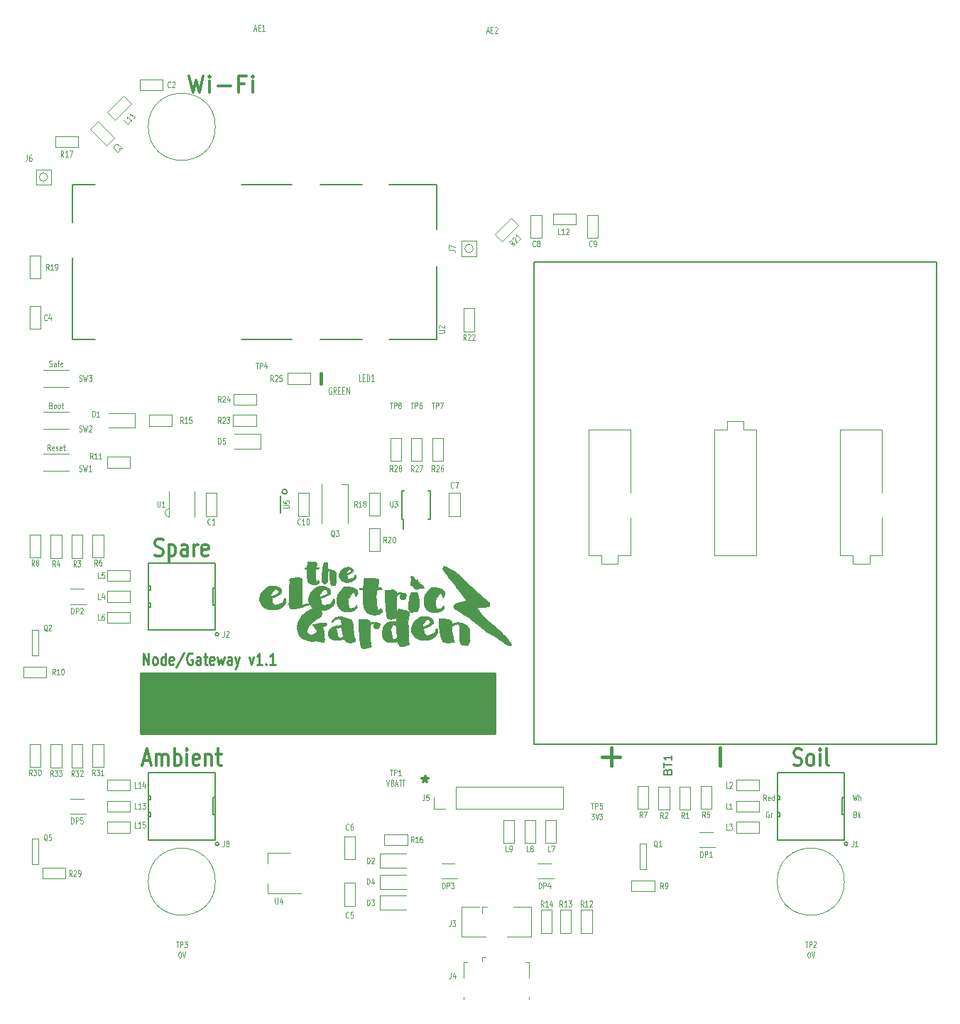
<source format=gbr>
G04 #@! TF.FileFunction,Legend,Top*
%FSLAX46Y46*%
G04 Gerber Fmt 4.6, Leading zero omitted, Abs format (unit mm)*
G04 Created by KiCad (PCBNEW 4.0.7-e2-6376~61~ubuntu18.04.1) date Thu Aug  9 16:35:42 2018*
%MOMM*%
%LPD*%
G01*
G04 APERTURE LIST*
%ADD10C,0.100000*%
%ADD11C,0.120000*%
%ADD12C,0.360000*%
%ADD13C,0.300000*%
%ADD14C,0.240000*%
%ADD15C,0.150000*%
%ADD16C,0.119380*%
%ADD17C,0.010000*%
%ADD18C,0.099060*%
%ADD19C,0.200000*%
%ADD20C,0.381000*%
%ADD21C,0.400000*%
%ADD22C,0.254000*%
G04 APERTURE END LIST*
D10*
D11*
X101819047Y-73566667D02*
X101635714Y-73233333D01*
X101504761Y-73566667D02*
X101504761Y-72866667D01*
X101714285Y-72866667D01*
X101766666Y-72900000D01*
X101792857Y-72933333D01*
X101819047Y-73000000D01*
X101819047Y-73100000D01*
X101792857Y-73166667D01*
X101766666Y-73200000D01*
X101714285Y-73233333D01*
X101504761Y-73233333D01*
X102264285Y-73533333D02*
X102211904Y-73566667D01*
X102107142Y-73566667D01*
X102054761Y-73533333D01*
X102028571Y-73466667D01*
X102028571Y-73200000D01*
X102054761Y-73133333D01*
X102107142Y-73100000D01*
X102211904Y-73100000D01*
X102264285Y-73133333D01*
X102290476Y-73200000D01*
X102290476Y-73266667D01*
X102028571Y-73333333D01*
X102500000Y-73533333D02*
X102552381Y-73566667D01*
X102657143Y-73566667D01*
X102709524Y-73533333D01*
X102735714Y-73466667D01*
X102735714Y-73433333D01*
X102709524Y-73366667D01*
X102657143Y-73333333D01*
X102578571Y-73333333D01*
X102526190Y-73300000D01*
X102500000Y-73233333D01*
X102500000Y-73200000D01*
X102526190Y-73133333D01*
X102578571Y-73100000D01*
X102657143Y-73100000D01*
X102709524Y-73133333D01*
X103180952Y-73533333D02*
X103128571Y-73566667D01*
X103023809Y-73566667D01*
X102971428Y-73533333D01*
X102945238Y-73466667D01*
X102945238Y-73200000D01*
X102971428Y-73133333D01*
X103023809Y-73100000D01*
X103128571Y-73100000D01*
X103180952Y-73133333D01*
X103207143Y-73200000D01*
X103207143Y-73266667D01*
X102945238Y-73333333D01*
X103364286Y-73100000D02*
X103573810Y-73100000D01*
X103442857Y-72866667D02*
X103442857Y-73466667D01*
X103469048Y-73533333D01*
X103521429Y-73566667D01*
X103573810Y-73566667D01*
X101884524Y-68200000D02*
X101963095Y-68233333D01*
X101989286Y-68266667D01*
X102015476Y-68333333D01*
X102015476Y-68433333D01*
X101989286Y-68500000D01*
X101963095Y-68533333D01*
X101910714Y-68566667D01*
X101701190Y-68566667D01*
X101701190Y-67866667D01*
X101884524Y-67866667D01*
X101936905Y-67900000D01*
X101963095Y-67933333D01*
X101989286Y-68000000D01*
X101989286Y-68066667D01*
X101963095Y-68133333D01*
X101936905Y-68166667D01*
X101884524Y-68200000D01*
X101701190Y-68200000D01*
X102329762Y-68566667D02*
X102277381Y-68533333D01*
X102251190Y-68500000D01*
X102225000Y-68433333D01*
X102225000Y-68233333D01*
X102251190Y-68166667D01*
X102277381Y-68133333D01*
X102329762Y-68100000D01*
X102408333Y-68100000D01*
X102460714Y-68133333D01*
X102486905Y-68166667D01*
X102513095Y-68233333D01*
X102513095Y-68433333D01*
X102486905Y-68500000D01*
X102460714Y-68533333D01*
X102408333Y-68566667D01*
X102329762Y-68566667D01*
X102827381Y-68566667D02*
X102775000Y-68533333D01*
X102748809Y-68500000D01*
X102722619Y-68433333D01*
X102722619Y-68233333D01*
X102748809Y-68166667D01*
X102775000Y-68133333D01*
X102827381Y-68100000D01*
X102905952Y-68100000D01*
X102958333Y-68133333D01*
X102984524Y-68166667D01*
X103010714Y-68233333D01*
X103010714Y-68433333D01*
X102984524Y-68500000D01*
X102958333Y-68533333D01*
X102905952Y-68566667D01*
X102827381Y-68566667D01*
X103167857Y-68100000D02*
X103377381Y-68100000D01*
X103246428Y-67866667D02*
X103246428Y-68466667D01*
X103272619Y-68533333D01*
X103325000Y-68566667D01*
X103377381Y-68566667D01*
X101701190Y-63533333D02*
X101779761Y-63566667D01*
X101910714Y-63566667D01*
X101963095Y-63533333D01*
X101989285Y-63500000D01*
X102015476Y-63433333D01*
X102015476Y-63366667D01*
X101989285Y-63300000D01*
X101963095Y-63266667D01*
X101910714Y-63233333D01*
X101805952Y-63200000D01*
X101753571Y-63166667D01*
X101727380Y-63133333D01*
X101701190Y-63066667D01*
X101701190Y-63000000D01*
X101727380Y-62933333D01*
X101753571Y-62900000D01*
X101805952Y-62866667D01*
X101936904Y-62866667D01*
X102015476Y-62900000D01*
X102486905Y-63566667D02*
X102486905Y-63200000D01*
X102460714Y-63133333D01*
X102408333Y-63100000D01*
X102303571Y-63100000D01*
X102251190Y-63133333D01*
X102486905Y-63533333D02*
X102434524Y-63566667D01*
X102303571Y-63566667D01*
X102251190Y-63533333D01*
X102225000Y-63466667D01*
X102225000Y-63400000D01*
X102251190Y-63333333D01*
X102303571Y-63300000D01*
X102434524Y-63300000D01*
X102486905Y-63266667D01*
X102670238Y-63100000D02*
X102879762Y-63100000D01*
X102748809Y-63566667D02*
X102748809Y-62966667D01*
X102775000Y-62900000D01*
X102827381Y-62866667D01*
X102879762Y-62866667D01*
X103272619Y-63533333D02*
X103220238Y-63566667D01*
X103115476Y-63566667D01*
X103063095Y-63533333D01*
X103036905Y-63466667D01*
X103036905Y-63200000D01*
X103063095Y-63133333D01*
X103115476Y-63100000D01*
X103220238Y-63100000D01*
X103272619Y-63133333D01*
X103298810Y-63200000D01*
X103298810Y-63266667D01*
X103036905Y-63333333D01*
D12*
X190457143Y-111059524D02*
X190692857Y-111154762D01*
X191085714Y-111154762D01*
X191242857Y-111059524D01*
X191321428Y-110964286D01*
X191400000Y-110773810D01*
X191400000Y-110583333D01*
X191321428Y-110392857D01*
X191242857Y-110297619D01*
X191085714Y-110202381D01*
X190771428Y-110107143D01*
X190614286Y-110011905D01*
X190535714Y-109916667D01*
X190457143Y-109726190D01*
X190457143Y-109535714D01*
X190535714Y-109345238D01*
X190614286Y-109250000D01*
X190771428Y-109154762D01*
X191164286Y-109154762D01*
X191400000Y-109250000D01*
X192342857Y-111154762D02*
X192185715Y-111059524D01*
X192107143Y-110964286D01*
X192028572Y-110773810D01*
X192028572Y-110202381D01*
X192107143Y-110011905D01*
X192185715Y-109916667D01*
X192342857Y-109821429D01*
X192578572Y-109821429D01*
X192735715Y-109916667D01*
X192814286Y-110011905D01*
X192892857Y-110202381D01*
X192892857Y-110773810D01*
X192814286Y-110964286D01*
X192735715Y-111059524D01*
X192578572Y-111154762D01*
X192342857Y-111154762D01*
X193600000Y-111154762D02*
X193600000Y-109821429D01*
X193600000Y-109154762D02*
X193521429Y-109250000D01*
X193600000Y-109345238D01*
X193678572Y-109250000D01*
X193600000Y-109154762D01*
X193600000Y-109345238D01*
X194621428Y-111154762D02*
X194464286Y-111059524D01*
X194385714Y-110869048D01*
X194385714Y-109154762D01*
X114317857Y-86059524D02*
X114553571Y-86154762D01*
X114946428Y-86154762D01*
X115103571Y-86059524D01*
X115182142Y-85964286D01*
X115260714Y-85773810D01*
X115260714Y-85583333D01*
X115182142Y-85392857D01*
X115103571Y-85297619D01*
X114946428Y-85202381D01*
X114632142Y-85107143D01*
X114475000Y-85011905D01*
X114396428Y-84916667D01*
X114317857Y-84726190D01*
X114317857Y-84535714D01*
X114396428Y-84345238D01*
X114475000Y-84250000D01*
X114632142Y-84154762D01*
X115025000Y-84154762D01*
X115260714Y-84250000D01*
X115967857Y-84821429D02*
X115967857Y-86821429D01*
X115967857Y-84916667D02*
X116125000Y-84821429D01*
X116439286Y-84821429D01*
X116596429Y-84916667D01*
X116675000Y-85011905D01*
X116753571Y-85202381D01*
X116753571Y-85773810D01*
X116675000Y-85964286D01*
X116596429Y-86059524D01*
X116439286Y-86154762D01*
X116125000Y-86154762D01*
X115967857Y-86059524D01*
X118167857Y-86154762D02*
X118167857Y-85107143D01*
X118089286Y-84916667D01*
X117932143Y-84821429D01*
X117617857Y-84821429D01*
X117460714Y-84916667D01*
X118167857Y-86059524D02*
X118010714Y-86154762D01*
X117617857Y-86154762D01*
X117460714Y-86059524D01*
X117382143Y-85869048D01*
X117382143Y-85678571D01*
X117460714Y-85488095D01*
X117617857Y-85392857D01*
X118010714Y-85392857D01*
X118167857Y-85297619D01*
X118953571Y-86154762D02*
X118953571Y-84821429D01*
X118953571Y-85202381D02*
X119032143Y-85011905D01*
X119110714Y-84916667D01*
X119267857Y-84821429D01*
X119425000Y-84821429D01*
X120603572Y-86059524D02*
X120446429Y-86154762D01*
X120132143Y-86154762D01*
X119975000Y-86059524D01*
X119896429Y-85869048D01*
X119896429Y-85107143D01*
X119975000Y-84916667D01*
X120132143Y-84821429D01*
X120446429Y-84821429D01*
X120603572Y-84916667D01*
X120682143Y-85107143D01*
X120682143Y-85297619D01*
X119896429Y-85488095D01*
X112942858Y-110583333D02*
X113728572Y-110583333D01*
X112785715Y-111154762D02*
X113335715Y-109154762D01*
X113885715Y-111154762D01*
X114435715Y-111154762D02*
X114435715Y-109821429D01*
X114435715Y-110011905D02*
X114514287Y-109916667D01*
X114671429Y-109821429D01*
X114907144Y-109821429D01*
X115064287Y-109916667D01*
X115142858Y-110107143D01*
X115142858Y-111154762D01*
X115142858Y-110107143D02*
X115221429Y-109916667D01*
X115378572Y-109821429D01*
X115614287Y-109821429D01*
X115771429Y-109916667D01*
X115850001Y-110107143D01*
X115850001Y-111154762D01*
X116635715Y-111154762D02*
X116635715Y-109154762D01*
X116635715Y-109916667D02*
X116792858Y-109821429D01*
X117107144Y-109821429D01*
X117264287Y-109916667D01*
X117342858Y-110011905D01*
X117421429Y-110202381D01*
X117421429Y-110773810D01*
X117342858Y-110964286D01*
X117264287Y-111059524D01*
X117107144Y-111154762D01*
X116792858Y-111154762D01*
X116635715Y-111059524D01*
X118128572Y-111154762D02*
X118128572Y-109821429D01*
X118128572Y-109154762D02*
X118050001Y-109250000D01*
X118128572Y-109345238D01*
X118207144Y-109250000D01*
X118128572Y-109154762D01*
X118128572Y-109345238D01*
X119542858Y-111059524D02*
X119385715Y-111154762D01*
X119071429Y-111154762D01*
X118914286Y-111059524D01*
X118835715Y-110869048D01*
X118835715Y-110107143D01*
X118914286Y-109916667D01*
X119071429Y-109821429D01*
X119385715Y-109821429D01*
X119542858Y-109916667D01*
X119621429Y-110107143D01*
X119621429Y-110297619D01*
X118835715Y-110488095D01*
X120328572Y-109821429D02*
X120328572Y-111154762D01*
X120328572Y-110011905D02*
X120407144Y-109916667D01*
X120564286Y-109821429D01*
X120800001Y-109821429D01*
X120957144Y-109916667D01*
X121035715Y-110107143D01*
X121035715Y-111154762D01*
X121585715Y-109821429D02*
X122214286Y-109821429D01*
X121821429Y-109154762D02*
X121821429Y-110869048D01*
X121900001Y-111059524D01*
X122057143Y-111154762D01*
X122214286Y-111154762D01*
D11*
X187473810Y-116650000D02*
X187421429Y-116616667D01*
X187342857Y-116616667D01*
X187264286Y-116650000D01*
X187211905Y-116716667D01*
X187185714Y-116783333D01*
X187159524Y-116916667D01*
X187159524Y-117016667D01*
X187185714Y-117150000D01*
X187211905Y-117216667D01*
X187264286Y-117283333D01*
X187342857Y-117316667D01*
X187395238Y-117316667D01*
X187473810Y-117283333D01*
X187500000Y-117250000D01*
X187500000Y-117016667D01*
X187395238Y-117016667D01*
X187735714Y-117316667D02*
X187735714Y-116850000D01*
X187735714Y-116983333D02*
X187761905Y-116916667D01*
X187788095Y-116883333D01*
X187840476Y-116850000D01*
X187892857Y-116850000D01*
X187185714Y-115316667D02*
X187002381Y-114983333D01*
X186871428Y-115316667D02*
X186871428Y-114616667D01*
X187080952Y-114616667D01*
X187133333Y-114650000D01*
X187159524Y-114683333D01*
X187185714Y-114750000D01*
X187185714Y-114850000D01*
X187159524Y-114916667D01*
X187133333Y-114950000D01*
X187080952Y-114983333D01*
X186871428Y-114983333D01*
X187630952Y-115283333D02*
X187578571Y-115316667D01*
X187473809Y-115316667D01*
X187421428Y-115283333D01*
X187395238Y-115216667D01*
X187395238Y-114950000D01*
X187421428Y-114883333D01*
X187473809Y-114850000D01*
X187578571Y-114850000D01*
X187630952Y-114883333D01*
X187657143Y-114950000D01*
X187657143Y-115016667D01*
X187395238Y-115083333D01*
X188128572Y-115316667D02*
X188128572Y-114616667D01*
X188128572Y-115283333D02*
X188076191Y-115316667D01*
X187971429Y-115316667D01*
X187919048Y-115283333D01*
X187892857Y-115250000D01*
X187866667Y-115183333D01*
X187866667Y-114983333D01*
X187892857Y-114916667D01*
X187919048Y-114883333D01*
X187971429Y-114850000D01*
X188076191Y-114850000D01*
X188128572Y-114883333D01*
X197515476Y-114616667D02*
X197646429Y-115316667D01*
X197751191Y-114816667D01*
X197855953Y-115316667D01*
X197986905Y-114616667D01*
X198196428Y-115316667D02*
X198196428Y-114616667D01*
X198432143Y-115316667D02*
X198432143Y-114950000D01*
X198405952Y-114883333D01*
X198353571Y-114850000D01*
X198275000Y-114850000D01*
X198222619Y-114883333D01*
X198196428Y-114916667D01*
X197816667Y-116950000D02*
X197895238Y-116983333D01*
X197921429Y-117016667D01*
X197947619Y-117083333D01*
X197947619Y-117183333D01*
X197921429Y-117250000D01*
X197895238Y-117283333D01*
X197842857Y-117316667D01*
X197633333Y-117316667D01*
X197633333Y-116616667D01*
X197816667Y-116616667D01*
X197869048Y-116650000D01*
X197895238Y-116683333D01*
X197921429Y-116750000D01*
X197921429Y-116816667D01*
X197895238Y-116883333D01*
X197869048Y-116916667D01*
X197816667Y-116950000D01*
X197633333Y-116950000D01*
X198183333Y-117316667D02*
X198183333Y-116616667D01*
X198235714Y-117050000D02*
X198392857Y-117316667D01*
X198392857Y-116850000D02*
X198183333Y-117116667D01*
D13*
X146500001Y-112428571D02*
X146500001Y-112785714D01*
X146142858Y-112642857D02*
X146500001Y-112785714D01*
X146857143Y-112642857D01*
X146285715Y-113071429D02*
X146500001Y-112785714D01*
X146714286Y-113071429D01*
D14*
X112919049Y-99133333D02*
X112919049Y-97733333D01*
X113547620Y-99133333D01*
X113547620Y-97733333D01*
X114228573Y-99133333D02*
X114123811Y-99066667D01*
X114071430Y-99000000D01*
X114019049Y-98866667D01*
X114019049Y-98466667D01*
X114071430Y-98333333D01*
X114123811Y-98266667D01*
X114228573Y-98200000D01*
X114385715Y-98200000D01*
X114490477Y-98266667D01*
X114542858Y-98333333D01*
X114595239Y-98466667D01*
X114595239Y-98866667D01*
X114542858Y-99000000D01*
X114490477Y-99066667D01*
X114385715Y-99133333D01*
X114228573Y-99133333D01*
X115538096Y-99133333D02*
X115538096Y-97733333D01*
X115538096Y-99066667D02*
X115433334Y-99133333D01*
X115223811Y-99133333D01*
X115119049Y-99066667D01*
X115066668Y-99000000D01*
X115014287Y-98866667D01*
X115014287Y-98466667D01*
X115066668Y-98333333D01*
X115119049Y-98266667D01*
X115223811Y-98200000D01*
X115433334Y-98200000D01*
X115538096Y-98266667D01*
X116480953Y-99066667D02*
X116376191Y-99133333D01*
X116166668Y-99133333D01*
X116061906Y-99066667D01*
X116009525Y-98933333D01*
X116009525Y-98400000D01*
X116061906Y-98266667D01*
X116166668Y-98200000D01*
X116376191Y-98200000D01*
X116480953Y-98266667D01*
X116533334Y-98400000D01*
X116533334Y-98533333D01*
X116009525Y-98666667D01*
X117790477Y-97666667D02*
X116847620Y-99466667D01*
X118733334Y-97800000D02*
X118628572Y-97733333D01*
X118471429Y-97733333D01*
X118314287Y-97800000D01*
X118209525Y-97933333D01*
X118157144Y-98066667D01*
X118104763Y-98333333D01*
X118104763Y-98533333D01*
X118157144Y-98800000D01*
X118209525Y-98933333D01*
X118314287Y-99066667D01*
X118471429Y-99133333D01*
X118576191Y-99133333D01*
X118733334Y-99066667D01*
X118785715Y-99000000D01*
X118785715Y-98533333D01*
X118576191Y-98533333D01*
X119728572Y-99133333D02*
X119728572Y-98400000D01*
X119676191Y-98266667D01*
X119571429Y-98200000D01*
X119361906Y-98200000D01*
X119257144Y-98266667D01*
X119728572Y-99066667D02*
X119623810Y-99133333D01*
X119361906Y-99133333D01*
X119257144Y-99066667D01*
X119204763Y-98933333D01*
X119204763Y-98800000D01*
X119257144Y-98666667D01*
X119361906Y-98600000D01*
X119623810Y-98600000D01*
X119728572Y-98533333D01*
X120095239Y-98200000D02*
X120514287Y-98200000D01*
X120252382Y-97733333D02*
X120252382Y-98933333D01*
X120304763Y-99066667D01*
X120409525Y-99133333D01*
X120514287Y-99133333D01*
X121300000Y-99066667D02*
X121195238Y-99133333D01*
X120985715Y-99133333D01*
X120880953Y-99066667D01*
X120828572Y-98933333D01*
X120828572Y-98400000D01*
X120880953Y-98266667D01*
X120985715Y-98200000D01*
X121195238Y-98200000D01*
X121300000Y-98266667D01*
X121352381Y-98400000D01*
X121352381Y-98533333D01*
X120828572Y-98666667D01*
X121719048Y-98200000D02*
X121928572Y-99133333D01*
X122138095Y-98466667D01*
X122347619Y-99133333D01*
X122557143Y-98200000D01*
X123447619Y-99133333D02*
X123447619Y-98400000D01*
X123395238Y-98266667D01*
X123290476Y-98200000D01*
X123080953Y-98200000D01*
X122976191Y-98266667D01*
X123447619Y-99066667D02*
X123342857Y-99133333D01*
X123080953Y-99133333D01*
X122976191Y-99066667D01*
X122923810Y-98933333D01*
X122923810Y-98800000D01*
X122976191Y-98666667D01*
X123080953Y-98600000D01*
X123342857Y-98600000D01*
X123447619Y-98533333D01*
X123866667Y-98200000D02*
X124128572Y-99133333D01*
X124390476Y-98200000D02*
X124128572Y-99133333D01*
X124023810Y-99466667D01*
X123971429Y-99533333D01*
X123866667Y-99600000D01*
X125542857Y-98200000D02*
X125804762Y-99133333D01*
X126066666Y-98200000D01*
X127061904Y-99133333D02*
X126433333Y-99133333D01*
X126747619Y-99133333D02*
X126747619Y-97733333D01*
X126642857Y-97933333D01*
X126538095Y-98066667D01*
X126433333Y-98133333D01*
X127533333Y-99000000D02*
X127585714Y-99066667D01*
X127533333Y-99133333D01*
X127480952Y-99066667D01*
X127533333Y-99000000D01*
X127533333Y-99133333D01*
X128633333Y-99133333D02*
X128004762Y-99133333D01*
X128319048Y-99133333D02*
X128319048Y-97733333D01*
X128214286Y-97933333D01*
X128109524Y-98066667D01*
X128004762Y-98133333D01*
D11*
X127720000Y-122800000D02*
X127720000Y-121600000D01*
X127720000Y-121600000D02*
X130420000Y-121600000D01*
X131720000Y-126400000D02*
X127720000Y-126400000D01*
X127720000Y-126400000D02*
X127720000Y-125200000D01*
D10*
X150850000Y-50400000D02*
X150850000Y-48600000D01*
X150850000Y-48600000D02*
X152650000Y-48600000D01*
X152650000Y-48600000D02*
X152650000Y-50400000D01*
X152650000Y-50400000D02*
X150850000Y-50400000D01*
X152250000Y-49500000D02*
G75*
G03X152250000Y-49500000I-500000J0D01*
G01*
D11*
X153300000Y-128750000D02*
X153300000Y-128000000D01*
X153300000Y-128000000D02*
X153900000Y-128000000D01*
X153000000Y-128000000D02*
X150850000Y-128000000D01*
X159150000Y-128000000D02*
X159150000Y-131550000D01*
X150850000Y-131550000D02*
X153750000Y-131550000D01*
X150850000Y-128000000D02*
X150850000Y-131550000D01*
X159150000Y-131550000D02*
X156250000Y-131550000D01*
X157000000Y-128000000D02*
X159150000Y-128000000D01*
D10*
X121650000Y-78650000D02*
X121650000Y-81400000D01*
X121650000Y-81400000D02*
X120350000Y-81400000D01*
X120350000Y-81400000D02*
X120350000Y-78650000D01*
X120350000Y-78650000D02*
X121650000Y-78650000D01*
X112500000Y-29350000D02*
X115250000Y-29350000D01*
X115250000Y-29350000D02*
X115250000Y-30650000D01*
X115250000Y-30650000D02*
X112500000Y-30650000D01*
X112500000Y-30650000D02*
X112500000Y-29350000D01*
X107505025Y-34335786D02*
X109449569Y-36280330D01*
X109449569Y-36280330D02*
X108530330Y-37199569D01*
X108530330Y-37199569D02*
X106585786Y-35255025D01*
X106585786Y-35255025D02*
X107505025Y-34335786D01*
X99350000Y-59100000D02*
X99350000Y-56350000D01*
X99350000Y-56350000D02*
X100650000Y-56350000D01*
X100650000Y-56350000D02*
X100650000Y-59100000D01*
X100650000Y-59100000D02*
X99350000Y-59100000D01*
X138150000Y-125150000D02*
X138150000Y-127900000D01*
X138150000Y-127900000D02*
X136850000Y-127900000D01*
X136850000Y-127900000D02*
X136850000Y-125150000D01*
X136850000Y-125150000D02*
X138150000Y-125150000D01*
X136850000Y-122350000D02*
X136850000Y-119600000D01*
X136850000Y-119600000D02*
X138150000Y-119600000D01*
X138150000Y-119600000D02*
X138150000Y-122350000D01*
X138150000Y-122350000D02*
X136850000Y-122350000D01*
X150650000Y-78650000D02*
X150650000Y-81400000D01*
X150650000Y-81400000D02*
X149350000Y-81400000D01*
X149350000Y-81400000D02*
X149350000Y-78650000D01*
X149350000Y-78650000D02*
X150650000Y-78650000D01*
X160400000Y-45500000D02*
X160400000Y-48250000D01*
X160400000Y-48250000D02*
X159100000Y-48250000D01*
X159100000Y-48250000D02*
X159100000Y-45500000D01*
X159100000Y-45500000D02*
X160400000Y-45500000D01*
X167150000Y-45500000D02*
X167150000Y-48250000D01*
X167150000Y-48250000D02*
X165850000Y-48250000D01*
X165850000Y-48250000D02*
X165850000Y-45500000D01*
X165850000Y-45500000D02*
X167150000Y-45500000D01*
D11*
X179200000Y-120900000D02*
X181100000Y-120900000D01*
X180800000Y-119100000D02*
X179200000Y-119100000D01*
X104200000Y-91900000D02*
X106100000Y-91900000D01*
X105800000Y-90100000D02*
X104200000Y-90100000D01*
X148450000Y-124650000D02*
X150350000Y-124650000D01*
X150050000Y-122850000D02*
X148450000Y-122850000D01*
X159950000Y-124650000D02*
X161850000Y-124650000D01*
X161550000Y-122850000D02*
X159950000Y-122850000D01*
X104200000Y-116900000D02*
X106100000Y-116900000D01*
X105800000Y-115100000D02*
X104200000Y-115100000D01*
D15*
X196900000Y-120500000D02*
G75*
G03X196900000Y-120500000I-200000J0D01*
G01*
X196500000Y-117000000D02*
X196250000Y-117000000D01*
X196250000Y-117000000D02*
X196250000Y-115000000D01*
X196250000Y-115000000D02*
X196500000Y-115000000D01*
X196500000Y-115000000D02*
X196500000Y-117000000D01*
X188500000Y-115250000D02*
X188750000Y-115250000D01*
X188750000Y-115250000D02*
X188750000Y-114750000D01*
X188750000Y-114750000D02*
X188500000Y-114750000D01*
X188500000Y-114750000D02*
X188500000Y-115250000D01*
X188500000Y-117250000D02*
X188750000Y-117250000D01*
X188750000Y-117250000D02*
X188750000Y-116750000D01*
X188750000Y-116750000D02*
X188500000Y-116750000D01*
X188500000Y-116750000D02*
X188500000Y-117250000D01*
X188500000Y-120000000D02*
X188500000Y-112000000D01*
X188500000Y-112000000D02*
X196500000Y-112000000D01*
X196500000Y-112000000D02*
X196500000Y-120000000D01*
X196500000Y-120000000D02*
X188500000Y-120000000D01*
X121900000Y-95500000D02*
G75*
G03X121900000Y-95500000I-200000J0D01*
G01*
X121500000Y-92000000D02*
X121250000Y-92000000D01*
X121250000Y-92000000D02*
X121250000Y-90000000D01*
X121250000Y-90000000D02*
X121500000Y-90000000D01*
X121500000Y-90000000D02*
X121500000Y-92000000D01*
X113500000Y-90250000D02*
X113750000Y-90250000D01*
X113750000Y-90250000D02*
X113750000Y-89750000D01*
X113750000Y-89750000D02*
X113500000Y-89750000D01*
X113500000Y-89750000D02*
X113500000Y-90250000D01*
X113500000Y-92250000D02*
X113750000Y-92250000D01*
X113750000Y-92250000D02*
X113750000Y-91750000D01*
X113750000Y-91750000D02*
X113500000Y-91750000D01*
X113500000Y-91750000D02*
X113500000Y-92250000D01*
X113500000Y-95000000D02*
X113500000Y-87000000D01*
X113500000Y-87000000D02*
X121500000Y-87000000D01*
X121500000Y-87000000D02*
X121500000Y-95000000D01*
X121500000Y-95000000D02*
X113500000Y-95000000D01*
D11*
X150190000Y-116330000D02*
X162950000Y-116330000D01*
X162950000Y-116330000D02*
X162950000Y-113670000D01*
X162950000Y-113670000D02*
X150190000Y-113670000D01*
X150190000Y-113670000D02*
X150190000Y-116330000D01*
X148920000Y-116330000D02*
X147590000Y-116330000D01*
X147590000Y-116330000D02*
X147590000Y-115000000D01*
D10*
X100100000Y-40100000D02*
X101900000Y-40100000D01*
X101900000Y-40100000D02*
X101900000Y-41900000D01*
X101900000Y-41900000D02*
X100100000Y-41900000D01*
X100100000Y-41900000D02*
X100100000Y-40100000D01*
X101500000Y-41000000D02*
G75*
G03X101500000Y-41000000I-500000J0D01*
G01*
D15*
X121900000Y-120500000D02*
G75*
G03X121900000Y-120500000I-200000J0D01*
G01*
X121500000Y-117000000D02*
X121250000Y-117000000D01*
X121250000Y-117000000D02*
X121250000Y-115000000D01*
X121250000Y-115000000D02*
X121500000Y-115000000D01*
X121500000Y-115000000D02*
X121500000Y-117000000D01*
X113500000Y-115250000D02*
X113750000Y-115250000D01*
X113750000Y-115250000D02*
X113750000Y-114750000D01*
X113750000Y-114750000D02*
X113500000Y-114750000D01*
X113500000Y-114750000D02*
X113500000Y-115250000D01*
X113500000Y-117250000D02*
X113750000Y-117250000D01*
X113750000Y-117250000D02*
X113750000Y-116750000D01*
X113750000Y-116750000D02*
X113500000Y-116750000D01*
X113500000Y-116750000D02*
X113500000Y-117250000D01*
X113500000Y-120000000D02*
X113500000Y-112000000D01*
X113500000Y-112000000D02*
X121500000Y-112000000D01*
X121500000Y-112000000D02*
X121500000Y-120000000D01*
X121500000Y-120000000D02*
X113500000Y-120000000D01*
D10*
X186350000Y-116650000D02*
X183600000Y-116650000D01*
X183600000Y-116650000D02*
X183600000Y-115350000D01*
X183600000Y-115350000D02*
X186350000Y-115350000D01*
X186350000Y-115350000D02*
X186350000Y-116650000D01*
X186350000Y-114150000D02*
X183600000Y-114150000D01*
X183600000Y-114150000D02*
X183600000Y-112850000D01*
X183600000Y-112850000D02*
X186350000Y-112850000D01*
X186350000Y-112850000D02*
X186350000Y-114150000D01*
X186350000Y-119150000D02*
X183600000Y-119150000D01*
X183600000Y-119150000D02*
X183600000Y-117850000D01*
X183600000Y-117850000D02*
X186350000Y-117850000D01*
X186350000Y-117850000D02*
X186350000Y-119150000D01*
X111350000Y-91650000D02*
X108600000Y-91650000D01*
X108600000Y-91650000D02*
X108600000Y-90350000D01*
X108600000Y-90350000D02*
X111350000Y-90350000D01*
X111350000Y-90350000D02*
X111350000Y-91650000D01*
X111350000Y-89150000D02*
X108600000Y-89150000D01*
X108600000Y-89150000D02*
X108600000Y-87850000D01*
X108600000Y-87850000D02*
X111350000Y-87850000D01*
X111350000Y-87850000D02*
X111350000Y-89150000D01*
X111350000Y-94150000D02*
X108600000Y-94150000D01*
X108600000Y-94150000D02*
X108600000Y-92850000D01*
X108600000Y-92850000D02*
X111350000Y-92850000D01*
X111350000Y-92850000D02*
X111350000Y-94150000D01*
X108585786Y-33244975D02*
X110530330Y-31300431D01*
X110530330Y-31300431D02*
X111449569Y-32219670D01*
X111449569Y-32219670D02*
X109505025Y-34164214D01*
X109505025Y-34164214D02*
X108585786Y-33244975D01*
X161750000Y-45350000D02*
X164500000Y-45350000D01*
X164500000Y-45350000D02*
X164500000Y-46650000D01*
X164500000Y-46650000D02*
X161750000Y-46650000D01*
X161750000Y-46650000D02*
X161750000Y-45350000D01*
X111350000Y-116650000D02*
X108600000Y-116650000D01*
X108600000Y-116650000D02*
X108600000Y-115350000D01*
X108600000Y-115350000D02*
X111350000Y-115350000D01*
X111350000Y-115350000D02*
X111350000Y-116650000D01*
X111350000Y-114150000D02*
X108600000Y-114150000D01*
X108600000Y-114150000D02*
X108600000Y-112850000D01*
X108600000Y-112850000D02*
X111350000Y-112850000D01*
X111350000Y-112850000D02*
X111350000Y-114150000D01*
X111350000Y-119150000D02*
X108600000Y-119150000D01*
X108600000Y-119150000D02*
X108600000Y-117850000D01*
X108600000Y-117850000D02*
X111350000Y-117850000D01*
X111350000Y-117850000D02*
X111350000Y-119150000D01*
D16*
X172119000Y-123524000D02*
X172119000Y-120476000D01*
X172119000Y-120476000D02*
X172881000Y-120476000D01*
X172881000Y-120476000D02*
X172881000Y-123524000D01*
X172881000Y-123524000D02*
X172119000Y-123524000D01*
X99619000Y-98024000D02*
X99619000Y-94976000D01*
X99619000Y-94976000D02*
X100381000Y-94976000D01*
X100381000Y-94976000D02*
X100381000Y-98024000D01*
X100381000Y-98024000D02*
X99619000Y-98024000D01*
X99619000Y-122913000D02*
X99619000Y-119865000D01*
X99619000Y-119865000D02*
X100381000Y-119865000D01*
X100381000Y-119865000D02*
X100381000Y-122913000D01*
X100381000Y-122913000D02*
X99619000Y-122913000D01*
D10*
X179350000Y-116350000D02*
X179350000Y-113600000D01*
X179350000Y-113600000D02*
X180650000Y-113600000D01*
X180650000Y-113600000D02*
X180650000Y-116350000D01*
X180650000Y-116350000D02*
X179350000Y-116350000D01*
X106850000Y-86350000D02*
X106850000Y-83600000D01*
X106850000Y-83600000D02*
X108150000Y-83600000D01*
X108150000Y-83600000D02*
X108150000Y-86350000D01*
X108150000Y-86350000D02*
X106850000Y-86350000D01*
X171850000Y-116350000D02*
X171850000Y-113600000D01*
X171850000Y-113600000D02*
X173150000Y-113600000D01*
X173150000Y-113600000D02*
X173150000Y-116350000D01*
X173150000Y-116350000D02*
X171850000Y-116350000D01*
X99350000Y-86350000D02*
X99350000Y-83600000D01*
X99350000Y-83600000D02*
X100650000Y-83600000D01*
X100650000Y-83600000D02*
X100650000Y-86350000D01*
X100650000Y-86350000D02*
X99350000Y-86350000D01*
X178150000Y-113650000D02*
X178150000Y-116400000D01*
X178150000Y-116400000D02*
X176850000Y-116400000D01*
X176850000Y-116400000D02*
X176850000Y-113650000D01*
X176850000Y-113650000D02*
X178150000Y-113650000D01*
X175650000Y-113650000D02*
X175650000Y-116400000D01*
X175650000Y-116400000D02*
X174350000Y-116400000D01*
X174350000Y-116400000D02*
X174350000Y-113650000D01*
X174350000Y-113650000D02*
X175650000Y-113650000D01*
X105650000Y-83650000D02*
X105650000Y-86400000D01*
X105650000Y-86400000D02*
X104350000Y-86400000D01*
X104350000Y-86400000D02*
X104350000Y-83650000D01*
X104350000Y-83650000D02*
X105650000Y-83650000D01*
X103150000Y-83650000D02*
X103150000Y-86400000D01*
X103150000Y-86400000D02*
X101850000Y-86400000D01*
X101850000Y-86400000D02*
X101850000Y-83650000D01*
X101850000Y-83650000D02*
X103150000Y-83650000D01*
X173850000Y-126150000D02*
X171100000Y-126150000D01*
X171100000Y-126150000D02*
X171100000Y-124850000D01*
X171100000Y-124850000D02*
X173850000Y-124850000D01*
X173850000Y-124850000D02*
X173850000Y-126150000D01*
X101350000Y-100650000D02*
X98600000Y-100650000D01*
X98600000Y-100650000D02*
X98600000Y-99350000D01*
X98600000Y-99350000D02*
X101350000Y-99350000D01*
X101350000Y-99350000D02*
X101350000Y-100650000D01*
X116350000Y-70650000D02*
X113600000Y-70650000D01*
X113600000Y-70650000D02*
X113600000Y-69350000D01*
X113600000Y-69350000D02*
X116350000Y-69350000D01*
X116350000Y-69350000D02*
X116350000Y-70650000D01*
X102400000Y-36100000D02*
X105150000Y-36100000D01*
X105150000Y-36100000D02*
X105150000Y-37400000D01*
X105150000Y-37400000D02*
X102400000Y-37400000D01*
X102400000Y-37400000D02*
X102400000Y-36100000D01*
X141650000Y-119350000D02*
X144400000Y-119350000D01*
X144400000Y-119350000D02*
X144400000Y-120650000D01*
X144400000Y-120650000D02*
X141650000Y-120650000D01*
X141650000Y-120650000D02*
X141650000Y-119350000D01*
X139850000Y-81350000D02*
X139850000Y-78600000D01*
X139850000Y-78600000D02*
X141150000Y-78600000D01*
X141150000Y-78600000D02*
X141150000Y-81350000D01*
X141150000Y-81350000D02*
X139850000Y-81350000D01*
X99350000Y-53100000D02*
X99350000Y-50350000D01*
X99350000Y-50350000D02*
X100650000Y-50350000D01*
X100650000Y-50350000D02*
X100650000Y-53100000D01*
X100650000Y-53100000D02*
X99350000Y-53100000D01*
X157664214Y-46755025D02*
X155719670Y-48699569D01*
X155719670Y-48699569D02*
X154800431Y-47780330D01*
X154800431Y-47780330D02*
X156744975Y-45835786D01*
X156744975Y-45835786D02*
X157664214Y-46755025D01*
X152400000Y-56650000D02*
X152400000Y-59400000D01*
X152400000Y-59400000D02*
X151100000Y-59400000D01*
X151100000Y-59400000D02*
X151100000Y-56650000D01*
X151100000Y-56650000D02*
X152400000Y-56650000D01*
X132850000Y-65650000D02*
X130100000Y-65650000D01*
X130100000Y-65650000D02*
X130100000Y-64350000D01*
X130100000Y-64350000D02*
X132850000Y-64350000D01*
X132850000Y-64350000D02*
X132850000Y-65650000D01*
X126350000Y-70650000D02*
X123600000Y-70650000D01*
X123600000Y-70650000D02*
X123600000Y-69350000D01*
X123600000Y-69350000D02*
X126350000Y-69350000D01*
X126350000Y-69350000D02*
X126350000Y-70650000D01*
X123650000Y-66850000D02*
X126400000Y-66850000D01*
X126400000Y-66850000D02*
X126400000Y-68150000D01*
X126400000Y-68150000D02*
X123650000Y-68150000D01*
X123650000Y-68150000D02*
X123650000Y-66850000D01*
X147350000Y-74850000D02*
X147350000Y-72100000D01*
X147350000Y-72100000D02*
X148650000Y-72100000D01*
X148650000Y-72100000D02*
X148650000Y-74850000D01*
X148650000Y-74850000D02*
X147350000Y-74850000D01*
X144850000Y-74850000D02*
X144850000Y-72100000D01*
X144850000Y-72100000D02*
X146150000Y-72100000D01*
X146150000Y-72100000D02*
X146150000Y-74850000D01*
X146150000Y-74850000D02*
X144850000Y-74850000D01*
X142350000Y-74850000D02*
X142350000Y-72100000D01*
X142350000Y-72100000D02*
X143650000Y-72100000D01*
X143650000Y-72100000D02*
X143650000Y-74850000D01*
X143650000Y-74850000D02*
X142350000Y-74850000D01*
X100900000Y-123350000D02*
X103650000Y-123350000D01*
X103650000Y-123350000D02*
X103650000Y-124650000D01*
X103650000Y-124650000D02*
X100900000Y-124650000D01*
X100900000Y-124650000D02*
X100900000Y-123350000D01*
X105650000Y-108650000D02*
X105650000Y-111400000D01*
X105650000Y-111400000D02*
X104350000Y-111400000D01*
X104350000Y-111400000D02*
X104350000Y-108650000D01*
X104350000Y-108650000D02*
X105650000Y-108650000D01*
X103150000Y-108650000D02*
X103150000Y-111400000D01*
X103150000Y-111400000D02*
X101850000Y-111400000D01*
X101850000Y-111400000D02*
X101850000Y-108650000D01*
X101850000Y-108650000D02*
X103150000Y-108650000D01*
X99350000Y-111350000D02*
X99350000Y-108600000D01*
X99350000Y-108600000D02*
X100650000Y-108600000D01*
X100650000Y-108600000D02*
X100650000Y-111350000D01*
X100650000Y-111350000D02*
X99350000Y-111350000D01*
X106850000Y-111350000D02*
X106850000Y-108600000D01*
X106850000Y-108600000D02*
X108150000Y-108600000D01*
X108150000Y-108600000D02*
X108150000Y-111350000D01*
X108150000Y-111350000D02*
X106850000Y-111350000D01*
X115500000Y-81000000D02*
G75*
G03X116000000Y-81500000I500000J0D01*
G01*
X116000000Y-80500000D02*
G75*
G03X115500000Y-81000000I0J-500000D01*
G01*
X119000000Y-80000000D02*
X119000000Y-78500000D01*
X116000000Y-78500000D02*
X116000000Y-81500000D01*
X119000000Y-81500000D02*
X119000000Y-80000000D01*
D15*
X143753362Y-81733194D02*
X143928362Y-81733194D01*
X143753362Y-78383194D02*
X144003362Y-78383194D01*
X147103362Y-78383194D02*
X146853362Y-78383194D01*
X147103362Y-81733194D02*
X146853362Y-81733194D01*
X143753362Y-81733194D02*
X143753362Y-78383194D01*
X147103362Y-81733194D02*
X147103362Y-78383194D01*
X143928362Y-81733194D02*
X143928362Y-82983194D01*
D11*
X134150000Y-82250000D02*
X134150000Y-77600000D01*
X137350000Y-82250000D02*
X137350000Y-77600000D01*
X137350000Y-77600000D02*
X136550000Y-77600000D01*
D10*
X132650000Y-78650000D02*
X132650000Y-81400000D01*
X132650000Y-81400000D02*
X131350000Y-81400000D01*
X131350000Y-81400000D02*
X131350000Y-78650000D01*
X131350000Y-78650000D02*
X132650000Y-78650000D01*
X162150000Y-117650000D02*
X162150000Y-120400000D01*
X162150000Y-120400000D02*
X160850000Y-120400000D01*
X160850000Y-120400000D02*
X160850000Y-117650000D01*
X160850000Y-117650000D02*
X162150000Y-117650000D01*
X159650000Y-117650000D02*
X159650000Y-120400000D01*
X159650000Y-120400000D02*
X158350000Y-120400000D01*
X158350000Y-120400000D02*
X158350000Y-117650000D01*
X158350000Y-117650000D02*
X159650000Y-117650000D01*
X157150000Y-117650000D02*
X157150000Y-120400000D01*
X157150000Y-120400000D02*
X155850000Y-120400000D01*
X155850000Y-120400000D02*
X155850000Y-117650000D01*
X155850000Y-117650000D02*
X157150000Y-117650000D01*
X111350000Y-75650000D02*
X108600000Y-75650000D01*
X108600000Y-75650000D02*
X108600000Y-74350000D01*
X108600000Y-74350000D02*
X111350000Y-74350000D01*
X111350000Y-74350000D02*
X111350000Y-75650000D01*
X165100000Y-131100000D02*
X165100000Y-128350000D01*
X165100000Y-128350000D02*
X166400000Y-128350000D01*
X166400000Y-128350000D02*
X166400000Y-131100000D01*
X166400000Y-131100000D02*
X165100000Y-131100000D01*
X162600000Y-131100000D02*
X162600000Y-128350000D01*
X162600000Y-128350000D02*
X163900000Y-128350000D01*
X163900000Y-128350000D02*
X163900000Y-131100000D01*
X163900000Y-131100000D02*
X162600000Y-131100000D01*
X160350000Y-131100000D02*
X160350000Y-128350000D01*
X160350000Y-128350000D02*
X161650000Y-128350000D01*
X161650000Y-128350000D02*
X161650000Y-131100000D01*
X161650000Y-131100000D02*
X160350000Y-131100000D01*
X139850000Y-85600000D02*
X139850000Y-82850000D01*
X139850000Y-82850000D02*
X141150000Y-82850000D01*
X141150000Y-82850000D02*
X141150000Y-85600000D01*
X141150000Y-85600000D02*
X139850000Y-85600000D01*
D11*
X151100000Y-134600000D02*
X151550000Y-134600000D01*
X151100000Y-136450000D02*
X151100000Y-134600000D01*
X158900000Y-139000000D02*
X158900000Y-138750000D01*
X151100000Y-139000000D02*
X151100000Y-138750000D01*
X158900000Y-136450000D02*
X158900000Y-134600000D01*
X158900000Y-134600000D02*
X158450000Y-134600000D01*
X153300000Y-134050000D02*
X153750000Y-134050000D01*
X153300000Y-134050000D02*
X153300000Y-134500000D01*
D17*
G36*
X139690171Y-93767885D02*
X139791024Y-93813526D01*
X139852493Y-93855588D01*
X139884038Y-93904468D01*
X139895115Y-93970557D01*
X139895842Y-93993900D01*
X139903371Y-94057412D01*
X139929188Y-94089666D01*
X139981618Y-94093371D01*
X140068985Y-94071235D01*
X140101110Y-94060684D01*
X140247525Y-94021740D01*
X140387578Y-94009843D01*
X140538973Y-94024856D01*
X140680497Y-94056240D01*
X140859832Y-94111816D01*
X140994343Y-94173237D01*
X141082640Y-94239367D01*
X141123332Y-94309064D01*
X141115030Y-94381191D01*
X141103176Y-94402526D01*
X141076501Y-94468614D01*
X141063584Y-94550190D01*
X141063392Y-94558156D01*
X141040171Y-94667979D01*
X140974314Y-94752375D01*
X140868464Y-94808955D01*
X140760630Y-94832148D01*
X140688809Y-94840660D01*
X140635311Y-94847314D01*
X140632400Y-94847700D01*
X140555067Y-94848906D01*
X140511497Y-94829858D01*
X140505326Y-94813050D01*
X140485928Y-94778810D01*
X140438530Y-94736773D01*
X140430640Y-94731310D01*
X140372281Y-94680384D01*
X140340478Y-94616062D01*
X140328608Y-94522599D01*
X140327946Y-94487277D01*
X140344199Y-94410141D01*
X140385563Y-94340625D01*
X140440084Y-94295059D01*
X140475287Y-94286000D01*
X140503706Y-94273099D01*
X140494180Y-94241185D01*
X140450332Y-94200442D01*
X140443082Y-94195539D01*
X140402682Y-94173409D01*
X140362107Y-94167570D01*
X140303613Y-94177976D01*
X140242081Y-94195024D01*
X140118699Y-94246588D01*
X140040588Y-94309984D01*
X140006726Y-94355180D01*
X139979484Y-94405663D01*
X139958319Y-94466953D01*
X139942686Y-94544569D01*
X139932043Y-94644031D01*
X139925846Y-94770857D01*
X139923551Y-94930567D01*
X139924616Y-95128679D01*
X139928496Y-95370714D01*
X139929775Y-95435398D01*
X139934105Y-95630329D01*
X139938793Y-95808891D01*
X139943616Y-95964756D01*
X139948351Y-96091593D01*
X139952775Y-96183073D01*
X139956665Y-96232867D01*
X139958145Y-96239932D01*
X139965363Y-96273080D01*
X139973691Y-96343720D01*
X139981664Y-96438610D01*
X139983981Y-96473200D01*
X139997766Y-96655930D01*
X140013210Y-96789514D01*
X140030561Y-96875586D01*
X140050074Y-96915782D01*
X140052364Y-96917473D01*
X140064635Y-96943377D01*
X140039565Y-96972111D01*
X139989313Y-96995098D01*
X139929992Y-97003800D01*
X139859347Y-97015313D01*
X139828494Y-97042656D01*
X139795475Y-97069729D01*
X139768800Y-97067300D01*
X139723501Y-97072558D01*
X139709105Y-97091943D01*
X139673900Y-97125749D01*
X139618478Y-97123787D01*
X139563550Y-97090845D01*
X139528831Y-97065289D01*
X139511086Y-97079606D01*
X139503578Y-97100741D01*
X139467991Y-97146248D01*
X139431428Y-97164045D01*
X139360900Y-97180848D01*
X139324300Y-97189539D01*
X139272659Y-97192150D01*
X139190959Y-97186564D01*
X139117760Y-97177072D01*
X138982613Y-97140920D01*
X138887993Y-97078274D01*
X138828140Y-96983576D01*
X138799774Y-96870144D01*
X138788140Y-96791885D01*
X138770871Y-96678972D01*
X138750357Y-96546911D01*
X138730320Y-96419600D01*
X138699275Y-96197643D01*
X138672275Y-95947383D01*
X138648966Y-95664087D01*
X138628999Y-95343020D01*
X138612021Y-94979451D01*
X138601157Y-94679700D01*
X138594632Y-94496139D01*
X138587384Y-94321439D01*
X138579866Y-94164587D01*
X138572531Y-94034574D01*
X138565834Y-93940387D01*
X138561962Y-93902062D01*
X138555468Y-93822130D01*
X138558061Y-93764556D01*
X138565647Y-93745680D01*
X138597059Y-93740317D01*
X138670759Y-93733801D01*
X138778268Y-93726697D01*
X138911102Y-93719570D01*
X139050295Y-93713402D01*
X139512703Y-93694869D01*
X139690171Y-93767885D01*
X139690171Y-93767885D01*
G37*
X139690171Y-93767885D02*
X139791024Y-93813526D01*
X139852493Y-93855588D01*
X139884038Y-93904468D01*
X139895115Y-93970557D01*
X139895842Y-93993900D01*
X139903371Y-94057412D01*
X139929188Y-94089666D01*
X139981618Y-94093371D01*
X140068985Y-94071235D01*
X140101110Y-94060684D01*
X140247525Y-94021740D01*
X140387578Y-94009843D01*
X140538973Y-94024856D01*
X140680497Y-94056240D01*
X140859832Y-94111816D01*
X140994343Y-94173237D01*
X141082640Y-94239367D01*
X141123332Y-94309064D01*
X141115030Y-94381191D01*
X141103176Y-94402526D01*
X141076501Y-94468614D01*
X141063584Y-94550190D01*
X141063392Y-94558156D01*
X141040171Y-94667979D01*
X140974314Y-94752375D01*
X140868464Y-94808955D01*
X140760630Y-94832148D01*
X140688809Y-94840660D01*
X140635311Y-94847314D01*
X140632400Y-94847700D01*
X140555067Y-94848906D01*
X140511497Y-94829858D01*
X140505326Y-94813050D01*
X140485928Y-94778810D01*
X140438530Y-94736773D01*
X140430640Y-94731310D01*
X140372281Y-94680384D01*
X140340478Y-94616062D01*
X140328608Y-94522599D01*
X140327946Y-94487277D01*
X140344199Y-94410141D01*
X140385563Y-94340625D01*
X140440084Y-94295059D01*
X140475287Y-94286000D01*
X140503706Y-94273099D01*
X140494180Y-94241185D01*
X140450332Y-94200442D01*
X140443082Y-94195539D01*
X140402682Y-94173409D01*
X140362107Y-94167570D01*
X140303613Y-94177976D01*
X140242081Y-94195024D01*
X140118699Y-94246588D01*
X140040588Y-94309984D01*
X140006726Y-94355180D01*
X139979484Y-94405663D01*
X139958319Y-94466953D01*
X139942686Y-94544569D01*
X139932043Y-94644031D01*
X139925846Y-94770857D01*
X139923551Y-94930567D01*
X139924616Y-95128679D01*
X139928496Y-95370714D01*
X139929775Y-95435398D01*
X139934105Y-95630329D01*
X139938793Y-95808891D01*
X139943616Y-95964756D01*
X139948351Y-96091593D01*
X139952775Y-96183073D01*
X139956665Y-96232867D01*
X139958145Y-96239932D01*
X139965363Y-96273080D01*
X139973691Y-96343720D01*
X139981664Y-96438610D01*
X139983981Y-96473200D01*
X139997766Y-96655930D01*
X140013210Y-96789514D01*
X140030561Y-96875586D01*
X140050074Y-96915782D01*
X140052364Y-96917473D01*
X140064635Y-96943377D01*
X140039565Y-96972111D01*
X139989313Y-96995098D01*
X139929992Y-97003800D01*
X139859347Y-97015313D01*
X139828494Y-97042656D01*
X139795475Y-97069729D01*
X139768800Y-97067300D01*
X139723501Y-97072558D01*
X139709105Y-97091943D01*
X139673900Y-97125749D01*
X139618478Y-97123787D01*
X139563550Y-97090845D01*
X139528831Y-97065289D01*
X139511086Y-97079606D01*
X139503578Y-97100741D01*
X139467991Y-97146248D01*
X139431428Y-97164045D01*
X139360900Y-97180848D01*
X139324300Y-97189539D01*
X139272659Y-97192150D01*
X139190959Y-97186564D01*
X139117760Y-97177072D01*
X138982613Y-97140920D01*
X138887993Y-97078274D01*
X138828140Y-96983576D01*
X138799774Y-96870144D01*
X138788140Y-96791885D01*
X138770871Y-96678972D01*
X138750357Y-96546911D01*
X138730320Y-96419600D01*
X138699275Y-96197643D01*
X138672275Y-95947383D01*
X138648966Y-95664087D01*
X138628999Y-95343020D01*
X138612021Y-94979451D01*
X138601157Y-94679700D01*
X138594632Y-94496139D01*
X138587384Y-94321439D01*
X138579866Y-94164587D01*
X138572531Y-94034574D01*
X138565834Y-93940387D01*
X138561962Y-93902062D01*
X138555468Y-93822130D01*
X138558061Y-93764556D01*
X138565647Y-93745680D01*
X138597059Y-93740317D01*
X138670759Y-93733801D01*
X138778268Y-93726697D01*
X138911102Y-93719570D01*
X139050295Y-93713402D01*
X139512703Y-93694869D01*
X139690171Y-93767885D01*
G36*
X142838041Y-90261973D02*
X142928787Y-90300656D01*
X142983090Y-90330621D01*
X143011799Y-90361706D01*
X143025762Y-90403747D01*
X143031425Y-90437339D01*
X143047189Y-90522925D01*
X143069646Y-90569680D01*
X143110112Y-90583627D01*
X143179906Y-90570791D01*
X143245414Y-90551232D01*
X143373466Y-90517774D01*
X143489363Y-90504576D01*
X143610579Y-90511721D01*
X143754588Y-90539293D01*
X143814390Y-90553984D01*
X143996848Y-90610058D01*
X144131766Y-90672668D01*
X144218422Y-90741179D01*
X144256097Y-90814955D01*
X144244068Y-90893361D01*
X144229300Y-90919791D01*
X144201237Y-90988169D01*
X144187768Y-91070950D01*
X144187592Y-91078356D01*
X144173875Y-91169789D01*
X144138751Y-91235200D01*
X144088726Y-91263111D01*
X144082729Y-91263400D01*
X144032900Y-91279085D01*
X144021755Y-91287804D01*
X143979303Y-91308694D01*
X143893591Y-91327642D01*
X143782000Y-91343118D01*
X143702141Y-91345411D01*
X143649724Y-91332932D01*
X143635897Y-91308376D01*
X143636068Y-91307850D01*
X143623999Y-91274549D01*
X143580290Y-91235595D01*
X143574051Y-91231638D01*
X143514341Y-91179410D01*
X143475517Y-91119275D01*
X143462343Y-91037106D01*
X143475051Y-90947780D01*
X143507856Y-90865770D01*
X143554968Y-90805551D01*
X143610550Y-90781598D01*
X143649386Y-90770941D01*
X143641349Y-90741567D01*
X143588656Y-90695521D01*
X143543022Y-90667918D01*
X143498120Y-90661335D01*
X143432686Y-90674063D01*
X143407432Y-90680954D01*
X143264834Y-90744780D01*
X143156353Y-90845906D01*
X143084122Y-90982309D01*
X143081520Y-90989959D01*
X143069169Y-91031904D01*
X143059689Y-91078513D01*
X143052895Y-91136033D01*
X143048604Y-91210711D01*
X143046628Y-91308796D01*
X143046783Y-91436534D01*
X143048884Y-91600173D01*
X143052746Y-91805961D01*
X143054644Y-91896825D01*
X143059592Y-92099047D01*
X143065538Y-92292320D01*
X143072145Y-92468715D01*
X143079078Y-92620302D01*
X143085998Y-92739152D01*
X143092570Y-92817334D01*
X143094284Y-92830736D01*
X143104525Y-92922921D01*
X143107452Y-93001023D01*
X143103850Y-93040286D01*
X143102889Y-93081336D01*
X143115357Y-93092200D01*
X143128902Y-93068818D01*
X143143058Y-93006565D01*
X143155371Y-92917275D01*
X143158632Y-92883652D01*
X143178826Y-92742455D01*
X143211367Y-92619327D01*
X143252568Y-92525035D01*
X143298741Y-92470345D01*
X143300576Y-92469172D01*
X143333083Y-92464067D01*
X143400410Y-92469151D01*
X143505922Y-92484950D01*
X143652985Y-92511989D01*
X143844967Y-92550794D01*
X143909000Y-92564213D01*
X144050792Y-92599327D01*
X144196106Y-92644242D01*
X144332679Y-92694330D01*
X144448253Y-92744965D01*
X144530567Y-92791517D01*
X144549001Y-92805771D01*
X144575365Y-92857038D01*
X144589325Y-92945609D01*
X144590993Y-93059551D01*
X144580482Y-93186933D01*
X144557902Y-93315824D01*
X144543702Y-93371600D01*
X144503892Y-93546889D01*
X144477300Y-93748754D01*
X144463648Y-93982597D01*
X144462655Y-94253821D01*
X144474044Y-94567831D01*
X144478091Y-94641600D01*
X144489111Y-94851606D01*
X144495127Y-95017114D01*
X144496174Y-95144176D01*
X144492285Y-95238841D01*
X144483496Y-95307163D01*
X144481935Y-95314700D01*
X144471915Y-95399021D01*
X144468180Y-95521752D01*
X144470022Y-95671831D01*
X144476734Y-95838195D01*
X144487604Y-96009781D01*
X144501926Y-96175526D01*
X144518991Y-96324367D01*
X144538088Y-96445242D01*
X144558511Y-96527087D01*
X144559840Y-96530720D01*
X144581164Y-96592286D01*
X144590195Y-96628729D01*
X144589512Y-96632583D01*
X144566994Y-96648716D01*
X144517079Y-96686477D01*
X144474860Y-96718939D01*
X144373372Y-96778189D01*
X144238554Y-96829989D01*
X144083691Y-96871885D01*
X143922067Y-96901423D01*
X143766968Y-96916149D01*
X143631677Y-96913609D01*
X143533308Y-96892857D01*
X143444486Y-96844839D01*
X143374801Y-96771777D01*
X143317600Y-96664627D01*
X143273904Y-96540250D01*
X143239436Y-96434698D01*
X143207895Y-96372284D01*
X143169676Y-96346914D01*
X143115173Y-96352494D01*
X143034782Y-96382934D01*
X143029451Y-96385194D01*
X142975167Y-96402342D01*
X142898293Y-96415677D01*
X142791585Y-96425915D01*
X142647795Y-96433774D01*
X142482359Y-96439360D01*
X142033619Y-96451731D01*
X141870177Y-96360329D01*
X141708489Y-96247850D01*
X141579958Y-96106917D01*
X141477886Y-95929465D01*
X141442515Y-95845281D01*
X141383412Y-95624679D01*
X141365202Y-95381098D01*
X141387549Y-95121236D01*
X141450116Y-94851791D01*
X141459716Y-94823722D01*
X142391028Y-94823722D01*
X142392203Y-94883833D01*
X142404903Y-94952756D01*
X142425112Y-95062131D01*
X142443310Y-95181821D01*
X142448831Y-95225800D01*
X142466724Y-95351074D01*
X142494384Y-95506939D01*
X142528335Y-95674944D01*
X142559826Y-95814709D01*
X142588949Y-95887561D01*
X142639632Y-95973508D01*
X142677596Y-96024847D01*
X142731849Y-96086472D01*
X142777809Y-96119339D01*
X142827018Y-96123319D01*
X142891014Y-96098283D01*
X142981337Y-96044102D01*
X143016955Y-96021064D01*
X143153610Y-95932091D01*
X143138278Y-95775795D01*
X143132083Y-95701524D01*
X143123920Y-95587331D01*
X143114498Y-95444024D01*
X143104524Y-95282412D01*
X143094708Y-95113301D01*
X143093896Y-95098800D01*
X143082011Y-94901886D01*
X143069952Y-94749340D01*
X143056090Y-94634752D01*
X143038794Y-94551710D01*
X143016433Y-94493804D01*
X142987377Y-94454621D01*
X142949995Y-94427752D01*
X142919597Y-94413496D01*
X142866731Y-94385543D01*
X142842382Y-94360728D01*
X142842200Y-94359118D01*
X142819755Y-94344778D01*
X142764105Y-94337202D01*
X142746950Y-94336845D01*
X142701777Y-94340417D01*
X142663101Y-94355482D01*
X142625274Y-94388634D01*
X142582648Y-94446468D01*
X142529577Y-94535578D01*
X142460412Y-94662559D01*
X142447887Y-94686056D01*
X142408367Y-94765380D01*
X142391028Y-94823722D01*
X141459716Y-94823722D01*
X141499855Y-94706369D01*
X141580392Y-94516190D01*
X141664894Y-94366482D01*
X141761932Y-94247128D01*
X141880077Y-94148009D01*
X142027898Y-94059005D01*
X142063831Y-94040492D01*
X142288763Y-93927196D01*
X142506710Y-93953855D01*
X142617521Y-93965818D01*
X142689681Y-93968652D01*
X142734589Y-93961928D01*
X142763643Y-93945215D01*
X142764880Y-93944113D01*
X142807178Y-93921953D01*
X142869609Y-93923696D01*
X142906201Y-93931149D01*
X142973622Y-93946057D01*
X143017910Y-93954521D01*
X143023772Y-93955194D01*
X143033910Y-93932267D01*
X143045453Y-93871200D01*
X143056109Y-93784515D01*
X143057344Y-93771650D01*
X143067355Y-93674896D01*
X143077506Y-93594642D01*
X143085685Y-93547496D01*
X143086034Y-93546198D01*
X143077583Y-93508736D01*
X143039050Y-93490243D01*
X142988983Y-93495003D01*
X142955400Y-93516028D01*
X142909218Y-93541325D01*
X142880947Y-93540463D01*
X142844635Y-93548982D01*
X142829088Y-93576096D01*
X142796047Y-93618422D01*
X142745089Y-93618869D01*
X142698871Y-93587500D01*
X142650856Y-93552856D01*
X142619838Y-93564803D01*
X142607659Y-93594772D01*
X142571844Y-93639316D01*
X142499993Y-93667549D01*
X142404068Y-93679794D01*
X142296033Y-93676374D01*
X142187852Y-93657615D01*
X142091486Y-93623839D01*
X142022644Y-93578946D01*
X141985819Y-93539236D01*
X141956666Y-93491481D01*
X141932644Y-93427133D01*
X141911214Y-93337645D01*
X141889835Y-93214468D01*
X141866658Y-93054100D01*
X141840821Y-92855848D01*
X141819307Y-92665753D01*
X141801473Y-92474585D01*
X141786674Y-92273120D01*
X141774266Y-92052128D01*
X141763605Y-91802383D01*
X141754045Y-91514657D01*
X141750483Y-91390400D01*
X141743899Y-91183993D01*
X141735971Y-90987098D01*
X141727133Y-90807425D01*
X141717819Y-90652685D01*
X141708462Y-90530588D01*
X141699497Y-90448845D01*
X141696503Y-90431046D01*
X141680639Y-90327550D01*
X141681725Y-90263367D01*
X141689060Y-90247379D01*
X141721125Y-90238786D01*
X141795549Y-90229628D01*
X141903909Y-90220609D01*
X142037780Y-90212431D01*
X142186794Y-90205866D01*
X142660114Y-90188768D01*
X142838041Y-90261973D01*
X142838041Y-90261973D01*
G37*
X142838041Y-90261973D02*
X142928787Y-90300656D01*
X142983090Y-90330621D01*
X143011799Y-90361706D01*
X143025762Y-90403747D01*
X143031425Y-90437339D01*
X143047189Y-90522925D01*
X143069646Y-90569680D01*
X143110112Y-90583627D01*
X143179906Y-90570791D01*
X143245414Y-90551232D01*
X143373466Y-90517774D01*
X143489363Y-90504576D01*
X143610579Y-90511721D01*
X143754588Y-90539293D01*
X143814390Y-90553984D01*
X143996848Y-90610058D01*
X144131766Y-90672668D01*
X144218422Y-90741179D01*
X144256097Y-90814955D01*
X144244068Y-90893361D01*
X144229300Y-90919791D01*
X144201237Y-90988169D01*
X144187768Y-91070950D01*
X144187592Y-91078356D01*
X144173875Y-91169789D01*
X144138751Y-91235200D01*
X144088726Y-91263111D01*
X144082729Y-91263400D01*
X144032900Y-91279085D01*
X144021755Y-91287804D01*
X143979303Y-91308694D01*
X143893591Y-91327642D01*
X143782000Y-91343118D01*
X143702141Y-91345411D01*
X143649724Y-91332932D01*
X143635897Y-91308376D01*
X143636068Y-91307850D01*
X143623999Y-91274549D01*
X143580290Y-91235595D01*
X143574051Y-91231638D01*
X143514341Y-91179410D01*
X143475517Y-91119275D01*
X143462343Y-91037106D01*
X143475051Y-90947780D01*
X143507856Y-90865770D01*
X143554968Y-90805551D01*
X143610550Y-90781598D01*
X143649386Y-90770941D01*
X143641349Y-90741567D01*
X143588656Y-90695521D01*
X143543022Y-90667918D01*
X143498120Y-90661335D01*
X143432686Y-90674063D01*
X143407432Y-90680954D01*
X143264834Y-90744780D01*
X143156353Y-90845906D01*
X143084122Y-90982309D01*
X143081520Y-90989959D01*
X143069169Y-91031904D01*
X143059689Y-91078513D01*
X143052895Y-91136033D01*
X143048604Y-91210711D01*
X143046628Y-91308796D01*
X143046783Y-91436534D01*
X143048884Y-91600173D01*
X143052746Y-91805961D01*
X143054644Y-91896825D01*
X143059592Y-92099047D01*
X143065538Y-92292320D01*
X143072145Y-92468715D01*
X143079078Y-92620302D01*
X143085998Y-92739152D01*
X143092570Y-92817334D01*
X143094284Y-92830736D01*
X143104525Y-92922921D01*
X143107452Y-93001023D01*
X143103850Y-93040286D01*
X143102889Y-93081336D01*
X143115357Y-93092200D01*
X143128902Y-93068818D01*
X143143058Y-93006565D01*
X143155371Y-92917275D01*
X143158632Y-92883652D01*
X143178826Y-92742455D01*
X143211367Y-92619327D01*
X143252568Y-92525035D01*
X143298741Y-92470345D01*
X143300576Y-92469172D01*
X143333083Y-92464067D01*
X143400410Y-92469151D01*
X143505922Y-92484950D01*
X143652985Y-92511989D01*
X143844967Y-92550794D01*
X143909000Y-92564213D01*
X144050792Y-92599327D01*
X144196106Y-92644242D01*
X144332679Y-92694330D01*
X144448253Y-92744965D01*
X144530567Y-92791517D01*
X144549001Y-92805771D01*
X144575365Y-92857038D01*
X144589325Y-92945609D01*
X144590993Y-93059551D01*
X144580482Y-93186933D01*
X144557902Y-93315824D01*
X144543702Y-93371600D01*
X144503892Y-93546889D01*
X144477300Y-93748754D01*
X144463648Y-93982597D01*
X144462655Y-94253821D01*
X144474044Y-94567831D01*
X144478091Y-94641600D01*
X144489111Y-94851606D01*
X144495127Y-95017114D01*
X144496174Y-95144176D01*
X144492285Y-95238841D01*
X144483496Y-95307163D01*
X144481935Y-95314700D01*
X144471915Y-95399021D01*
X144468180Y-95521752D01*
X144470022Y-95671831D01*
X144476734Y-95838195D01*
X144487604Y-96009781D01*
X144501926Y-96175526D01*
X144518991Y-96324367D01*
X144538088Y-96445242D01*
X144558511Y-96527087D01*
X144559840Y-96530720D01*
X144581164Y-96592286D01*
X144590195Y-96628729D01*
X144589512Y-96632583D01*
X144566994Y-96648716D01*
X144517079Y-96686477D01*
X144474860Y-96718939D01*
X144373372Y-96778189D01*
X144238554Y-96829989D01*
X144083691Y-96871885D01*
X143922067Y-96901423D01*
X143766968Y-96916149D01*
X143631677Y-96913609D01*
X143533308Y-96892857D01*
X143444486Y-96844839D01*
X143374801Y-96771777D01*
X143317600Y-96664627D01*
X143273904Y-96540250D01*
X143239436Y-96434698D01*
X143207895Y-96372284D01*
X143169676Y-96346914D01*
X143115173Y-96352494D01*
X143034782Y-96382934D01*
X143029451Y-96385194D01*
X142975167Y-96402342D01*
X142898293Y-96415677D01*
X142791585Y-96425915D01*
X142647795Y-96433774D01*
X142482359Y-96439360D01*
X142033619Y-96451731D01*
X141870177Y-96360329D01*
X141708489Y-96247850D01*
X141579958Y-96106917D01*
X141477886Y-95929465D01*
X141442515Y-95845281D01*
X141383412Y-95624679D01*
X141365202Y-95381098D01*
X141387549Y-95121236D01*
X141450116Y-94851791D01*
X141459716Y-94823722D01*
X142391028Y-94823722D01*
X142392203Y-94883833D01*
X142404903Y-94952756D01*
X142425112Y-95062131D01*
X142443310Y-95181821D01*
X142448831Y-95225800D01*
X142466724Y-95351074D01*
X142494384Y-95506939D01*
X142528335Y-95674944D01*
X142559826Y-95814709D01*
X142588949Y-95887561D01*
X142639632Y-95973508D01*
X142677596Y-96024847D01*
X142731849Y-96086472D01*
X142777809Y-96119339D01*
X142827018Y-96123319D01*
X142891014Y-96098283D01*
X142981337Y-96044102D01*
X143016955Y-96021064D01*
X143153610Y-95932091D01*
X143138278Y-95775795D01*
X143132083Y-95701524D01*
X143123920Y-95587331D01*
X143114498Y-95444024D01*
X143104524Y-95282412D01*
X143094708Y-95113301D01*
X143093896Y-95098800D01*
X143082011Y-94901886D01*
X143069952Y-94749340D01*
X143056090Y-94634752D01*
X143038794Y-94551710D01*
X143016433Y-94493804D01*
X142987377Y-94454621D01*
X142949995Y-94427752D01*
X142919597Y-94413496D01*
X142866731Y-94385543D01*
X142842382Y-94360728D01*
X142842200Y-94359118D01*
X142819755Y-94344778D01*
X142764105Y-94337202D01*
X142746950Y-94336845D01*
X142701777Y-94340417D01*
X142663101Y-94355482D01*
X142625274Y-94388634D01*
X142582648Y-94446468D01*
X142529577Y-94535578D01*
X142460412Y-94662559D01*
X142447887Y-94686056D01*
X142408367Y-94765380D01*
X142391028Y-94823722D01*
X141459716Y-94823722D01*
X141499855Y-94706369D01*
X141580392Y-94516190D01*
X141664894Y-94366482D01*
X141761932Y-94247128D01*
X141880077Y-94148009D01*
X142027898Y-94059005D01*
X142063831Y-94040492D01*
X142288763Y-93927196D01*
X142506710Y-93953855D01*
X142617521Y-93965818D01*
X142689681Y-93968652D01*
X142734589Y-93961928D01*
X142763643Y-93945215D01*
X142764880Y-93944113D01*
X142807178Y-93921953D01*
X142869609Y-93923696D01*
X142906201Y-93931149D01*
X142973622Y-93946057D01*
X143017910Y-93954521D01*
X143023772Y-93955194D01*
X143033910Y-93932267D01*
X143045453Y-93871200D01*
X143056109Y-93784515D01*
X143057344Y-93771650D01*
X143067355Y-93674896D01*
X143077506Y-93594642D01*
X143085685Y-93547496D01*
X143086034Y-93546198D01*
X143077583Y-93508736D01*
X143039050Y-93490243D01*
X142988983Y-93495003D01*
X142955400Y-93516028D01*
X142909218Y-93541325D01*
X142880947Y-93540463D01*
X142844635Y-93548982D01*
X142829088Y-93576096D01*
X142796047Y-93618422D01*
X142745089Y-93618869D01*
X142698871Y-93587500D01*
X142650856Y-93552856D01*
X142619838Y-93564803D01*
X142607659Y-93594772D01*
X142571844Y-93639316D01*
X142499993Y-93667549D01*
X142404068Y-93679794D01*
X142296033Y-93676374D01*
X142187852Y-93657615D01*
X142091486Y-93623839D01*
X142022644Y-93578946D01*
X141985819Y-93539236D01*
X141956666Y-93491481D01*
X141932644Y-93427133D01*
X141911214Y-93337645D01*
X141889835Y-93214468D01*
X141866658Y-93054100D01*
X141840821Y-92855848D01*
X141819307Y-92665753D01*
X141801473Y-92474585D01*
X141786674Y-92273120D01*
X141774266Y-92052128D01*
X141763605Y-91802383D01*
X141754045Y-91514657D01*
X141750483Y-91390400D01*
X141743899Y-91183993D01*
X141735971Y-90987098D01*
X141727133Y-90807425D01*
X141717819Y-90652685D01*
X141708462Y-90530588D01*
X141699497Y-90448845D01*
X141696503Y-90431046D01*
X141680639Y-90327550D01*
X141681725Y-90263367D01*
X141689060Y-90247379D01*
X141721125Y-90238786D01*
X141795549Y-90229628D01*
X141903909Y-90220609D01*
X142037780Y-90212431D01*
X142186794Y-90205866D01*
X142660114Y-90188768D01*
X142838041Y-90261973D01*
G36*
X148858123Y-87388822D02*
X148936337Y-87420587D01*
X149040285Y-87467841D01*
X149160667Y-87525928D01*
X149288180Y-87590196D01*
X149413523Y-87655988D01*
X149527395Y-87718652D01*
X149620496Y-87773532D01*
X149665307Y-87802715D01*
X149741507Y-87853363D01*
X149817698Y-87901049D01*
X149933726Y-87974105D01*
X150055570Y-88058044D01*
X150186183Y-88155453D01*
X150328514Y-88268924D01*
X150485516Y-88401045D01*
X150660140Y-88554405D01*
X150855337Y-88731595D01*
X151074059Y-88935204D01*
X151319256Y-89167820D01*
X151593881Y-89432035D01*
X151884600Y-89714548D01*
X152094700Y-89919077D01*
X152274420Y-90092827D01*
X152429377Y-90240862D01*
X152565192Y-90368245D01*
X152687485Y-90480037D01*
X152801874Y-90581302D01*
X152913979Y-90677103D01*
X153029421Y-90772501D01*
X153153819Y-90872561D01*
X153285425Y-90976558D01*
X153393571Y-91064443D01*
X153494622Y-91151785D01*
X153577597Y-91228764D01*
X153631517Y-91285556D01*
X153633327Y-91287782D01*
X153693821Y-91350496D01*
X153781318Y-91426002D01*
X153879533Y-91500509D01*
X153906587Y-91519213D01*
X153999111Y-91586928D01*
X154079887Y-91655503D01*
X154135506Y-91713232D01*
X154146536Y-91728690D01*
X154187943Y-91835865D01*
X154193496Y-91950363D01*
X154165059Y-92056623D01*
X154104497Y-92139084D01*
X154096601Y-92145534D01*
X154056868Y-92170124D01*
X154003054Y-92190710D01*
X153929146Y-92208192D01*
X153829131Y-92223471D01*
X153696996Y-92237445D01*
X153526728Y-92251014D01*
X153312314Y-92265078D01*
X153287475Y-92266591D01*
X153118467Y-92277457D01*
X152965955Y-92288459D01*
X152837410Y-92298962D01*
X152740308Y-92308328D01*
X152682121Y-92315920D01*
X152669149Y-92319261D01*
X152669128Y-92345958D01*
X152704146Y-92398038D01*
X152742655Y-92441117D01*
X152805313Y-92512138D01*
X152882257Y-92607587D01*
X152959364Y-92709780D01*
X152978638Y-92736600D01*
X153245032Y-93089322D01*
X153529529Y-93423992D01*
X153824036Y-93731960D01*
X154120460Y-94004578D01*
X154306843Y-94156048D01*
X154438417Y-94259628D01*
X154583307Y-94377614D01*
X154722448Y-94494292D01*
X154820961Y-94579816D01*
X154935097Y-94679538D01*
X155057645Y-94783831D01*
X155171974Y-94878674D01*
X155243518Y-94936107D01*
X155429089Y-95090051D01*
X155610524Y-95258805D01*
X155798057Y-95452369D01*
X155981852Y-95657600D01*
X156078455Y-95767236D01*
X156174875Y-95874131D01*
X156260552Y-95966732D01*
X156324927Y-96033485D01*
X156330097Y-96038600D01*
X156401133Y-96116387D01*
X156480577Y-96216200D01*
X156562139Y-96328505D01*
X156639530Y-96443767D01*
X156706460Y-96552453D01*
X156756639Y-96645031D01*
X156783778Y-96711965D01*
X156786800Y-96730845D01*
X156764847Y-96783347D01*
X156710507Y-96833544D01*
X156641051Y-96868439D01*
X156592837Y-96876800D01*
X156517562Y-96859035D01*
X156431521Y-96812072D01*
X156416674Y-96801306D01*
X156347159Y-96756385D01*
X156285228Y-96728973D01*
X156264272Y-96725106D01*
X156216085Y-96709179D01*
X156174153Y-96686300D01*
X156355000Y-96686300D01*
X156367700Y-96699000D01*
X156380400Y-96686300D01*
X156367700Y-96673600D01*
X156355000Y-96686300D01*
X156174153Y-96686300D01*
X156134662Y-96664753D01*
X156088629Y-96635500D01*
X156659800Y-96635500D01*
X156672500Y-96648200D01*
X156685200Y-96635500D01*
X156672500Y-96622800D01*
X156659800Y-96635500D01*
X156088629Y-96635500D01*
X156025945Y-96595667D01*
X155973333Y-96559300D01*
X156075600Y-96559300D01*
X156088300Y-96572000D01*
X156101000Y-96559300D01*
X156088300Y-96546600D01*
X156075600Y-96559300D01*
X155973333Y-96559300D01*
X155895875Y-96505759D01*
X155830466Y-96457700D01*
X156558200Y-96457700D01*
X156570900Y-96470400D01*
X156583600Y-96457700D01*
X156570900Y-96445000D01*
X156558200Y-96457700D01*
X155830466Y-96457700D01*
X155750394Y-96398869D01*
X155727576Y-96381500D01*
X156507400Y-96381500D01*
X156520100Y-96394200D01*
X156532800Y-96381500D01*
X156520100Y-96368800D01*
X156507400Y-96381500D01*
X155727576Y-96381500D01*
X155699898Y-96360433D01*
X155557283Y-96255657D01*
X155380601Y-96133317D01*
X155180353Y-96000227D01*
X154967040Y-95863203D01*
X154751163Y-95729058D01*
X154543223Y-95604608D01*
X154467919Y-95560959D01*
X154307467Y-95467100D01*
X154424600Y-95467100D01*
X154437300Y-95479800D01*
X154450000Y-95467100D01*
X154437300Y-95454400D01*
X154424600Y-95467100D01*
X154307467Y-95467100D01*
X154264855Y-95442174D01*
X154140724Y-95365500D01*
X154246800Y-95365500D01*
X154259500Y-95378200D01*
X154272200Y-95365500D01*
X154259500Y-95352800D01*
X154246800Y-95365500D01*
X154140724Y-95365500D01*
X154086718Y-95332142D01*
X153921169Y-95222346D01*
X153765992Y-95111500D01*
X153865800Y-95111500D01*
X153878500Y-95124200D01*
X153891200Y-95111500D01*
X153878500Y-95098800D01*
X153865800Y-95111500D01*
X153765992Y-95111500D01*
X153755869Y-95104269D01*
X153578477Y-94969395D01*
X153376653Y-94809207D01*
X153364358Y-94799299D01*
X153253479Y-94711025D01*
X153112892Y-94600838D01*
X152953577Y-94477244D01*
X152919586Y-94451100D01*
X153027600Y-94451100D01*
X153040300Y-94463800D01*
X153053000Y-94451100D01*
X153040300Y-94438400D01*
X153027600Y-94451100D01*
X152919586Y-94451100D01*
X152786512Y-94348747D01*
X152754181Y-94324100D01*
X154399200Y-94324100D01*
X154411900Y-94336800D01*
X154424600Y-94324100D01*
X154411900Y-94311400D01*
X154399200Y-94324100D01*
X152754181Y-94324100D01*
X152622678Y-94223851D01*
X152570400Y-94184276D01*
X152420229Y-94070100D01*
X152519600Y-94070100D01*
X152532300Y-94082800D01*
X152545000Y-94070100D01*
X154069000Y-94070100D01*
X154081700Y-94082800D01*
X154094400Y-94070100D01*
X154081700Y-94057400D01*
X154069000Y-94070100D01*
X152545000Y-94070100D01*
X152532300Y-94057400D01*
X152519600Y-94070100D01*
X152420229Y-94070100D01*
X152418140Y-94068512D01*
X152321122Y-93993900D01*
X152418000Y-93993900D01*
X152430700Y-94006600D01*
X152443400Y-93993900D01*
X152430700Y-93981200D01*
X152418000Y-93993900D01*
X152321122Y-93993900D01*
X152266448Y-93951853D01*
X152222535Y-93917700D01*
X152316400Y-93917700D01*
X152329100Y-93930400D01*
X152341800Y-93917700D01*
X152329100Y-93905000D01*
X152316400Y-93917700D01*
X152222535Y-93917700D01*
X152124312Y-93841308D01*
X152000721Y-93743887D01*
X151904661Y-93666602D01*
X151871900Y-93639495D01*
X151772404Y-93558969D01*
X151673016Y-93483595D01*
X151588696Y-93424509D01*
X151554400Y-93403126D01*
X151485675Y-93361073D01*
X151389627Y-93299031D01*
X151280450Y-93226287D01*
X151198800Y-93170504D01*
X151065994Y-93079500D01*
X151173400Y-93079500D01*
X151186100Y-93092200D01*
X151198800Y-93079500D01*
X151186100Y-93066800D01*
X151173400Y-93079500D01*
X151065994Y-93079500D01*
X151019896Y-93047912D01*
X150865680Y-92945102D01*
X150720001Y-92851646D01*
X150636413Y-92800100D01*
X152926000Y-92800100D01*
X152938700Y-92812800D01*
X152951400Y-92800100D01*
X152938700Y-92787400D01*
X152926000Y-92800100D01*
X150636413Y-92800100D01*
X150595223Y-92774700D01*
X150716200Y-92774700D01*
X150728900Y-92787400D01*
X150741600Y-92774700D01*
X150728900Y-92762000D01*
X150716200Y-92774700D01*
X150595223Y-92774700D01*
X150566705Y-92757114D01*
X150469181Y-92698500D01*
X150589200Y-92698500D01*
X150601900Y-92711200D01*
X150614600Y-92698500D01*
X150601900Y-92685800D01*
X150589200Y-92698500D01*
X150469181Y-92698500D01*
X150449500Y-92686672D01*
X150343044Y-92622300D01*
X150462200Y-92622300D01*
X150474900Y-92635000D01*
X150487600Y-92622300D01*
X150474900Y-92609600D01*
X150462200Y-92622300D01*
X150343044Y-92622300D01*
X150273039Y-92579970D01*
X150219750Y-92546100D01*
X150335200Y-92546100D01*
X150347900Y-92558800D01*
X150360600Y-92546100D01*
X150347900Y-92533400D01*
X150335200Y-92546100D01*
X150219750Y-92546100D01*
X150136363Y-92493100D01*
X150034601Y-92421679D01*
X149971169Y-92368300D01*
X150055800Y-92368300D01*
X150068500Y-92381000D01*
X150081200Y-92368300D01*
X150068500Y-92355600D01*
X150055800Y-92368300D01*
X149971169Y-92368300D01*
X149962881Y-92361326D01*
X149916330Y-92307658D01*
X149895396Y-92266700D01*
X149954200Y-92266700D01*
X149966900Y-92279400D01*
X149979600Y-92266700D01*
X149966900Y-92254000D01*
X149954200Y-92266700D01*
X149895396Y-92266700D01*
X149890076Y-92256292D01*
X149881892Y-92215900D01*
X153002200Y-92215900D01*
X153014900Y-92228600D01*
X153027600Y-92215900D01*
X153014900Y-92203200D01*
X153002200Y-92215900D01*
X149881892Y-92215900D01*
X149879247Y-92202846D01*
X149878094Y-92172711D01*
X149893863Y-92106956D01*
X149933379Y-92025174D01*
X149941753Y-92012700D01*
X150005000Y-92012700D01*
X150017700Y-92025400D01*
X150030400Y-92012700D01*
X150017700Y-92000000D01*
X150005000Y-92012700D01*
X149941753Y-92012700D01*
X149985204Y-91947980D01*
X150027265Y-91903849D01*
X150053197Y-91885700D01*
X150182800Y-91885700D01*
X150195500Y-91898400D01*
X150208200Y-91885700D01*
X150195500Y-91873000D01*
X150182800Y-91885700D01*
X150053197Y-91885700D01*
X150066316Y-91876519D01*
X150117761Y-91850003D01*
X150155907Y-91834900D01*
X150335200Y-91834900D01*
X150347900Y-91847600D01*
X150360600Y-91834900D01*
X150347900Y-91822200D01*
X150335200Y-91834900D01*
X150155907Y-91834900D01*
X150187813Y-91822268D01*
X150282685Y-91791279D01*
X150408593Y-91755005D01*
X150571749Y-91711411D01*
X150772570Y-91659930D01*
X150882865Y-91631700D01*
X151148000Y-91631700D01*
X151160700Y-91644400D01*
X151173400Y-91631700D01*
X151160700Y-91619000D01*
X151148000Y-91631700D01*
X150882865Y-91631700D01*
X150935279Y-91618285D01*
X151078169Y-91580900D01*
X151325800Y-91580900D01*
X151338500Y-91593600D01*
X151351200Y-91580900D01*
X151338500Y-91568200D01*
X151325800Y-91580900D01*
X151078169Y-91580900D01*
X151085080Y-91579092D01*
X151213629Y-91544602D01*
X151312579Y-91517067D01*
X151373587Y-91498737D01*
X151384663Y-91494822D01*
X151456226Y-91466554D01*
X151405415Y-91396727D01*
X151366451Y-91347360D01*
X151349330Y-91326900D01*
X151427400Y-91326900D01*
X151440100Y-91339600D01*
X151452800Y-91326900D01*
X151440100Y-91314200D01*
X151427400Y-91326900D01*
X151349330Y-91326900D01*
X151303889Y-91272601D01*
X151228150Y-91184788D01*
X151185543Y-91136400D01*
X151109959Y-91047500D01*
X153256200Y-91047500D01*
X153268900Y-91060200D01*
X153281600Y-91047500D01*
X153268900Y-91034800D01*
X153256200Y-91047500D01*
X151109959Y-91047500D01*
X151013449Y-90933990D01*
X150962296Y-90869700D01*
X153027600Y-90869700D01*
X153040300Y-90882400D01*
X153053000Y-90869700D01*
X153040300Y-90857000D01*
X153027600Y-90869700D01*
X150962296Y-90869700D01*
X150825639Y-90697949D01*
X150630530Y-90439349D01*
X150436535Y-90169261D01*
X150304568Y-89977306D01*
X150185605Y-89802900D01*
X150259000Y-89802900D01*
X150271700Y-89815600D01*
X150284400Y-89802900D01*
X150271700Y-89790200D01*
X150259000Y-89802900D01*
X150185605Y-89802900D01*
X150184570Y-89801384D01*
X150131536Y-89726700D01*
X150208200Y-89726700D01*
X150220900Y-89739400D01*
X150233600Y-89726700D01*
X150220900Y-89714000D01*
X150208200Y-89726700D01*
X150131536Y-89726700D01*
X150081490Y-89656225D01*
X149985453Y-89529431D01*
X149886587Y-89408605D01*
X149775019Y-89281348D01*
X149717492Y-89218700D01*
X149801800Y-89218700D01*
X149814500Y-89231400D01*
X149827200Y-89218700D01*
X149814500Y-89206000D01*
X149801800Y-89218700D01*
X149717492Y-89218700D01*
X149640874Y-89135262D01*
X149594383Y-89085518D01*
X149415128Y-88884112D01*
X149398181Y-88863100D01*
X149471600Y-88863100D01*
X149484300Y-88875800D01*
X149497000Y-88863100D01*
X149484300Y-88850400D01*
X149471600Y-88863100D01*
X149398181Y-88863100D01*
X149254778Y-88685300D01*
X150690800Y-88685300D01*
X150703500Y-88698000D01*
X150716200Y-88685300D01*
X150703500Y-88672600D01*
X150690800Y-88685300D01*
X149254778Y-88685300D01*
X149233861Y-88659366D01*
X149044611Y-88403529D01*
X148871091Y-88151900D01*
X148938200Y-88151900D01*
X148950900Y-88164600D01*
X148963600Y-88151900D01*
X148950900Y-88139200D01*
X148938200Y-88151900D01*
X148871091Y-88151900D01*
X148841405Y-88108852D01*
X148838540Y-88104573D01*
X148836267Y-88101100D01*
X149979600Y-88101100D01*
X149992300Y-88113800D01*
X150005000Y-88101100D01*
X149992300Y-88088400D01*
X149979600Y-88101100D01*
X148836267Y-88101100D01*
X148819641Y-88075700D01*
X148887400Y-88075700D01*
X148900100Y-88088400D01*
X148912800Y-88075700D01*
X148900100Y-88063000D01*
X148887400Y-88075700D01*
X148819641Y-88075700D01*
X148739154Y-87952737D01*
X148721364Y-87923300D01*
X148785800Y-87923300D01*
X148798500Y-87936000D01*
X148811200Y-87923300D01*
X148798500Y-87910600D01*
X148785800Y-87923300D01*
X148721364Y-87923300D01*
X148667724Y-87834544D01*
X148635219Y-87770900D01*
X149471600Y-87770900D01*
X149484300Y-87783600D01*
X149497000Y-87770900D01*
X149484300Y-87758200D01*
X149471600Y-87770900D01*
X148635219Y-87770900D01*
X148621181Y-87743415D01*
X148604130Y-87694700D01*
X148658800Y-87694700D01*
X148671500Y-87707400D01*
X148684200Y-87694700D01*
X148671500Y-87682000D01*
X148658800Y-87694700D01*
X148604130Y-87694700D01*
X148596453Y-87672769D01*
X148590471Y-87616024D01*
X148595263Y-87583142D01*
X148626177Y-87516900D01*
X148989000Y-87516900D01*
X149001700Y-87529600D01*
X149014400Y-87516900D01*
X149001700Y-87504200D01*
X148989000Y-87516900D01*
X148626177Y-87516900D01*
X148633569Y-87501061D01*
X148697304Y-87430511D01*
X148771261Y-87385750D01*
X148814944Y-87377199D01*
X148858123Y-87388822D01*
X148858123Y-87388822D01*
G37*
X148858123Y-87388822D02*
X148936337Y-87420587D01*
X149040285Y-87467841D01*
X149160667Y-87525928D01*
X149288180Y-87590196D01*
X149413523Y-87655988D01*
X149527395Y-87718652D01*
X149620496Y-87773532D01*
X149665307Y-87802715D01*
X149741507Y-87853363D01*
X149817698Y-87901049D01*
X149933726Y-87974105D01*
X150055570Y-88058044D01*
X150186183Y-88155453D01*
X150328514Y-88268924D01*
X150485516Y-88401045D01*
X150660140Y-88554405D01*
X150855337Y-88731595D01*
X151074059Y-88935204D01*
X151319256Y-89167820D01*
X151593881Y-89432035D01*
X151884600Y-89714548D01*
X152094700Y-89919077D01*
X152274420Y-90092827D01*
X152429377Y-90240862D01*
X152565192Y-90368245D01*
X152687485Y-90480037D01*
X152801874Y-90581302D01*
X152913979Y-90677103D01*
X153029421Y-90772501D01*
X153153819Y-90872561D01*
X153285425Y-90976558D01*
X153393571Y-91064443D01*
X153494622Y-91151785D01*
X153577597Y-91228764D01*
X153631517Y-91285556D01*
X153633327Y-91287782D01*
X153693821Y-91350496D01*
X153781318Y-91426002D01*
X153879533Y-91500509D01*
X153906587Y-91519213D01*
X153999111Y-91586928D01*
X154079887Y-91655503D01*
X154135506Y-91713232D01*
X154146536Y-91728690D01*
X154187943Y-91835865D01*
X154193496Y-91950363D01*
X154165059Y-92056623D01*
X154104497Y-92139084D01*
X154096601Y-92145534D01*
X154056868Y-92170124D01*
X154003054Y-92190710D01*
X153929146Y-92208192D01*
X153829131Y-92223471D01*
X153696996Y-92237445D01*
X153526728Y-92251014D01*
X153312314Y-92265078D01*
X153287475Y-92266591D01*
X153118467Y-92277457D01*
X152965955Y-92288459D01*
X152837410Y-92298962D01*
X152740308Y-92308328D01*
X152682121Y-92315920D01*
X152669149Y-92319261D01*
X152669128Y-92345958D01*
X152704146Y-92398038D01*
X152742655Y-92441117D01*
X152805313Y-92512138D01*
X152882257Y-92607587D01*
X152959364Y-92709780D01*
X152978638Y-92736600D01*
X153245032Y-93089322D01*
X153529529Y-93423992D01*
X153824036Y-93731960D01*
X154120460Y-94004578D01*
X154306843Y-94156048D01*
X154438417Y-94259628D01*
X154583307Y-94377614D01*
X154722448Y-94494292D01*
X154820961Y-94579816D01*
X154935097Y-94679538D01*
X155057645Y-94783831D01*
X155171974Y-94878674D01*
X155243518Y-94936107D01*
X155429089Y-95090051D01*
X155610524Y-95258805D01*
X155798057Y-95452369D01*
X155981852Y-95657600D01*
X156078455Y-95767236D01*
X156174875Y-95874131D01*
X156260552Y-95966732D01*
X156324927Y-96033485D01*
X156330097Y-96038600D01*
X156401133Y-96116387D01*
X156480577Y-96216200D01*
X156562139Y-96328505D01*
X156639530Y-96443767D01*
X156706460Y-96552453D01*
X156756639Y-96645031D01*
X156783778Y-96711965D01*
X156786800Y-96730845D01*
X156764847Y-96783347D01*
X156710507Y-96833544D01*
X156641051Y-96868439D01*
X156592837Y-96876800D01*
X156517562Y-96859035D01*
X156431521Y-96812072D01*
X156416674Y-96801306D01*
X156347159Y-96756385D01*
X156285228Y-96728973D01*
X156264272Y-96725106D01*
X156216085Y-96709179D01*
X156174153Y-96686300D01*
X156355000Y-96686300D01*
X156367700Y-96699000D01*
X156380400Y-96686300D01*
X156367700Y-96673600D01*
X156355000Y-96686300D01*
X156174153Y-96686300D01*
X156134662Y-96664753D01*
X156088629Y-96635500D01*
X156659800Y-96635500D01*
X156672500Y-96648200D01*
X156685200Y-96635500D01*
X156672500Y-96622800D01*
X156659800Y-96635500D01*
X156088629Y-96635500D01*
X156025945Y-96595667D01*
X155973333Y-96559300D01*
X156075600Y-96559300D01*
X156088300Y-96572000D01*
X156101000Y-96559300D01*
X156088300Y-96546600D01*
X156075600Y-96559300D01*
X155973333Y-96559300D01*
X155895875Y-96505759D01*
X155830466Y-96457700D01*
X156558200Y-96457700D01*
X156570900Y-96470400D01*
X156583600Y-96457700D01*
X156570900Y-96445000D01*
X156558200Y-96457700D01*
X155830466Y-96457700D01*
X155750394Y-96398869D01*
X155727576Y-96381500D01*
X156507400Y-96381500D01*
X156520100Y-96394200D01*
X156532800Y-96381500D01*
X156520100Y-96368800D01*
X156507400Y-96381500D01*
X155727576Y-96381500D01*
X155699898Y-96360433D01*
X155557283Y-96255657D01*
X155380601Y-96133317D01*
X155180353Y-96000227D01*
X154967040Y-95863203D01*
X154751163Y-95729058D01*
X154543223Y-95604608D01*
X154467919Y-95560959D01*
X154307467Y-95467100D01*
X154424600Y-95467100D01*
X154437300Y-95479800D01*
X154450000Y-95467100D01*
X154437300Y-95454400D01*
X154424600Y-95467100D01*
X154307467Y-95467100D01*
X154264855Y-95442174D01*
X154140724Y-95365500D01*
X154246800Y-95365500D01*
X154259500Y-95378200D01*
X154272200Y-95365500D01*
X154259500Y-95352800D01*
X154246800Y-95365500D01*
X154140724Y-95365500D01*
X154086718Y-95332142D01*
X153921169Y-95222346D01*
X153765992Y-95111500D01*
X153865800Y-95111500D01*
X153878500Y-95124200D01*
X153891200Y-95111500D01*
X153878500Y-95098800D01*
X153865800Y-95111500D01*
X153765992Y-95111500D01*
X153755869Y-95104269D01*
X153578477Y-94969395D01*
X153376653Y-94809207D01*
X153364358Y-94799299D01*
X153253479Y-94711025D01*
X153112892Y-94600838D01*
X152953577Y-94477244D01*
X152919586Y-94451100D01*
X153027600Y-94451100D01*
X153040300Y-94463800D01*
X153053000Y-94451100D01*
X153040300Y-94438400D01*
X153027600Y-94451100D01*
X152919586Y-94451100D01*
X152786512Y-94348747D01*
X152754181Y-94324100D01*
X154399200Y-94324100D01*
X154411900Y-94336800D01*
X154424600Y-94324100D01*
X154411900Y-94311400D01*
X154399200Y-94324100D01*
X152754181Y-94324100D01*
X152622678Y-94223851D01*
X152570400Y-94184276D01*
X152420229Y-94070100D01*
X152519600Y-94070100D01*
X152532300Y-94082800D01*
X152545000Y-94070100D01*
X154069000Y-94070100D01*
X154081700Y-94082800D01*
X154094400Y-94070100D01*
X154081700Y-94057400D01*
X154069000Y-94070100D01*
X152545000Y-94070100D01*
X152532300Y-94057400D01*
X152519600Y-94070100D01*
X152420229Y-94070100D01*
X152418140Y-94068512D01*
X152321122Y-93993900D01*
X152418000Y-93993900D01*
X152430700Y-94006600D01*
X152443400Y-93993900D01*
X152430700Y-93981200D01*
X152418000Y-93993900D01*
X152321122Y-93993900D01*
X152266448Y-93951853D01*
X152222535Y-93917700D01*
X152316400Y-93917700D01*
X152329100Y-93930400D01*
X152341800Y-93917700D01*
X152329100Y-93905000D01*
X152316400Y-93917700D01*
X152222535Y-93917700D01*
X152124312Y-93841308D01*
X152000721Y-93743887D01*
X151904661Y-93666602D01*
X151871900Y-93639495D01*
X151772404Y-93558969D01*
X151673016Y-93483595D01*
X151588696Y-93424509D01*
X151554400Y-93403126D01*
X151485675Y-93361073D01*
X151389627Y-93299031D01*
X151280450Y-93226287D01*
X151198800Y-93170504D01*
X151065994Y-93079500D01*
X151173400Y-93079500D01*
X151186100Y-93092200D01*
X151198800Y-93079500D01*
X151186100Y-93066800D01*
X151173400Y-93079500D01*
X151065994Y-93079500D01*
X151019896Y-93047912D01*
X150865680Y-92945102D01*
X150720001Y-92851646D01*
X150636413Y-92800100D01*
X152926000Y-92800100D01*
X152938700Y-92812800D01*
X152951400Y-92800100D01*
X152938700Y-92787400D01*
X152926000Y-92800100D01*
X150636413Y-92800100D01*
X150595223Y-92774700D01*
X150716200Y-92774700D01*
X150728900Y-92787400D01*
X150741600Y-92774700D01*
X150728900Y-92762000D01*
X150716200Y-92774700D01*
X150595223Y-92774700D01*
X150566705Y-92757114D01*
X150469181Y-92698500D01*
X150589200Y-92698500D01*
X150601900Y-92711200D01*
X150614600Y-92698500D01*
X150601900Y-92685800D01*
X150589200Y-92698500D01*
X150469181Y-92698500D01*
X150449500Y-92686672D01*
X150343044Y-92622300D01*
X150462200Y-92622300D01*
X150474900Y-92635000D01*
X150487600Y-92622300D01*
X150474900Y-92609600D01*
X150462200Y-92622300D01*
X150343044Y-92622300D01*
X150273039Y-92579970D01*
X150219750Y-92546100D01*
X150335200Y-92546100D01*
X150347900Y-92558800D01*
X150360600Y-92546100D01*
X150347900Y-92533400D01*
X150335200Y-92546100D01*
X150219750Y-92546100D01*
X150136363Y-92493100D01*
X150034601Y-92421679D01*
X149971169Y-92368300D01*
X150055800Y-92368300D01*
X150068500Y-92381000D01*
X150081200Y-92368300D01*
X150068500Y-92355600D01*
X150055800Y-92368300D01*
X149971169Y-92368300D01*
X149962881Y-92361326D01*
X149916330Y-92307658D01*
X149895396Y-92266700D01*
X149954200Y-92266700D01*
X149966900Y-92279400D01*
X149979600Y-92266700D01*
X149966900Y-92254000D01*
X149954200Y-92266700D01*
X149895396Y-92266700D01*
X149890076Y-92256292D01*
X149881892Y-92215900D01*
X153002200Y-92215900D01*
X153014900Y-92228600D01*
X153027600Y-92215900D01*
X153014900Y-92203200D01*
X153002200Y-92215900D01*
X149881892Y-92215900D01*
X149879247Y-92202846D01*
X149878094Y-92172711D01*
X149893863Y-92106956D01*
X149933379Y-92025174D01*
X149941753Y-92012700D01*
X150005000Y-92012700D01*
X150017700Y-92025400D01*
X150030400Y-92012700D01*
X150017700Y-92000000D01*
X150005000Y-92012700D01*
X149941753Y-92012700D01*
X149985204Y-91947980D01*
X150027265Y-91903849D01*
X150053197Y-91885700D01*
X150182800Y-91885700D01*
X150195500Y-91898400D01*
X150208200Y-91885700D01*
X150195500Y-91873000D01*
X150182800Y-91885700D01*
X150053197Y-91885700D01*
X150066316Y-91876519D01*
X150117761Y-91850003D01*
X150155907Y-91834900D01*
X150335200Y-91834900D01*
X150347900Y-91847600D01*
X150360600Y-91834900D01*
X150347900Y-91822200D01*
X150335200Y-91834900D01*
X150155907Y-91834900D01*
X150187813Y-91822268D01*
X150282685Y-91791279D01*
X150408593Y-91755005D01*
X150571749Y-91711411D01*
X150772570Y-91659930D01*
X150882865Y-91631700D01*
X151148000Y-91631700D01*
X151160700Y-91644400D01*
X151173400Y-91631700D01*
X151160700Y-91619000D01*
X151148000Y-91631700D01*
X150882865Y-91631700D01*
X150935279Y-91618285D01*
X151078169Y-91580900D01*
X151325800Y-91580900D01*
X151338500Y-91593600D01*
X151351200Y-91580900D01*
X151338500Y-91568200D01*
X151325800Y-91580900D01*
X151078169Y-91580900D01*
X151085080Y-91579092D01*
X151213629Y-91544602D01*
X151312579Y-91517067D01*
X151373587Y-91498737D01*
X151384663Y-91494822D01*
X151456226Y-91466554D01*
X151405415Y-91396727D01*
X151366451Y-91347360D01*
X151349330Y-91326900D01*
X151427400Y-91326900D01*
X151440100Y-91339600D01*
X151452800Y-91326900D01*
X151440100Y-91314200D01*
X151427400Y-91326900D01*
X151349330Y-91326900D01*
X151303889Y-91272601D01*
X151228150Y-91184788D01*
X151185543Y-91136400D01*
X151109959Y-91047500D01*
X153256200Y-91047500D01*
X153268900Y-91060200D01*
X153281600Y-91047500D01*
X153268900Y-91034800D01*
X153256200Y-91047500D01*
X151109959Y-91047500D01*
X151013449Y-90933990D01*
X150962296Y-90869700D01*
X153027600Y-90869700D01*
X153040300Y-90882400D01*
X153053000Y-90869700D01*
X153040300Y-90857000D01*
X153027600Y-90869700D01*
X150962296Y-90869700D01*
X150825639Y-90697949D01*
X150630530Y-90439349D01*
X150436535Y-90169261D01*
X150304568Y-89977306D01*
X150185605Y-89802900D01*
X150259000Y-89802900D01*
X150271700Y-89815600D01*
X150284400Y-89802900D01*
X150271700Y-89790200D01*
X150259000Y-89802900D01*
X150185605Y-89802900D01*
X150184570Y-89801384D01*
X150131536Y-89726700D01*
X150208200Y-89726700D01*
X150220900Y-89739400D01*
X150233600Y-89726700D01*
X150220900Y-89714000D01*
X150208200Y-89726700D01*
X150131536Y-89726700D01*
X150081490Y-89656225D01*
X149985453Y-89529431D01*
X149886587Y-89408605D01*
X149775019Y-89281348D01*
X149717492Y-89218700D01*
X149801800Y-89218700D01*
X149814500Y-89231400D01*
X149827200Y-89218700D01*
X149814500Y-89206000D01*
X149801800Y-89218700D01*
X149717492Y-89218700D01*
X149640874Y-89135262D01*
X149594383Y-89085518D01*
X149415128Y-88884112D01*
X149398181Y-88863100D01*
X149471600Y-88863100D01*
X149484300Y-88875800D01*
X149497000Y-88863100D01*
X149484300Y-88850400D01*
X149471600Y-88863100D01*
X149398181Y-88863100D01*
X149254778Y-88685300D01*
X150690800Y-88685300D01*
X150703500Y-88698000D01*
X150716200Y-88685300D01*
X150703500Y-88672600D01*
X150690800Y-88685300D01*
X149254778Y-88685300D01*
X149233861Y-88659366D01*
X149044611Y-88403529D01*
X148871091Y-88151900D01*
X148938200Y-88151900D01*
X148950900Y-88164600D01*
X148963600Y-88151900D01*
X148950900Y-88139200D01*
X148938200Y-88151900D01*
X148871091Y-88151900D01*
X148841405Y-88108852D01*
X148838540Y-88104573D01*
X148836267Y-88101100D01*
X149979600Y-88101100D01*
X149992300Y-88113800D01*
X150005000Y-88101100D01*
X149992300Y-88088400D01*
X149979600Y-88101100D01*
X148836267Y-88101100D01*
X148819641Y-88075700D01*
X148887400Y-88075700D01*
X148900100Y-88088400D01*
X148912800Y-88075700D01*
X148900100Y-88063000D01*
X148887400Y-88075700D01*
X148819641Y-88075700D01*
X148739154Y-87952737D01*
X148721364Y-87923300D01*
X148785800Y-87923300D01*
X148798500Y-87936000D01*
X148811200Y-87923300D01*
X148798500Y-87910600D01*
X148785800Y-87923300D01*
X148721364Y-87923300D01*
X148667724Y-87834544D01*
X148635219Y-87770900D01*
X149471600Y-87770900D01*
X149484300Y-87783600D01*
X149497000Y-87770900D01*
X149484300Y-87758200D01*
X149471600Y-87770900D01*
X148635219Y-87770900D01*
X148621181Y-87743415D01*
X148604130Y-87694700D01*
X148658800Y-87694700D01*
X148671500Y-87707400D01*
X148684200Y-87694700D01*
X148671500Y-87682000D01*
X148658800Y-87694700D01*
X148604130Y-87694700D01*
X148596453Y-87672769D01*
X148590471Y-87616024D01*
X148595263Y-87583142D01*
X148626177Y-87516900D01*
X148989000Y-87516900D01*
X149001700Y-87529600D01*
X149014400Y-87516900D01*
X149001700Y-87504200D01*
X148989000Y-87516900D01*
X148626177Y-87516900D01*
X148633569Y-87501061D01*
X148697304Y-87430511D01*
X148771261Y-87385750D01*
X148814944Y-87377199D01*
X148858123Y-87388822D01*
G36*
X148362634Y-93617028D02*
X148462952Y-93623793D01*
X148598975Y-93636071D01*
X148773100Y-93653481D01*
X149036332Y-93691397D01*
X149257674Y-93746633D01*
X149435791Y-93818447D01*
X149569348Y-93906099D01*
X149657011Y-94008846D01*
X149697447Y-94125950D01*
X149700200Y-94168348D01*
X149702933Y-94228462D01*
X149709684Y-94259458D01*
X149711448Y-94260600D01*
X149738439Y-94248914D01*
X149791495Y-94219884D01*
X149808016Y-94210260D01*
X149869846Y-94183589D01*
X149964374Y-94153845D01*
X150077495Y-94124238D01*
X150195106Y-94097984D01*
X150303106Y-94078296D01*
X150387392Y-94068387D01*
X150426592Y-94069312D01*
X150656732Y-94114814D01*
X150842849Y-94156010D01*
X150991337Y-94194815D01*
X151108590Y-94233140D01*
X151201003Y-94272897D01*
X151274970Y-94316001D01*
X151292355Y-94328275D01*
X151354001Y-94366726D01*
X151404184Y-94386773D01*
X151411712Y-94387600D01*
X151451836Y-94407678D01*
X151501240Y-94456954D01*
X151546887Y-94518991D01*
X151575741Y-94577349D01*
X151579800Y-94599547D01*
X151598642Y-94635688D01*
X151618230Y-94641600D01*
X151657238Y-94665714D01*
X151695063Y-94732918D01*
X151730038Y-94835506D01*
X151760498Y-94965769D01*
X151784775Y-95116001D01*
X151801202Y-95278493D01*
X151808113Y-95445539D01*
X151807723Y-95517900D01*
X151807891Y-95623102D01*
X151811435Y-95757207D01*
X151817677Y-95898479D01*
X151821708Y-95966691D01*
X151828901Y-96089540D01*
X151830318Y-96176046D01*
X151824279Y-96240500D01*
X151809108Y-96297194D01*
X151783127Y-96360419D01*
X151772811Y-96383150D01*
X151733859Y-96478290D01*
X151703294Y-96570994D01*
X151691189Y-96622579D01*
X151658493Y-96702624D01*
X151597515Y-96766548D01*
X151524083Y-96799133D01*
X151506030Y-96800600D01*
X151480262Y-96784271D01*
X151484309Y-96746393D01*
X151514513Y-96703627D01*
X151530118Y-96690915D01*
X151565185Y-96663418D01*
X151555861Y-96650542D01*
X151518691Y-96642440D01*
X151458668Y-96649273D01*
X151424880Y-96698628D01*
X151416265Y-96760256D01*
X151401104Y-96808060D01*
X151366145Y-96812301D01*
X151325800Y-96778035D01*
X151286068Y-96746038D01*
X151235285Y-96751762D01*
X151224200Y-96755928D01*
X151158627Y-96770394D01*
X151069959Y-96776019D01*
X150975460Y-96773460D01*
X150892397Y-96763372D01*
X150838032Y-96746412D01*
X150830746Y-96740975D01*
X150775709Y-96663240D01*
X150720129Y-96543118D01*
X150666969Y-96388900D01*
X150619193Y-96208879D01*
X150589374Y-96065685D01*
X150569781Y-95929674D01*
X150563763Y-95813240D01*
X150571045Y-95725191D01*
X150591348Y-95674334D01*
X150601900Y-95666785D01*
X150632902Y-95643575D01*
X150638553Y-95619216D01*
X150614563Y-95612979D01*
X150613842Y-95613149D01*
X150602895Y-95590931D01*
X150593963Y-95519578D01*
X150587166Y-95400719D01*
X150582626Y-95235986D01*
X150581768Y-95181350D01*
X150580314Y-95016112D01*
X150581313Y-94895760D01*
X150585128Y-94814420D01*
X150592122Y-94766220D01*
X150602658Y-94745289D01*
X150608819Y-94743200D01*
X150628833Y-94732915D01*
X150615833Y-94694746D01*
X150613907Y-94691105D01*
X150597569Y-94639683D01*
X150582087Y-94556132D01*
X150571366Y-94464139D01*
X150556705Y-94289266D01*
X150452302Y-94270438D01*
X150308394Y-94257166D01*
X150196311Y-94276229D01*
X150170100Y-94287172D01*
X150117117Y-94309330D01*
X150038092Y-94338888D01*
X149989521Y-94355937D01*
X149891761Y-94399930D01*
X149796342Y-94459232D01*
X149763956Y-94484984D01*
X149668171Y-94569668D01*
X149686488Y-94915320D01*
X149696273Y-95082983D01*
X149707063Y-95216710D01*
X149721255Y-95333344D01*
X149741248Y-95449729D01*
X149769438Y-95582710D01*
X149800622Y-95717086D01*
X149826412Y-95833963D01*
X149848223Y-95947137D01*
X149862335Y-96036853D01*
X149864535Y-96056493D01*
X149879605Y-96136715D01*
X149904507Y-96200415D01*
X149914483Y-96214614D01*
X149934584Y-96244014D01*
X149932468Y-96275672D01*
X149904333Y-96324037D01*
X149874932Y-96364979D01*
X149821088Y-96430094D01*
X149779781Y-96457361D01*
X149745689Y-96456014D01*
X149682702Y-96447649D01*
X149607137Y-96452784D01*
X149535791Y-96468104D01*
X149485462Y-96490300D01*
X149471600Y-96510056D01*
X149454809Y-96541538D01*
X149415732Y-96541316D01*
X149371309Y-96509962D01*
X149368393Y-96506564D01*
X149348330Y-96470542D01*
X149369087Y-96445090D01*
X149371633Y-96443453D01*
X149393665Y-96424759D01*
X149368388Y-96420007D01*
X149366760Y-96419988D01*
X149322521Y-96433943D01*
X149288647Y-96465502D01*
X149281189Y-96497963D01*
X149285553Y-96504487D01*
X149282771Y-96519830D01*
X149272288Y-96521200D01*
X149222011Y-96506939D01*
X149160231Y-96473936D01*
X149113717Y-96436856D01*
X149110038Y-96432300D01*
X149093593Y-96426257D01*
X149090988Y-96441428D01*
X149087159Y-96457340D01*
X149070587Y-96465218D01*
X149032976Y-96464546D01*
X148966029Y-96454809D01*
X148861452Y-96435492D01*
X148798500Y-96423262D01*
X148716814Y-96405789D01*
X148652044Y-96389313D01*
X148632055Y-96382815D01*
X148583080Y-96342097D01*
X148538124Y-96270545D01*
X148507724Y-96187706D01*
X148500812Y-96139374D01*
X148495531Y-96090441D01*
X148485712Y-96076283D01*
X148485168Y-96076765D01*
X148466273Y-96066928D01*
X148439291Y-96012278D01*
X148406053Y-95917821D01*
X148368392Y-95788567D01*
X148341103Y-95683000D01*
X148295431Y-95472802D01*
X148252862Y-95229169D01*
X148215776Y-94969458D01*
X148186552Y-94711029D01*
X148167570Y-94471239D01*
X148163499Y-94387600D01*
X148155532Y-94207641D01*
X148146280Y-94062531D01*
X148134396Y-93936316D01*
X148118539Y-93813044D01*
X148110645Y-93760087D01*
X148108830Y-93698728D01*
X148136142Y-93661561D01*
X148168912Y-93642339D01*
X148201161Y-93628431D01*
X148239214Y-93619485D01*
X148290547Y-93615638D01*
X148362634Y-93617028D01*
X148362634Y-93617028D01*
G37*
X148362634Y-93617028D02*
X148462952Y-93623793D01*
X148598975Y-93636071D01*
X148773100Y-93653481D01*
X149036332Y-93691397D01*
X149257674Y-93746633D01*
X149435791Y-93818447D01*
X149569348Y-93906099D01*
X149657011Y-94008846D01*
X149697447Y-94125950D01*
X149700200Y-94168348D01*
X149702933Y-94228462D01*
X149709684Y-94259458D01*
X149711448Y-94260600D01*
X149738439Y-94248914D01*
X149791495Y-94219884D01*
X149808016Y-94210260D01*
X149869846Y-94183589D01*
X149964374Y-94153845D01*
X150077495Y-94124238D01*
X150195106Y-94097984D01*
X150303106Y-94078296D01*
X150387392Y-94068387D01*
X150426592Y-94069312D01*
X150656732Y-94114814D01*
X150842849Y-94156010D01*
X150991337Y-94194815D01*
X151108590Y-94233140D01*
X151201003Y-94272897D01*
X151274970Y-94316001D01*
X151292355Y-94328275D01*
X151354001Y-94366726D01*
X151404184Y-94386773D01*
X151411712Y-94387600D01*
X151451836Y-94407678D01*
X151501240Y-94456954D01*
X151546887Y-94518991D01*
X151575741Y-94577349D01*
X151579800Y-94599547D01*
X151598642Y-94635688D01*
X151618230Y-94641600D01*
X151657238Y-94665714D01*
X151695063Y-94732918D01*
X151730038Y-94835506D01*
X151760498Y-94965769D01*
X151784775Y-95116001D01*
X151801202Y-95278493D01*
X151808113Y-95445539D01*
X151807723Y-95517900D01*
X151807891Y-95623102D01*
X151811435Y-95757207D01*
X151817677Y-95898479D01*
X151821708Y-95966691D01*
X151828901Y-96089540D01*
X151830318Y-96176046D01*
X151824279Y-96240500D01*
X151809108Y-96297194D01*
X151783127Y-96360419D01*
X151772811Y-96383150D01*
X151733859Y-96478290D01*
X151703294Y-96570994D01*
X151691189Y-96622579D01*
X151658493Y-96702624D01*
X151597515Y-96766548D01*
X151524083Y-96799133D01*
X151506030Y-96800600D01*
X151480262Y-96784271D01*
X151484309Y-96746393D01*
X151514513Y-96703627D01*
X151530118Y-96690915D01*
X151565185Y-96663418D01*
X151555861Y-96650542D01*
X151518691Y-96642440D01*
X151458668Y-96649273D01*
X151424880Y-96698628D01*
X151416265Y-96760256D01*
X151401104Y-96808060D01*
X151366145Y-96812301D01*
X151325800Y-96778035D01*
X151286068Y-96746038D01*
X151235285Y-96751762D01*
X151224200Y-96755928D01*
X151158627Y-96770394D01*
X151069959Y-96776019D01*
X150975460Y-96773460D01*
X150892397Y-96763372D01*
X150838032Y-96746412D01*
X150830746Y-96740975D01*
X150775709Y-96663240D01*
X150720129Y-96543118D01*
X150666969Y-96388900D01*
X150619193Y-96208879D01*
X150589374Y-96065685D01*
X150569781Y-95929674D01*
X150563763Y-95813240D01*
X150571045Y-95725191D01*
X150591348Y-95674334D01*
X150601900Y-95666785D01*
X150632902Y-95643575D01*
X150638553Y-95619216D01*
X150614563Y-95612979D01*
X150613842Y-95613149D01*
X150602895Y-95590931D01*
X150593963Y-95519578D01*
X150587166Y-95400719D01*
X150582626Y-95235986D01*
X150581768Y-95181350D01*
X150580314Y-95016112D01*
X150581313Y-94895760D01*
X150585128Y-94814420D01*
X150592122Y-94766220D01*
X150602658Y-94745289D01*
X150608819Y-94743200D01*
X150628833Y-94732915D01*
X150615833Y-94694746D01*
X150613907Y-94691105D01*
X150597569Y-94639683D01*
X150582087Y-94556132D01*
X150571366Y-94464139D01*
X150556705Y-94289266D01*
X150452302Y-94270438D01*
X150308394Y-94257166D01*
X150196311Y-94276229D01*
X150170100Y-94287172D01*
X150117117Y-94309330D01*
X150038092Y-94338888D01*
X149989521Y-94355937D01*
X149891761Y-94399930D01*
X149796342Y-94459232D01*
X149763956Y-94484984D01*
X149668171Y-94569668D01*
X149686488Y-94915320D01*
X149696273Y-95082983D01*
X149707063Y-95216710D01*
X149721255Y-95333344D01*
X149741248Y-95449729D01*
X149769438Y-95582710D01*
X149800622Y-95717086D01*
X149826412Y-95833963D01*
X149848223Y-95947137D01*
X149862335Y-96036853D01*
X149864535Y-96056493D01*
X149879605Y-96136715D01*
X149904507Y-96200415D01*
X149914483Y-96214614D01*
X149934584Y-96244014D01*
X149932468Y-96275672D01*
X149904333Y-96324037D01*
X149874932Y-96364979D01*
X149821088Y-96430094D01*
X149779781Y-96457361D01*
X149745689Y-96456014D01*
X149682702Y-96447649D01*
X149607137Y-96452784D01*
X149535791Y-96468104D01*
X149485462Y-96490300D01*
X149471600Y-96510056D01*
X149454809Y-96541538D01*
X149415732Y-96541316D01*
X149371309Y-96509962D01*
X149368393Y-96506564D01*
X149348330Y-96470542D01*
X149369087Y-96445090D01*
X149371633Y-96443453D01*
X149393665Y-96424759D01*
X149368388Y-96420007D01*
X149366760Y-96419988D01*
X149322521Y-96433943D01*
X149288647Y-96465502D01*
X149281189Y-96497963D01*
X149285553Y-96504487D01*
X149282771Y-96519830D01*
X149272288Y-96521200D01*
X149222011Y-96506939D01*
X149160231Y-96473936D01*
X149113717Y-96436856D01*
X149110038Y-96432300D01*
X149093593Y-96426257D01*
X149090988Y-96441428D01*
X149087159Y-96457340D01*
X149070587Y-96465218D01*
X149032976Y-96464546D01*
X148966029Y-96454809D01*
X148861452Y-96435492D01*
X148798500Y-96423262D01*
X148716814Y-96405789D01*
X148652044Y-96389313D01*
X148632055Y-96382815D01*
X148583080Y-96342097D01*
X148538124Y-96270545D01*
X148507724Y-96187706D01*
X148500812Y-96139374D01*
X148495531Y-96090441D01*
X148485712Y-96076283D01*
X148485168Y-96076765D01*
X148466273Y-96066928D01*
X148439291Y-96012278D01*
X148406053Y-95917821D01*
X148368392Y-95788567D01*
X148341103Y-95683000D01*
X148295431Y-95472802D01*
X148252862Y-95229169D01*
X148215776Y-94969458D01*
X148186552Y-94711029D01*
X148167570Y-94471239D01*
X148163499Y-94387600D01*
X148155532Y-94207641D01*
X148146280Y-94062531D01*
X148134396Y-93936316D01*
X148118539Y-93813044D01*
X148110645Y-93760087D01*
X148108830Y-93698728D01*
X148136142Y-93661561D01*
X148168912Y-93642339D01*
X148201161Y-93628431D01*
X148239214Y-93619485D01*
X148290547Y-93615638D01*
X148362634Y-93617028D01*
G36*
X136499476Y-93350437D02*
X136573554Y-93368901D01*
X136629191Y-93388296D01*
X136712983Y-93415068D01*
X136784300Y-93436707D01*
X137054908Y-93520705D01*
X137278480Y-93599249D01*
X137458240Y-93674265D01*
X137597412Y-93747674D01*
X137699221Y-93821401D01*
X137766893Y-93897370D01*
X137803652Y-93977503D01*
X137813000Y-94050351D01*
X137818838Y-94106839D01*
X137833075Y-94133322D01*
X137834862Y-94133600D01*
X137851623Y-94156281D01*
X137865051Y-94213511D01*
X137873597Y-94289073D01*
X137875712Y-94366746D01*
X137869847Y-94430311D01*
X137864909Y-94448180D01*
X137859411Y-94494979D01*
X137861553Y-94576259D01*
X137869848Y-94680778D01*
X137882812Y-94797290D01*
X137898960Y-94914552D01*
X137916806Y-95021320D01*
X137934865Y-95106349D01*
X137951652Y-95158395D01*
X137960126Y-95169008D01*
X137975141Y-95191077D01*
X137959155Y-95242061D01*
X137943297Y-95304502D01*
X137963925Y-95359878D01*
X137981352Y-95402788D01*
X137974559Y-95421713D01*
X137961538Y-95448778D01*
X137959546Y-95503618D01*
X137966498Y-95565926D01*
X137980306Y-95615399D01*
X137996185Y-95632200D01*
X138010281Y-95651017D01*
X138005779Y-95673519D01*
X138006361Y-95727096D01*
X138017859Y-95748499D01*
X138037755Y-95801189D01*
X138037055Y-95827538D01*
X138046927Y-95879465D01*
X138073058Y-95917658D01*
X138108239Y-95971302D01*
X138117800Y-96010482D01*
X138134535Y-96057422D01*
X138153928Y-96072428D01*
X138180360Y-96104009D01*
X138176932Y-96154805D01*
X138150831Y-96209271D01*
X138109243Y-96251864D01*
X138063889Y-96267200D01*
X138024347Y-96279202D01*
X138016200Y-96294311D01*
X138035974Y-96309866D01*
X138067000Y-96305300D01*
X138110712Y-96296413D01*
X138115351Y-96306633D01*
X138085754Y-96329519D01*
X138027035Y-96358515D01*
X137955154Y-96379628D01*
X137895137Y-96382740D01*
X137887495Y-96380958D01*
X137852515Y-96377384D01*
X137853977Y-96405239D01*
X137851255Y-96438906D01*
X137828417Y-96445000D01*
X137793029Y-96425828D01*
X137787600Y-96406900D01*
X137772979Y-96373112D01*
X137760488Y-96368800D01*
X137744933Y-96388574D01*
X137749500Y-96419600D01*
X137754231Y-96444365D01*
X137742889Y-96459223D01*
X137706192Y-96466460D01*
X137634860Y-96468361D01*
X137554361Y-96467679D01*
X137439217Y-96463368D01*
X137328923Y-96454475D01*
X137244794Y-96442793D01*
X137235432Y-96440841D01*
X137127742Y-96396815D01*
X137044932Y-96334090D01*
X136970572Y-96254680D01*
X136912319Y-96182557D01*
X136878444Y-96128487D01*
X136873200Y-96110527D01*
X136851201Y-96075023D01*
X136792346Y-96059025D01*
X136707351Y-96064210D01*
X136654726Y-96076303D01*
X136414319Y-96136938D01*
X136195947Y-96173689D01*
X135978633Y-96189699D01*
X135888762Y-96191000D01*
X135765748Y-96190401D01*
X135677482Y-96186221D01*
X135607913Y-96174886D01*
X135540989Y-96152822D01*
X135460658Y-96116453D01*
X135383781Y-96078546D01*
X135235714Y-95997866D01*
X135128058Y-95918885D01*
X135051950Y-95830948D01*
X134998525Y-95723398D01*
X134958921Y-95585578D01*
X134953549Y-95561283D01*
X134932234Y-95456671D01*
X134922586Y-95382378D01*
X134924721Y-95319255D01*
X134938755Y-95248153D01*
X134955840Y-95182933D01*
X134986232Y-95084694D01*
X135021749Y-95012940D01*
X135074891Y-94947508D01*
X135141578Y-94883339D01*
X135224690Y-94812425D01*
X135895989Y-94812425D01*
X135900354Y-94894481D01*
X135921832Y-95014685D01*
X135931277Y-95061813D01*
X135955788Y-95177306D01*
X135979302Y-95277106D01*
X135998770Y-95348866D01*
X136009105Y-95377276D01*
X136025406Y-95426131D01*
X136042035Y-95504284D01*
X136050283Y-95557405D01*
X136080173Y-95675025D01*
X136132796Y-95781715D01*
X136199892Y-95864850D01*
X136273203Y-95911807D01*
X136284202Y-95914944D01*
X136357547Y-95929747D01*
X136402359Y-95926859D01*
X136439130Y-95901897D01*
X136463993Y-95876487D01*
X136528607Y-95831144D01*
X136610010Y-95801871D01*
X136617811Y-95800468D01*
X136690055Y-95779653D01*
X136724964Y-95742168D01*
X136729535Y-95728539D01*
X136731546Y-95678410D01*
X136719201Y-95656612D01*
X136698683Y-95622644D01*
X136684149Y-95562351D01*
X136683996Y-95561166D01*
X136671762Y-95496210D01*
X136656937Y-95453813D01*
X136645255Y-95415790D01*
X136630049Y-95339999D01*
X136612986Y-95238411D01*
X136595735Y-95122996D01*
X136579966Y-95005725D01*
X136567345Y-94898568D01*
X136559543Y-94813494D01*
X136558228Y-94762474D01*
X136559534Y-94755066D01*
X136550704Y-94720318D01*
X136499879Y-94694662D01*
X136415271Y-94679452D01*
X136305091Y-94676042D01*
X136177552Y-94685788D01*
X136156527Y-94688596D01*
X136039005Y-94706603D01*
X135959970Y-94727341D01*
X135914080Y-94759663D01*
X135895989Y-94812425D01*
X135224690Y-94812425D01*
X135293610Y-94753621D01*
X135435134Y-94656466D01*
X135583398Y-94581887D01*
X135755649Y-94519901D01*
X135784515Y-94511103D01*
X136008952Y-94455404D01*
X136219967Y-94428659D01*
X136267446Y-94426211D01*
X136369523Y-94421339D01*
X136450325Y-94415775D01*
X136497923Y-94410421D01*
X136505446Y-94408219D01*
X136516828Y-94370176D01*
X136521050Y-94295397D01*
X136518800Y-94197340D01*
X136510766Y-94089459D01*
X136497634Y-93985210D01*
X136480094Y-93898049D01*
X136479198Y-93894693D01*
X136443841Y-93788218D01*
X136399439Y-93717543D01*
X136335622Y-93675736D01*
X136242020Y-93655868D01*
X136114567Y-93651000D01*
X136010707Y-93657974D01*
X135905929Y-93676492D01*
X135812293Y-93702945D01*
X135741858Y-93733727D01*
X135706686Y-93765230D01*
X135704800Y-93773570D01*
X135688674Y-93802735D01*
X135646650Y-93856099D01*
X135595074Y-93914173D01*
X135514682Y-93990274D01*
X135450019Y-94026821D01*
X135417274Y-94032000D01*
X135367344Y-94028143D01*
X135349200Y-94020024D01*
X135360819Y-93982409D01*
X135390400Y-93916489D01*
X135430028Y-93837675D01*
X135471788Y-93761377D01*
X135507765Y-93703006D01*
X135521046Y-93685433D01*
X135589489Y-93629421D01*
X135701667Y-93564998D01*
X135851803Y-93495116D01*
X136034119Y-93422726D01*
X136038261Y-93421197D01*
X136206525Y-93371232D01*
X136364111Y-93347269D01*
X136499476Y-93350437D01*
X136499476Y-93350437D01*
G37*
X136499476Y-93350437D02*
X136573554Y-93368901D01*
X136629191Y-93388296D01*
X136712983Y-93415068D01*
X136784300Y-93436707D01*
X137054908Y-93520705D01*
X137278480Y-93599249D01*
X137458240Y-93674265D01*
X137597412Y-93747674D01*
X137699221Y-93821401D01*
X137766893Y-93897370D01*
X137803652Y-93977503D01*
X137813000Y-94050351D01*
X137818838Y-94106839D01*
X137833075Y-94133322D01*
X137834862Y-94133600D01*
X137851623Y-94156281D01*
X137865051Y-94213511D01*
X137873597Y-94289073D01*
X137875712Y-94366746D01*
X137869847Y-94430311D01*
X137864909Y-94448180D01*
X137859411Y-94494979D01*
X137861553Y-94576259D01*
X137869848Y-94680778D01*
X137882812Y-94797290D01*
X137898960Y-94914552D01*
X137916806Y-95021320D01*
X137934865Y-95106349D01*
X137951652Y-95158395D01*
X137960126Y-95169008D01*
X137975141Y-95191077D01*
X137959155Y-95242061D01*
X137943297Y-95304502D01*
X137963925Y-95359878D01*
X137981352Y-95402788D01*
X137974559Y-95421713D01*
X137961538Y-95448778D01*
X137959546Y-95503618D01*
X137966498Y-95565926D01*
X137980306Y-95615399D01*
X137996185Y-95632200D01*
X138010281Y-95651017D01*
X138005779Y-95673519D01*
X138006361Y-95727096D01*
X138017859Y-95748499D01*
X138037755Y-95801189D01*
X138037055Y-95827538D01*
X138046927Y-95879465D01*
X138073058Y-95917658D01*
X138108239Y-95971302D01*
X138117800Y-96010482D01*
X138134535Y-96057422D01*
X138153928Y-96072428D01*
X138180360Y-96104009D01*
X138176932Y-96154805D01*
X138150831Y-96209271D01*
X138109243Y-96251864D01*
X138063889Y-96267200D01*
X138024347Y-96279202D01*
X138016200Y-96294311D01*
X138035974Y-96309866D01*
X138067000Y-96305300D01*
X138110712Y-96296413D01*
X138115351Y-96306633D01*
X138085754Y-96329519D01*
X138027035Y-96358515D01*
X137955154Y-96379628D01*
X137895137Y-96382740D01*
X137887495Y-96380958D01*
X137852515Y-96377384D01*
X137853977Y-96405239D01*
X137851255Y-96438906D01*
X137828417Y-96445000D01*
X137793029Y-96425828D01*
X137787600Y-96406900D01*
X137772979Y-96373112D01*
X137760488Y-96368800D01*
X137744933Y-96388574D01*
X137749500Y-96419600D01*
X137754231Y-96444365D01*
X137742889Y-96459223D01*
X137706192Y-96466460D01*
X137634860Y-96468361D01*
X137554361Y-96467679D01*
X137439217Y-96463368D01*
X137328923Y-96454475D01*
X137244794Y-96442793D01*
X137235432Y-96440841D01*
X137127742Y-96396815D01*
X137044932Y-96334090D01*
X136970572Y-96254680D01*
X136912319Y-96182557D01*
X136878444Y-96128487D01*
X136873200Y-96110527D01*
X136851201Y-96075023D01*
X136792346Y-96059025D01*
X136707351Y-96064210D01*
X136654726Y-96076303D01*
X136414319Y-96136938D01*
X136195947Y-96173689D01*
X135978633Y-96189699D01*
X135888762Y-96191000D01*
X135765748Y-96190401D01*
X135677482Y-96186221D01*
X135607913Y-96174886D01*
X135540989Y-96152822D01*
X135460658Y-96116453D01*
X135383781Y-96078546D01*
X135235714Y-95997866D01*
X135128058Y-95918885D01*
X135051950Y-95830948D01*
X134998525Y-95723398D01*
X134958921Y-95585578D01*
X134953549Y-95561283D01*
X134932234Y-95456671D01*
X134922586Y-95382378D01*
X134924721Y-95319255D01*
X134938755Y-95248153D01*
X134955840Y-95182933D01*
X134986232Y-95084694D01*
X135021749Y-95012940D01*
X135074891Y-94947508D01*
X135141578Y-94883339D01*
X135224690Y-94812425D01*
X135895989Y-94812425D01*
X135900354Y-94894481D01*
X135921832Y-95014685D01*
X135931277Y-95061813D01*
X135955788Y-95177306D01*
X135979302Y-95277106D01*
X135998770Y-95348866D01*
X136009105Y-95377276D01*
X136025406Y-95426131D01*
X136042035Y-95504284D01*
X136050283Y-95557405D01*
X136080173Y-95675025D01*
X136132796Y-95781715D01*
X136199892Y-95864850D01*
X136273203Y-95911807D01*
X136284202Y-95914944D01*
X136357547Y-95929747D01*
X136402359Y-95926859D01*
X136439130Y-95901897D01*
X136463993Y-95876487D01*
X136528607Y-95831144D01*
X136610010Y-95801871D01*
X136617811Y-95800468D01*
X136690055Y-95779653D01*
X136724964Y-95742168D01*
X136729535Y-95728539D01*
X136731546Y-95678410D01*
X136719201Y-95656612D01*
X136698683Y-95622644D01*
X136684149Y-95562351D01*
X136683996Y-95561166D01*
X136671762Y-95496210D01*
X136656937Y-95453813D01*
X136645255Y-95415790D01*
X136630049Y-95339999D01*
X136612986Y-95238411D01*
X136595735Y-95122996D01*
X136579966Y-95005725D01*
X136567345Y-94898568D01*
X136559543Y-94813494D01*
X136558228Y-94762474D01*
X136559534Y-94755066D01*
X136550704Y-94720318D01*
X136499879Y-94694662D01*
X136415271Y-94679452D01*
X136305091Y-94676042D01*
X136177552Y-94685788D01*
X136156527Y-94688596D01*
X136039005Y-94706603D01*
X135959970Y-94727341D01*
X135914080Y-94759663D01*
X135895989Y-94812425D01*
X135224690Y-94812425D01*
X135293610Y-94753621D01*
X135435134Y-94656466D01*
X135583398Y-94581887D01*
X135755649Y-94519901D01*
X135784515Y-94511103D01*
X136008952Y-94455404D01*
X136219967Y-94428659D01*
X136267446Y-94426211D01*
X136369523Y-94421339D01*
X136450325Y-94415775D01*
X136497923Y-94410421D01*
X136505446Y-94408219D01*
X136516828Y-94370176D01*
X136521050Y-94295397D01*
X136518800Y-94197340D01*
X136510766Y-94089459D01*
X136497634Y-93985210D01*
X136480094Y-93898049D01*
X136479198Y-93894693D01*
X136443841Y-93788218D01*
X136399439Y-93717543D01*
X136335622Y-93675736D01*
X136242020Y-93655868D01*
X136114567Y-93651000D01*
X136010707Y-93657974D01*
X135905929Y-93676492D01*
X135812293Y-93702945D01*
X135741858Y-93733727D01*
X135706686Y-93765230D01*
X135704800Y-93773570D01*
X135688674Y-93802735D01*
X135646650Y-93856099D01*
X135595074Y-93914173D01*
X135514682Y-93990274D01*
X135450019Y-94026821D01*
X135417274Y-94032000D01*
X135367344Y-94028143D01*
X135349200Y-94020024D01*
X135360819Y-93982409D01*
X135390400Y-93916489D01*
X135430028Y-93837675D01*
X135471788Y-93761377D01*
X135507765Y-93703006D01*
X135521046Y-93685433D01*
X135589489Y-93629421D01*
X135701667Y-93564998D01*
X135851803Y-93495116D01*
X136034119Y-93422726D01*
X136038261Y-93421197D01*
X136206525Y-93371232D01*
X136364111Y-93347269D01*
X136499476Y-93350437D01*
G36*
X131459932Y-88745840D02*
X131613464Y-88769117D01*
X131728590Y-88805127D01*
X131800344Y-88853330D01*
X131810164Y-88866042D01*
X131834216Y-88917914D01*
X131835093Y-88978156D01*
X131823614Y-89034653D01*
X131809964Y-89157298D01*
X131818430Y-89271647D01*
X131826631Y-89351638D01*
X131832934Y-89474500D01*
X131837400Y-89632343D01*
X131840094Y-89817274D01*
X131841077Y-90021405D01*
X131840413Y-90236842D01*
X131838164Y-90455697D01*
X131834393Y-90670077D01*
X131829162Y-90872092D01*
X131822536Y-91053850D01*
X131814575Y-91207462D01*
X131805344Y-91325035D01*
X131801847Y-91356040D01*
X131785744Y-91516224D01*
X131778283Y-91666588D01*
X131779267Y-91797974D01*
X131788502Y-91901226D01*
X131805793Y-91967187D01*
X131815161Y-91981321D01*
X131846433Y-91982811D01*
X131916412Y-91971346D01*
X132015260Y-91948940D01*
X132133141Y-91917609D01*
X132150750Y-91912582D01*
X132280695Y-91877623D01*
X132403467Y-91848953D01*
X132505367Y-91829503D01*
X132572697Y-91822202D01*
X132573447Y-91822200D01*
X132639669Y-91817351D01*
X132678209Y-91805147D01*
X132682200Y-91798905D01*
X132672730Y-91763954D01*
X132648482Y-91699808D01*
X132628763Y-91652855D01*
X132604142Y-91589754D01*
X132589824Y-91529720D01*
X132584386Y-91458219D01*
X132586406Y-91360714D01*
X132591389Y-91270909D01*
X132604296Y-91124617D01*
X132626028Y-90996992D01*
X132660790Y-90875834D01*
X132662702Y-90871166D01*
X133952200Y-90871166D01*
X133954659Y-90932204D01*
X133967789Y-90968425D01*
X134000220Y-90982046D01*
X134060581Y-90975281D01*
X134157500Y-90950348D01*
X134206280Y-90936406D01*
X134301906Y-90902100D01*
X134414967Y-90851294D01*
X134534789Y-90790039D01*
X134650699Y-90724384D01*
X134752022Y-90660379D01*
X134828084Y-90604075D01*
X134868211Y-90561523D01*
X134868449Y-90561086D01*
X134884189Y-90508571D01*
X134867426Y-90450381D01*
X134859089Y-90434086D01*
X134820842Y-90354681D01*
X134790643Y-90281732D01*
X134768757Y-90236680D01*
X134735106Y-90206300D01*
X134676288Y-90182218D01*
X134596490Y-90160447D01*
X134509330Y-90141516D01*
X134441171Y-90132146D01*
X134407706Y-90134146D01*
X134382182Y-90162126D01*
X134339734Y-90220180D01*
X134295120Y-90287181D01*
X134246383Y-90358232D01*
X134205931Y-90408052D01*
X134183952Y-90425200D01*
X134160529Y-90445252D01*
X134119162Y-90498364D01*
X134067928Y-90573967D01*
X134056637Y-90591766D01*
X133997298Y-90694396D01*
X133964706Y-90774781D01*
X133952707Y-90849383D01*
X133952200Y-90871166D01*
X132662702Y-90871166D01*
X132712790Y-90748942D01*
X132786234Y-90604116D01*
X132876238Y-90444755D01*
X132930630Y-90374146D01*
X133018765Y-90285193D01*
X133130790Y-90185622D01*
X133256848Y-90083160D01*
X133387086Y-89985536D01*
X133511647Y-89900475D01*
X133620677Y-89835705D01*
X133696859Y-89801322D01*
X133789549Y-89780225D01*
X133916671Y-89764492D01*
X134062835Y-89754648D01*
X134212650Y-89751214D01*
X134350724Y-89754712D01*
X134461667Y-89765667D01*
X134501751Y-89773993D01*
X134581490Y-89801314D01*
X134679635Y-89843146D01*
X134786034Y-89894089D01*
X134890533Y-89948738D01*
X134982983Y-90001692D01*
X135053230Y-90047547D01*
X135091123Y-90080902D01*
X135094949Y-90089678D01*
X135109279Y-90130645D01*
X135144115Y-90188388D01*
X135150724Y-90197558D01*
X135182175Y-90251468D01*
X135199739Y-90316998D01*
X135207043Y-90410541D01*
X135207874Y-90455952D01*
X135209500Y-90639244D01*
X134841200Y-90849482D01*
X134679567Y-90939537D01*
X134543932Y-91008754D01*
X134417821Y-91064168D01*
X134284761Y-91112812D01*
X134128278Y-91161723D01*
X134070527Y-91178591D01*
X134036608Y-91204918D01*
X134038558Y-91246798D01*
X134048325Y-91296261D01*
X134061574Y-91380874D01*
X134075971Y-91485321D01*
X134081120Y-91525925D01*
X134102407Y-91656199D01*
X134130112Y-91765141D01*
X134159118Y-91835497D01*
X134221080Y-91910937D01*
X134304251Y-91975402D01*
X134390612Y-92016721D01*
X134440173Y-92025400D01*
X134504038Y-92017613D01*
X134603127Y-91996663D01*
X134724716Y-91966166D01*
X134856078Y-91929738D01*
X134984490Y-91890995D01*
X135097226Y-91853553D01*
X135181562Y-91821029D01*
X135212118Y-91806035D01*
X135295347Y-91752732D01*
X135354424Y-91698202D01*
X135399611Y-91628614D01*
X135441168Y-91530134D01*
X135463149Y-91467630D01*
X135510045Y-91338906D01*
X135549019Y-91257194D01*
X135583672Y-91220028D01*
X135617604Y-91224943D01*
X135654415Y-91269473D01*
X135681418Y-91318157D01*
X135712117Y-91389413D01*
X135724537Y-91457934D01*
X135721824Y-91546277D01*
X135718275Y-91582409D01*
X135703695Y-91674341D01*
X135683226Y-91750792D01*
X135665748Y-91788001D01*
X135636328Y-91848435D01*
X135629407Y-91886573D01*
X135607311Y-91936412D01*
X135553499Y-91982610D01*
X135504238Y-92022961D01*
X135491026Y-92059632D01*
X135491612Y-92061408D01*
X135480935Y-92094619D01*
X135441608Y-92138333D01*
X135389541Y-92178664D01*
X135340645Y-92201725D01*
X135329150Y-92203200D01*
X135298255Y-92222314D01*
X135265884Y-92261741D01*
X135212709Y-92314125D01*
X135122119Y-92373849D01*
X135005707Y-92434891D01*
X134875069Y-92491226D01*
X134741798Y-92536829D01*
X134729791Y-92540281D01*
X134593920Y-92569655D01*
X134428542Y-92591442D01*
X134276050Y-92602032D01*
X134165181Y-92607380D01*
X134075961Y-92613564D01*
X134018753Y-92619744D01*
X134003000Y-92624171D01*
X134016266Y-92649224D01*
X134051184Y-92704450D01*
X134100429Y-92778298D01*
X134104600Y-92784418D01*
X134170596Y-92891699D01*
X134200980Y-92970993D01*
X134197256Y-93028993D01*
X134168100Y-93066800D01*
X134141823Y-93112639D01*
X134130046Y-93180687D01*
X134130000Y-93185007D01*
X134118850Y-93254689D01*
X134091900Y-93286214D01*
X134058193Y-93315474D01*
X134053800Y-93331335D01*
X134034417Y-93360365D01*
X133984745Y-93406813D01*
X133917494Y-93461051D01*
X133845376Y-93513449D01*
X133781100Y-93554378D01*
X133737379Y-93574211D01*
X133732401Y-93574800D01*
X133680341Y-93590395D01*
X133603338Y-93631817D01*
X133514306Y-93691015D01*
X133426157Y-93759941D01*
X133403414Y-93779867D01*
X133332556Y-93839677D01*
X133266574Y-93888758D01*
X133238314Y-93906320D01*
X133142931Y-93970507D01*
X133026545Y-94070588D01*
X132896021Y-94199982D01*
X132758223Y-94352109D01*
X132694191Y-94428021D01*
X132602142Y-94542136D01*
X132538180Y-94629007D01*
X132496073Y-94698844D01*
X132469587Y-94761858D01*
X132453838Y-94821721D01*
X132435954Y-94943588D01*
X132429288Y-95074445D01*
X132433491Y-95198547D01*
X132448215Y-95300153D01*
X132465565Y-95351378D01*
X132544704Y-95452123D01*
X132657355Y-95518265D01*
X132799053Y-95548940D01*
X132965333Y-95543287D01*
X133151729Y-95500442D01*
X133183230Y-95490040D01*
X133291413Y-95438251D01*
X133395240Y-95362870D01*
X133487952Y-95272416D01*
X133562791Y-95175409D01*
X133612998Y-95080369D01*
X133631814Y-94995814D01*
X133619199Y-94940494D01*
X133577904Y-94913340D01*
X133539488Y-94913562D01*
X133493250Y-94909626D01*
X133444229Y-94874029D01*
X133399147Y-94822751D01*
X133352566Y-94762057D01*
X133322879Y-94718129D01*
X133317200Y-94705480D01*
X133301280Y-94678902D01*
X133261941Y-94632659D01*
X133251391Y-94621441D01*
X133211826Y-94569856D01*
X133166709Y-94496802D01*
X133125177Y-94419084D01*
X133096366Y-94353511D01*
X133088600Y-94321994D01*
X133110607Y-94314359D01*
X133159948Y-94311400D01*
X133209893Y-94305161D01*
X133297757Y-94288040D01*
X133412422Y-94262429D01*
X133542773Y-94230721D01*
X133585361Y-94219838D01*
X133728631Y-94183486D01*
X133838851Y-94158599D01*
X133931995Y-94143333D01*
X134024038Y-94135841D01*
X134130955Y-94134280D01*
X134268720Y-94136804D01*
X134297816Y-94137544D01*
X134458653Y-94143243D01*
X134575506Y-94152273D01*
X134655178Y-94166897D01*
X134704475Y-94189376D01*
X134730202Y-94221971D01*
X134739162Y-94266943D01*
X134739600Y-94284357D01*
X134715894Y-94360342D01*
X134651131Y-94433590D01*
X134554843Y-94496740D01*
X134436563Y-94542426D01*
X134392004Y-94552875D01*
X134330007Y-94576122D01*
X134298597Y-94625460D01*
X134291916Y-94649604D01*
X134279782Y-94708734D01*
X134276402Y-94742374D01*
X134276587Y-94743200D01*
X134286770Y-94771183D01*
X134310595Y-94834860D01*
X134343643Y-94922442D01*
X134357533Y-94959100D01*
X134393557Y-95063515D01*
X134420607Y-95159916D01*
X134434026Y-95231134D01*
X134434707Y-95243599D01*
X134440259Y-95317591D01*
X134454210Y-95411598D01*
X134462637Y-95454703D01*
X134477476Y-95556034D01*
X134469999Y-95630118D01*
X134461785Y-95653771D01*
X134448754Y-95705592D01*
X134447725Y-95777487D01*
X134458965Y-95881311D01*
X134468255Y-95942604D01*
X134482135Y-96047490D01*
X134488056Y-96133335D01*
X134485292Y-96186987D01*
X134482196Y-96195636D01*
X134464479Y-96247788D01*
X134460588Y-96284809D01*
X134440635Y-96340745D01*
X134403748Y-96380059D01*
X134332412Y-96408711D01*
X134242978Y-96418399D01*
X134160856Y-96407812D01*
X134130000Y-96394200D01*
X134085374Y-96381041D01*
X134008354Y-96371955D01*
X133934033Y-96369188D01*
X133840662Y-96365878D01*
X133777651Y-96352196D01*
X133724711Y-96321663D01*
X133686627Y-96290182D01*
X133629426Y-96244198D01*
X133581441Y-96223866D01*
X133520164Y-96223047D01*
X133464976Y-96229735D01*
X133383232Y-96246094D01*
X133320301Y-96267813D01*
X133300320Y-96280450D01*
X133255459Y-96297191D01*
X133169633Y-96304741D01*
X133051806Y-96303260D01*
X132910945Y-96292907D01*
X132756017Y-96273842D01*
X132733000Y-96270376D01*
X132572484Y-96236376D01*
X132394223Y-96183142D01*
X132208887Y-96115345D01*
X132027147Y-96037655D01*
X131859674Y-95954743D01*
X131717138Y-95871280D01*
X131610209Y-95791937D01*
X131584922Y-95767835D01*
X131528304Y-95696717D01*
X131469730Y-95603522D01*
X131417130Y-95503484D01*
X131378437Y-95411840D01*
X131361580Y-95343824D01*
X131361400Y-95338482D01*
X131348142Y-95289784D01*
X131321632Y-95239520D01*
X131296774Y-95175885D01*
X131275453Y-95073145D01*
X131258513Y-94942924D01*
X131246800Y-94796844D01*
X131241158Y-94646529D01*
X131242433Y-94503603D01*
X131251470Y-94379689D01*
X131256509Y-94343652D01*
X131284309Y-94195060D01*
X131315177Y-94066744D01*
X131346735Y-93966324D01*
X131376606Y-93901421D01*
X131401341Y-93879600D01*
X131425250Y-93859070D01*
X131460294Y-93808377D01*
X131497168Y-93743859D01*
X131526564Y-93681859D01*
X131539176Y-93638717D01*
X131539199Y-93637548D01*
X131555753Y-93600444D01*
X131601124Y-93534354D01*
X131668881Y-93446871D01*
X131752590Y-93345588D01*
X131845820Y-93238100D01*
X131942137Y-93131998D01*
X132035110Y-93034876D01*
X132116909Y-92955607D01*
X132219044Y-92874338D01*
X132364112Y-92777777D01*
X132547610Y-92668809D01*
X132669500Y-92601264D01*
X132829743Y-92514596D01*
X132950435Y-92449022D01*
X133036436Y-92400972D01*
X133092609Y-92366879D01*
X133123813Y-92343175D01*
X133134909Y-92326291D01*
X133130760Y-92312660D01*
X133116225Y-92298712D01*
X133100411Y-92284952D01*
X133054668Y-92252547D01*
X133024552Y-92245541D01*
X132996318Y-92231552D01*
X132957838Y-92186691D01*
X132948900Y-92173222D01*
X132903093Y-92100808D01*
X132861678Y-92035501D01*
X132860000Y-92032859D01*
X132810448Y-91980588D01*
X132741685Y-91957874D01*
X132644817Y-91963371D01*
X132547310Y-91985483D01*
X132450682Y-92010726D01*
X132362417Y-92032246D01*
X132313900Y-92042871D01*
X132261078Y-92058524D01*
X132173997Y-92090094D01*
X132064857Y-92132958D01*
X131948766Y-92181248D01*
X131830536Y-92229338D01*
X131722821Y-92268684D01*
X131637583Y-92295200D01*
X131587100Y-92304800D01*
X131527919Y-92311599D01*
X131437919Y-92329576D01*
X131334873Y-92355097D01*
X131317233Y-92359954D01*
X131205286Y-92386939D01*
X131090255Y-92404288D01*
X130956006Y-92413771D01*
X130796814Y-92417104D01*
X130473528Y-92419100D01*
X130399784Y-92342900D01*
X130341348Y-92258480D01*
X130288643Y-92136081D01*
X130272444Y-92085696D01*
X130245025Y-91984342D01*
X130232364Y-91903574D01*
X130232845Y-91820315D01*
X130244850Y-91711493D01*
X130245761Y-91704696D01*
X130252427Y-91633937D01*
X130259710Y-91519397D01*
X130267315Y-91368083D01*
X130274950Y-91187006D01*
X130282320Y-90983175D01*
X130289132Y-90763599D01*
X130295093Y-90535288D01*
X130295589Y-90514100D01*
X130301206Y-90284409D01*
X130307217Y-90062005D01*
X130313386Y-89854046D01*
X130319479Y-89667690D01*
X130325260Y-89510095D01*
X130330494Y-89388420D01*
X130334947Y-89309822D01*
X130335252Y-89305745D01*
X130341605Y-89172530D01*
X130336294Y-89081766D01*
X130320651Y-89029417D01*
X130305618Y-88990185D01*
X130314240Y-88954930D01*
X130352574Y-88908058D01*
X130377745Y-88882401D01*
X130414327Y-88847199D01*
X130448466Y-88821893D01*
X130489971Y-88803712D01*
X130548652Y-88789883D01*
X130634319Y-88777634D01*
X130756780Y-88764192D01*
X130818543Y-88757832D01*
X131057506Y-88739656D01*
X131272957Y-88735839D01*
X131459932Y-88745840D01*
X131459932Y-88745840D01*
G37*
X131459932Y-88745840D02*
X131613464Y-88769117D01*
X131728590Y-88805127D01*
X131800344Y-88853330D01*
X131810164Y-88866042D01*
X131834216Y-88917914D01*
X131835093Y-88978156D01*
X131823614Y-89034653D01*
X131809964Y-89157298D01*
X131818430Y-89271647D01*
X131826631Y-89351638D01*
X131832934Y-89474500D01*
X131837400Y-89632343D01*
X131840094Y-89817274D01*
X131841077Y-90021405D01*
X131840413Y-90236842D01*
X131838164Y-90455697D01*
X131834393Y-90670077D01*
X131829162Y-90872092D01*
X131822536Y-91053850D01*
X131814575Y-91207462D01*
X131805344Y-91325035D01*
X131801847Y-91356040D01*
X131785744Y-91516224D01*
X131778283Y-91666588D01*
X131779267Y-91797974D01*
X131788502Y-91901226D01*
X131805793Y-91967187D01*
X131815161Y-91981321D01*
X131846433Y-91982811D01*
X131916412Y-91971346D01*
X132015260Y-91948940D01*
X132133141Y-91917609D01*
X132150750Y-91912582D01*
X132280695Y-91877623D01*
X132403467Y-91848953D01*
X132505367Y-91829503D01*
X132572697Y-91822202D01*
X132573447Y-91822200D01*
X132639669Y-91817351D01*
X132678209Y-91805147D01*
X132682200Y-91798905D01*
X132672730Y-91763954D01*
X132648482Y-91699808D01*
X132628763Y-91652855D01*
X132604142Y-91589754D01*
X132589824Y-91529720D01*
X132584386Y-91458219D01*
X132586406Y-91360714D01*
X132591389Y-91270909D01*
X132604296Y-91124617D01*
X132626028Y-90996992D01*
X132660790Y-90875834D01*
X132662702Y-90871166D01*
X133952200Y-90871166D01*
X133954659Y-90932204D01*
X133967789Y-90968425D01*
X134000220Y-90982046D01*
X134060581Y-90975281D01*
X134157500Y-90950348D01*
X134206280Y-90936406D01*
X134301906Y-90902100D01*
X134414967Y-90851294D01*
X134534789Y-90790039D01*
X134650699Y-90724384D01*
X134752022Y-90660379D01*
X134828084Y-90604075D01*
X134868211Y-90561523D01*
X134868449Y-90561086D01*
X134884189Y-90508571D01*
X134867426Y-90450381D01*
X134859089Y-90434086D01*
X134820842Y-90354681D01*
X134790643Y-90281732D01*
X134768757Y-90236680D01*
X134735106Y-90206300D01*
X134676288Y-90182218D01*
X134596490Y-90160447D01*
X134509330Y-90141516D01*
X134441171Y-90132146D01*
X134407706Y-90134146D01*
X134382182Y-90162126D01*
X134339734Y-90220180D01*
X134295120Y-90287181D01*
X134246383Y-90358232D01*
X134205931Y-90408052D01*
X134183952Y-90425200D01*
X134160529Y-90445252D01*
X134119162Y-90498364D01*
X134067928Y-90573967D01*
X134056637Y-90591766D01*
X133997298Y-90694396D01*
X133964706Y-90774781D01*
X133952707Y-90849383D01*
X133952200Y-90871166D01*
X132662702Y-90871166D01*
X132712790Y-90748942D01*
X132786234Y-90604116D01*
X132876238Y-90444755D01*
X132930630Y-90374146D01*
X133018765Y-90285193D01*
X133130790Y-90185622D01*
X133256848Y-90083160D01*
X133387086Y-89985536D01*
X133511647Y-89900475D01*
X133620677Y-89835705D01*
X133696859Y-89801322D01*
X133789549Y-89780225D01*
X133916671Y-89764492D01*
X134062835Y-89754648D01*
X134212650Y-89751214D01*
X134350724Y-89754712D01*
X134461667Y-89765667D01*
X134501751Y-89773993D01*
X134581490Y-89801314D01*
X134679635Y-89843146D01*
X134786034Y-89894089D01*
X134890533Y-89948738D01*
X134982983Y-90001692D01*
X135053230Y-90047547D01*
X135091123Y-90080902D01*
X135094949Y-90089678D01*
X135109279Y-90130645D01*
X135144115Y-90188388D01*
X135150724Y-90197558D01*
X135182175Y-90251468D01*
X135199739Y-90316998D01*
X135207043Y-90410541D01*
X135207874Y-90455952D01*
X135209500Y-90639244D01*
X134841200Y-90849482D01*
X134679567Y-90939537D01*
X134543932Y-91008754D01*
X134417821Y-91064168D01*
X134284761Y-91112812D01*
X134128278Y-91161723D01*
X134070527Y-91178591D01*
X134036608Y-91204918D01*
X134038558Y-91246798D01*
X134048325Y-91296261D01*
X134061574Y-91380874D01*
X134075971Y-91485321D01*
X134081120Y-91525925D01*
X134102407Y-91656199D01*
X134130112Y-91765141D01*
X134159118Y-91835497D01*
X134221080Y-91910937D01*
X134304251Y-91975402D01*
X134390612Y-92016721D01*
X134440173Y-92025400D01*
X134504038Y-92017613D01*
X134603127Y-91996663D01*
X134724716Y-91966166D01*
X134856078Y-91929738D01*
X134984490Y-91890995D01*
X135097226Y-91853553D01*
X135181562Y-91821029D01*
X135212118Y-91806035D01*
X135295347Y-91752732D01*
X135354424Y-91698202D01*
X135399611Y-91628614D01*
X135441168Y-91530134D01*
X135463149Y-91467630D01*
X135510045Y-91338906D01*
X135549019Y-91257194D01*
X135583672Y-91220028D01*
X135617604Y-91224943D01*
X135654415Y-91269473D01*
X135681418Y-91318157D01*
X135712117Y-91389413D01*
X135724537Y-91457934D01*
X135721824Y-91546277D01*
X135718275Y-91582409D01*
X135703695Y-91674341D01*
X135683226Y-91750792D01*
X135665748Y-91788001D01*
X135636328Y-91848435D01*
X135629407Y-91886573D01*
X135607311Y-91936412D01*
X135553499Y-91982610D01*
X135504238Y-92022961D01*
X135491026Y-92059632D01*
X135491612Y-92061408D01*
X135480935Y-92094619D01*
X135441608Y-92138333D01*
X135389541Y-92178664D01*
X135340645Y-92201725D01*
X135329150Y-92203200D01*
X135298255Y-92222314D01*
X135265884Y-92261741D01*
X135212709Y-92314125D01*
X135122119Y-92373849D01*
X135005707Y-92434891D01*
X134875069Y-92491226D01*
X134741798Y-92536829D01*
X134729791Y-92540281D01*
X134593920Y-92569655D01*
X134428542Y-92591442D01*
X134276050Y-92602032D01*
X134165181Y-92607380D01*
X134075961Y-92613564D01*
X134018753Y-92619744D01*
X134003000Y-92624171D01*
X134016266Y-92649224D01*
X134051184Y-92704450D01*
X134100429Y-92778298D01*
X134104600Y-92784418D01*
X134170596Y-92891699D01*
X134200980Y-92970993D01*
X134197256Y-93028993D01*
X134168100Y-93066800D01*
X134141823Y-93112639D01*
X134130046Y-93180687D01*
X134130000Y-93185007D01*
X134118850Y-93254689D01*
X134091900Y-93286214D01*
X134058193Y-93315474D01*
X134053800Y-93331335D01*
X134034417Y-93360365D01*
X133984745Y-93406813D01*
X133917494Y-93461051D01*
X133845376Y-93513449D01*
X133781100Y-93554378D01*
X133737379Y-93574211D01*
X133732401Y-93574800D01*
X133680341Y-93590395D01*
X133603338Y-93631817D01*
X133514306Y-93691015D01*
X133426157Y-93759941D01*
X133403414Y-93779867D01*
X133332556Y-93839677D01*
X133266574Y-93888758D01*
X133238314Y-93906320D01*
X133142931Y-93970507D01*
X133026545Y-94070588D01*
X132896021Y-94199982D01*
X132758223Y-94352109D01*
X132694191Y-94428021D01*
X132602142Y-94542136D01*
X132538180Y-94629007D01*
X132496073Y-94698844D01*
X132469587Y-94761858D01*
X132453838Y-94821721D01*
X132435954Y-94943588D01*
X132429288Y-95074445D01*
X132433491Y-95198547D01*
X132448215Y-95300153D01*
X132465565Y-95351378D01*
X132544704Y-95452123D01*
X132657355Y-95518265D01*
X132799053Y-95548940D01*
X132965333Y-95543287D01*
X133151729Y-95500442D01*
X133183230Y-95490040D01*
X133291413Y-95438251D01*
X133395240Y-95362870D01*
X133487952Y-95272416D01*
X133562791Y-95175409D01*
X133612998Y-95080369D01*
X133631814Y-94995814D01*
X133619199Y-94940494D01*
X133577904Y-94913340D01*
X133539488Y-94913562D01*
X133493250Y-94909626D01*
X133444229Y-94874029D01*
X133399147Y-94822751D01*
X133352566Y-94762057D01*
X133322879Y-94718129D01*
X133317200Y-94705480D01*
X133301280Y-94678902D01*
X133261941Y-94632659D01*
X133251391Y-94621441D01*
X133211826Y-94569856D01*
X133166709Y-94496802D01*
X133125177Y-94419084D01*
X133096366Y-94353511D01*
X133088600Y-94321994D01*
X133110607Y-94314359D01*
X133159948Y-94311400D01*
X133209893Y-94305161D01*
X133297757Y-94288040D01*
X133412422Y-94262429D01*
X133542773Y-94230721D01*
X133585361Y-94219838D01*
X133728631Y-94183486D01*
X133838851Y-94158599D01*
X133931995Y-94143333D01*
X134024038Y-94135841D01*
X134130955Y-94134280D01*
X134268720Y-94136804D01*
X134297816Y-94137544D01*
X134458653Y-94143243D01*
X134575506Y-94152273D01*
X134655178Y-94166897D01*
X134704475Y-94189376D01*
X134730202Y-94221971D01*
X134739162Y-94266943D01*
X134739600Y-94284357D01*
X134715894Y-94360342D01*
X134651131Y-94433590D01*
X134554843Y-94496740D01*
X134436563Y-94542426D01*
X134392004Y-94552875D01*
X134330007Y-94576122D01*
X134298597Y-94625460D01*
X134291916Y-94649604D01*
X134279782Y-94708734D01*
X134276402Y-94742374D01*
X134276587Y-94743200D01*
X134286770Y-94771183D01*
X134310595Y-94834860D01*
X134343643Y-94922442D01*
X134357533Y-94959100D01*
X134393557Y-95063515D01*
X134420607Y-95159916D01*
X134434026Y-95231134D01*
X134434707Y-95243599D01*
X134440259Y-95317591D01*
X134454210Y-95411598D01*
X134462637Y-95454703D01*
X134477476Y-95556034D01*
X134469999Y-95630118D01*
X134461785Y-95653771D01*
X134448754Y-95705592D01*
X134447725Y-95777487D01*
X134458965Y-95881311D01*
X134468255Y-95942604D01*
X134482135Y-96047490D01*
X134488056Y-96133335D01*
X134485292Y-96186987D01*
X134482196Y-96195636D01*
X134464479Y-96247788D01*
X134460588Y-96284809D01*
X134440635Y-96340745D01*
X134403748Y-96380059D01*
X134332412Y-96408711D01*
X134242978Y-96418399D01*
X134160856Y-96407812D01*
X134130000Y-96394200D01*
X134085374Y-96381041D01*
X134008354Y-96371955D01*
X133934033Y-96369188D01*
X133840662Y-96365878D01*
X133777651Y-96352196D01*
X133724711Y-96321663D01*
X133686627Y-96290182D01*
X133629426Y-96244198D01*
X133581441Y-96223866D01*
X133520164Y-96223047D01*
X133464976Y-96229735D01*
X133383232Y-96246094D01*
X133320301Y-96267813D01*
X133300320Y-96280450D01*
X133255459Y-96297191D01*
X133169633Y-96304741D01*
X133051806Y-96303260D01*
X132910945Y-96292907D01*
X132756017Y-96273842D01*
X132733000Y-96270376D01*
X132572484Y-96236376D01*
X132394223Y-96183142D01*
X132208887Y-96115345D01*
X132027147Y-96037655D01*
X131859674Y-95954743D01*
X131717138Y-95871280D01*
X131610209Y-95791937D01*
X131584922Y-95767835D01*
X131528304Y-95696717D01*
X131469730Y-95603522D01*
X131417130Y-95503484D01*
X131378437Y-95411840D01*
X131361580Y-95343824D01*
X131361400Y-95338482D01*
X131348142Y-95289784D01*
X131321632Y-95239520D01*
X131296774Y-95175885D01*
X131275453Y-95073145D01*
X131258513Y-94942924D01*
X131246800Y-94796844D01*
X131241158Y-94646529D01*
X131242433Y-94503603D01*
X131251470Y-94379689D01*
X131256509Y-94343652D01*
X131284309Y-94195060D01*
X131315177Y-94066744D01*
X131346735Y-93966324D01*
X131376606Y-93901421D01*
X131401341Y-93879600D01*
X131425250Y-93859070D01*
X131460294Y-93808377D01*
X131497168Y-93743859D01*
X131526564Y-93681859D01*
X131539176Y-93638717D01*
X131539199Y-93637548D01*
X131555753Y-93600444D01*
X131601124Y-93534354D01*
X131668881Y-93446871D01*
X131752590Y-93345588D01*
X131845820Y-93238100D01*
X131942137Y-93131998D01*
X132035110Y-93034876D01*
X132116909Y-92955607D01*
X132219044Y-92874338D01*
X132364112Y-92777777D01*
X132547610Y-92668809D01*
X132669500Y-92601264D01*
X132829743Y-92514596D01*
X132950435Y-92449022D01*
X133036436Y-92400972D01*
X133092609Y-92366879D01*
X133123813Y-92343175D01*
X133134909Y-92326291D01*
X133130760Y-92312660D01*
X133116225Y-92298712D01*
X133100411Y-92284952D01*
X133054668Y-92252547D01*
X133024552Y-92245541D01*
X132996318Y-92231552D01*
X132957838Y-92186691D01*
X132948900Y-92173222D01*
X132903093Y-92100808D01*
X132861678Y-92035501D01*
X132860000Y-92032859D01*
X132810448Y-91980588D01*
X132741685Y-91957874D01*
X132644817Y-91963371D01*
X132547310Y-91985483D01*
X132450682Y-92010726D01*
X132362417Y-92032246D01*
X132313900Y-92042871D01*
X132261078Y-92058524D01*
X132173997Y-92090094D01*
X132064857Y-92132958D01*
X131948766Y-92181248D01*
X131830536Y-92229338D01*
X131722821Y-92268684D01*
X131637583Y-92295200D01*
X131587100Y-92304800D01*
X131527919Y-92311599D01*
X131437919Y-92329576D01*
X131334873Y-92355097D01*
X131317233Y-92359954D01*
X131205286Y-92386939D01*
X131090255Y-92404288D01*
X130956006Y-92413771D01*
X130796814Y-92417104D01*
X130473528Y-92419100D01*
X130399784Y-92342900D01*
X130341348Y-92258480D01*
X130288643Y-92136081D01*
X130272444Y-92085696D01*
X130245025Y-91984342D01*
X130232364Y-91903574D01*
X130232845Y-91820315D01*
X130244850Y-91711493D01*
X130245761Y-91704696D01*
X130252427Y-91633937D01*
X130259710Y-91519397D01*
X130267315Y-91368083D01*
X130274950Y-91187006D01*
X130282320Y-90983175D01*
X130289132Y-90763599D01*
X130295093Y-90535288D01*
X130295589Y-90514100D01*
X130301206Y-90284409D01*
X130307217Y-90062005D01*
X130313386Y-89854046D01*
X130319479Y-89667690D01*
X130325260Y-89510095D01*
X130330494Y-89388420D01*
X130334947Y-89309822D01*
X130335252Y-89305745D01*
X130341605Y-89172530D01*
X130336294Y-89081766D01*
X130320651Y-89029417D01*
X130305618Y-88990185D01*
X130314240Y-88954930D01*
X130352574Y-88908058D01*
X130377745Y-88882401D01*
X130414327Y-88847199D01*
X130448466Y-88821893D01*
X130489971Y-88803712D01*
X130548652Y-88789883D01*
X130634319Y-88777634D01*
X130756780Y-88764192D01*
X130818543Y-88757832D01*
X131057506Y-88739656D01*
X131272957Y-88735839D01*
X131459932Y-88745840D01*
G36*
X149956836Y-96361276D02*
X149969339Y-96393105D01*
X149958168Y-96404447D01*
X149923763Y-96402201D01*
X149915311Y-96392924D01*
X149909387Y-96356865D01*
X149933958Y-96347153D01*
X149956836Y-96361276D01*
X149956836Y-96361276D01*
G37*
X149956836Y-96361276D02*
X149969339Y-96393105D01*
X149958168Y-96404447D01*
X149923763Y-96402201D01*
X149915311Y-96392924D01*
X149909387Y-96356865D01*
X149933958Y-96347153D01*
X149956836Y-96361276D01*
G36*
X146683075Y-93339199D02*
X146823254Y-93368726D01*
X146949188Y-93418580D01*
X146972553Y-93430544D01*
X147111904Y-93504844D01*
X147211956Y-93559474D01*
X147278612Y-93597944D01*
X147317777Y-93623765D01*
X147335354Y-93640449D01*
X147338000Y-93647883D01*
X147351210Y-93680061D01*
X147384665Y-93736996D01*
X147405100Y-93768105D01*
X147443738Y-93834072D01*
X147463544Y-93899496D01*
X147469674Y-93985504D01*
X147469430Y-94031733D01*
X147468963Y-94092693D01*
X147466137Y-94139346D01*
X147455286Y-94177230D01*
X147430746Y-94211886D01*
X147386852Y-94248852D01*
X147317938Y-94293668D01*
X147218339Y-94351872D01*
X147082391Y-94429004D01*
X147036468Y-94455072D01*
X146867693Y-94546589D01*
X146709789Y-94623811D01*
X146574297Y-94681325D01*
X146500579Y-94706493D01*
X146418797Y-94730185D01*
X146362533Y-94751703D01*
X146328454Y-94779964D01*
X146313227Y-94823883D01*
X146313519Y-94892376D01*
X146325998Y-94994358D01*
X146344983Y-95122750D01*
X146369838Y-95264983D01*
X146399567Y-95367775D01*
X146440132Y-95442473D01*
X146497496Y-95500424D01*
X146568189Y-95547508D01*
X146687096Y-95617192D01*
X147006198Y-95534319D01*
X147204779Y-95479338D01*
X147359881Y-95426817D01*
X147478303Y-95371966D01*
X147566844Y-95309996D01*
X147632305Y-95236117D01*
X147681485Y-95145539D01*
X147721185Y-95033473D01*
X147722234Y-95029954D01*
X147761133Y-94918793D01*
X147801207Y-94839089D01*
X147830417Y-94805222D01*
X147867079Y-94785145D01*
X147892955Y-94795890D01*
X147923422Y-94844782D01*
X147926820Y-94851126D01*
X147953138Y-94928605D01*
X147968625Y-95031212D01*
X147972975Y-95142084D01*
X147965884Y-95244361D01*
X147947045Y-95321178D01*
X147935707Y-95341595D01*
X147905296Y-95404563D01*
X147897607Y-95447397D01*
X147872114Y-95505576D01*
X147819307Y-95543968D01*
X147764304Y-95583808D01*
X147755014Y-95625424D01*
X147755785Y-95628057D01*
X147748798Y-95670236D01*
X147696942Y-95713474D01*
X147687227Y-95719176D01*
X147611001Y-95769975D01*
X147535195Y-95831028D01*
X147528500Y-95837150D01*
X147430973Y-95913321D01*
X147309793Y-95987197D01*
X147182331Y-96049785D01*
X147065958Y-96092090D01*
X147014576Y-96103232D01*
X146929174Y-96120977D01*
X146856808Y-96145533D01*
X146837243Y-96155653D01*
X146786221Y-96170808D01*
X146695730Y-96181647D01*
X146576917Y-96188201D01*
X146440927Y-96190502D01*
X146298905Y-96188583D01*
X146161997Y-96182475D01*
X146041349Y-96172212D01*
X145948106Y-96157825D01*
X145928300Y-96153027D01*
X145759365Y-96096466D01*
X145597233Y-96023256D01*
X145460623Y-95942243D01*
X145423157Y-95914365D01*
X145360453Y-95868450D01*
X145311345Y-95839947D01*
X145296157Y-95835350D01*
X145268214Y-95815725D01*
X145223663Y-95764668D01*
X145179000Y-95703116D01*
X145123675Y-95624267D01*
X145072316Y-95556733D01*
X145043723Y-95523438D01*
X145010129Y-95476902D01*
X144966121Y-95399979D01*
X144921064Y-95309072D01*
X144919850Y-95306423D01*
X144883709Y-95223089D01*
X144861306Y-95154258D01*
X144849765Y-95083139D01*
X144846208Y-94992942D01*
X144847414Y-94883664D01*
X144852747Y-94749000D01*
X144864952Y-94644412D01*
X144887731Y-94549276D01*
X144924781Y-94442967D01*
X144927535Y-94435795D01*
X146195000Y-94435795D01*
X146197134Y-94503519D01*
X146209245Y-94544391D01*
X146239893Y-94560987D01*
X146297639Y-94555882D01*
X146391044Y-94531653D01*
X146452974Y-94513416D01*
X146551622Y-94476925D01*
X146673619Y-94421482D01*
X146799905Y-94356102D01*
X146866769Y-94317685D01*
X147003220Y-94229917D01*
X147093432Y-94157868D01*
X147138906Y-94099891D01*
X147141141Y-94054336D01*
X147124787Y-94034230D01*
X147097130Y-93993801D01*
X147068576Y-93926620D01*
X147061815Y-93905716D01*
X147038058Y-93842036D01*
X147004903Y-93798800D01*
X146950647Y-93767816D01*
X146863587Y-93740891D01*
X146806405Y-93726932D01*
X146760568Y-93714972D01*
X146724759Y-93706667D01*
X146694172Y-93706429D01*
X146664000Y-93718668D01*
X146629436Y-93747798D01*
X146585672Y-93798228D01*
X146527901Y-93874371D01*
X146451318Y-93980639D01*
X146351114Y-94121443D01*
X146302950Y-94188972D01*
X146238679Y-94287823D01*
X146204770Y-94365658D01*
X146195000Y-94435795D01*
X144927535Y-94435795D01*
X144927948Y-94434722D01*
X144972258Y-94328582D01*
X145019712Y-94228662D01*
X145060979Y-94154430D01*
X145065810Y-94147080D01*
X145103883Y-94087774D01*
X145125967Y-94047178D01*
X145128200Y-94039838D01*
X145148119Y-93997522D01*
X145202789Y-93933377D01*
X145284575Y-93853575D01*
X145385843Y-93764292D01*
X145498960Y-93671700D01*
X145616291Y-93581975D01*
X145730203Y-93501290D01*
X145833062Y-93435819D01*
X145917234Y-93391737D01*
X145941000Y-93382459D01*
X146002991Y-93368439D01*
X146100902Y-93354201D01*
X146219896Y-93341651D01*
X146314401Y-93334472D01*
X146517255Y-93328336D01*
X146683075Y-93339199D01*
X146683075Y-93339199D01*
G37*
X146683075Y-93339199D02*
X146823254Y-93368726D01*
X146949188Y-93418580D01*
X146972553Y-93430544D01*
X147111904Y-93504844D01*
X147211956Y-93559474D01*
X147278612Y-93597944D01*
X147317777Y-93623765D01*
X147335354Y-93640449D01*
X147338000Y-93647883D01*
X147351210Y-93680061D01*
X147384665Y-93736996D01*
X147405100Y-93768105D01*
X147443738Y-93834072D01*
X147463544Y-93899496D01*
X147469674Y-93985504D01*
X147469430Y-94031733D01*
X147468963Y-94092693D01*
X147466137Y-94139346D01*
X147455286Y-94177230D01*
X147430746Y-94211886D01*
X147386852Y-94248852D01*
X147317938Y-94293668D01*
X147218339Y-94351872D01*
X147082391Y-94429004D01*
X147036468Y-94455072D01*
X146867693Y-94546589D01*
X146709789Y-94623811D01*
X146574297Y-94681325D01*
X146500579Y-94706493D01*
X146418797Y-94730185D01*
X146362533Y-94751703D01*
X146328454Y-94779964D01*
X146313227Y-94823883D01*
X146313519Y-94892376D01*
X146325998Y-94994358D01*
X146344983Y-95122750D01*
X146369838Y-95264983D01*
X146399567Y-95367775D01*
X146440132Y-95442473D01*
X146497496Y-95500424D01*
X146568189Y-95547508D01*
X146687096Y-95617192D01*
X147006198Y-95534319D01*
X147204779Y-95479338D01*
X147359881Y-95426817D01*
X147478303Y-95371966D01*
X147566844Y-95309996D01*
X147632305Y-95236117D01*
X147681485Y-95145539D01*
X147721185Y-95033473D01*
X147722234Y-95029954D01*
X147761133Y-94918793D01*
X147801207Y-94839089D01*
X147830417Y-94805222D01*
X147867079Y-94785145D01*
X147892955Y-94795890D01*
X147923422Y-94844782D01*
X147926820Y-94851126D01*
X147953138Y-94928605D01*
X147968625Y-95031212D01*
X147972975Y-95142084D01*
X147965884Y-95244361D01*
X147947045Y-95321178D01*
X147935707Y-95341595D01*
X147905296Y-95404563D01*
X147897607Y-95447397D01*
X147872114Y-95505576D01*
X147819307Y-95543968D01*
X147764304Y-95583808D01*
X147755014Y-95625424D01*
X147755785Y-95628057D01*
X147748798Y-95670236D01*
X147696942Y-95713474D01*
X147687227Y-95719176D01*
X147611001Y-95769975D01*
X147535195Y-95831028D01*
X147528500Y-95837150D01*
X147430973Y-95913321D01*
X147309793Y-95987197D01*
X147182331Y-96049785D01*
X147065958Y-96092090D01*
X147014576Y-96103232D01*
X146929174Y-96120977D01*
X146856808Y-96145533D01*
X146837243Y-96155653D01*
X146786221Y-96170808D01*
X146695730Y-96181647D01*
X146576917Y-96188201D01*
X146440927Y-96190502D01*
X146298905Y-96188583D01*
X146161997Y-96182475D01*
X146041349Y-96172212D01*
X145948106Y-96157825D01*
X145928300Y-96153027D01*
X145759365Y-96096466D01*
X145597233Y-96023256D01*
X145460623Y-95942243D01*
X145423157Y-95914365D01*
X145360453Y-95868450D01*
X145311345Y-95839947D01*
X145296157Y-95835350D01*
X145268214Y-95815725D01*
X145223663Y-95764668D01*
X145179000Y-95703116D01*
X145123675Y-95624267D01*
X145072316Y-95556733D01*
X145043723Y-95523438D01*
X145010129Y-95476902D01*
X144966121Y-95399979D01*
X144921064Y-95309072D01*
X144919850Y-95306423D01*
X144883709Y-95223089D01*
X144861306Y-95154258D01*
X144849765Y-95083139D01*
X144846208Y-94992942D01*
X144847414Y-94883664D01*
X144852747Y-94749000D01*
X144864952Y-94644412D01*
X144887731Y-94549276D01*
X144924781Y-94442967D01*
X144927535Y-94435795D01*
X146195000Y-94435795D01*
X146197134Y-94503519D01*
X146209245Y-94544391D01*
X146239893Y-94560987D01*
X146297639Y-94555882D01*
X146391044Y-94531653D01*
X146452974Y-94513416D01*
X146551622Y-94476925D01*
X146673619Y-94421482D01*
X146799905Y-94356102D01*
X146866769Y-94317685D01*
X147003220Y-94229917D01*
X147093432Y-94157868D01*
X147138906Y-94099891D01*
X147141141Y-94054336D01*
X147124787Y-94034230D01*
X147097130Y-93993801D01*
X147068576Y-93926620D01*
X147061815Y-93905716D01*
X147038058Y-93842036D01*
X147004903Y-93798800D01*
X146950647Y-93767816D01*
X146863587Y-93740891D01*
X146806405Y-93726932D01*
X146760568Y-93714972D01*
X146724759Y-93706667D01*
X146694172Y-93706429D01*
X146664000Y-93718668D01*
X146629436Y-93747798D01*
X146585672Y-93798228D01*
X146527901Y-93874371D01*
X146451318Y-93980639D01*
X146351114Y-94121443D01*
X146302950Y-94188972D01*
X146238679Y-94287823D01*
X146204770Y-94365658D01*
X146195000Y-94435795D01*
X144927535Y-94435795D01*
X144927948Y-94434722D01*
X144972258Y-94328582D01*
X145019712Y-94228662D01*
X145060979Y-94154430D01*
X145065810Y-94147080D01*
X145103883Y-94087774D01*
X145125967Y-94047178D01*
X145128200Y-94039838D01*
X145148119Y-93997522D01*
X145202789Y-93933377D01*
X145284575Y-93853575D01*
X145385843Y-93764292D01*
X145498960Y-93671700D01*
X145616291Y-93581975D01*
X145730203Y-93501290D01*
X145833062Y-93435819D01*
X145917234Y-93391737D01*
X145941000Y-93382459D01*
X146002991Y-93368439D01*
X146100902Y-93354201D01*
X146219896Y-93341651D01*
X146314401Y-93334472D01*
X146517255Y-93328336D01*
X146683075Y-93339199D01*
G36*
X139807952Y-88803689D02*
X139930130Y-88805817D01*
X140137495Y-88810132D01*
X140301201Y-88815295D01*
X140428388Y-88821831D01*
X140526196Y-88830265D01*
X140601763Y-88841123D01*
X140662232Y-88854929D01*
X140683200Y-88861206D01*
X140822426Y-88922853D01*
X140921306Y-89004457D01*
X140975607Y-89102392D01*
X140978751Y-89114319D01*
X140991032Y-89191670D01*
X140985019Y-89263165D01*
X140957484Y-89346952D01*
X140924022Y-89421900D01*
X140888456Y-89519011D01*
X140859548Y-89636377D01*
X140847231Y-89717120D01*
X140830373Y-89885341D01*
X141028388Y-89903897D01*
X141174077Y-89925123D01*
X141273071Y-89957927D01*
X141328463Y-90003808D01*
X141343600Y-90056498D01*
X141339723Y-90084367D01*
X141321639Y-90103620D01*
X141279662Y-90117973D01*
X141204108Y-90131144D01*
X141119629Y-90142476D01*
X141008107Y-90155658D01*
X140906916Y-90165653D01*
X140833217Y-90170828D01*
X140817845Y-90171200D01*
X140768553Y-90176141D01*
X140739800Y-90199880D01*
X140718998Y-90255788D01*
X140711615Y-90284047D01*
X140696569Y-90370684D01*
X140686268Y-90481422D01*
X140683200Y-90572954D01*
X140677659Y-90681338D01*
X140663254Y-90785948D01*
X140646459Y-90853147D01*
X140628301Y-90918999D01*
X140625762Y-90962429D01*
X140629836Y-90969715D01*
X140636679Y-90997707D01*
X140644285Y-91068792D01*
X140652111Y-91175278D01*
X140659616Y-91309475D01*
X140666257Y-91463691D01*
X140667913Y-91510124D01*
X140676053Y-91713943D01*
X140685208Y-91871523D01*
X140695792Y-91987420D01*
X140708221Y-92066190D01*
X140722635Y-92111852D01*
X140749587Y-92189500D01*
X140759400Y-92258914D01*
X140771120Y-92328595D01*
X140800258Y-92410894D01*
X140810200Y-92431800D01*
X140842341Y-92509450D01*
X140859894Y-92580349D01*
X140861000Y-92595888D01*
X140873676Y-92648965D01*
X140906886Y-92663863D01*
X140953395Y-92644946D01*
X141005973Y-92596576D01*
X141057386Y-92523116D01*
X141089169Y-92458239D01*
X141125637Y-92399925D01*
X141169794Y-92387843D01*
X141224711Y-92422592D01*
X141287811Y-92497028D01*
X141338499Y-92573789D01*
X141361648Y-92637578D01*
X141364990Y-92711981D01*
X141364011Y-92729471D01*
X141355622Y-92801791D01*
X141334230Y-92848861D01*
X141287667Y-92889613D01*
X141242000Y-92919270D01*
X141085031Y-93009555D01*
X140941847Y-93072648D01*
X140790658Y-93117618D01*
X140735957Y-93129888D01*
X140536499Y-93159609D01*
X140341204Y-93160994D01*
X140130195Y-93133740D01*
X140059318Y-93119607D01*
X139858067Y-93059811D01*
X139676153Y-92972830D01*
X139525588Y-92865049D01*
X139464000Y-92803280D01*
X139387979Y-92709790D01*
X139327280Y-92617813D01*
X139277083Y-92516438D01*
X139232573Y-92394752D01*
X139188932Y-92241844D01*
X139154227Y-92101600D01*
X139133177Y-92011797D01*
X139116401Y-91934094D01*
X139103355Y-91861122D01*
X139093499Y-91785517D01*
X139086289Y-91699911D01*
X139081185Y-91596936D01*
X139077643Y-91469227D01*
X139075121Y-91309417D01*
X139073079Y-91110139D01*
X139071988Y-90984000D01*
X139065216Y-90183900D01*
X138869692Y-90176459D01*
X138755152Y-90168090D01*
X138685778Y-90151169D01*
X138656182Y-90122119D01*
X138660973Y-90077361D01*
X138674991Y-90047206D01*
X138695746Y-90020816D01*
X138731166Y-90004204D01*
X138792750Y-89994474D01*
X138891999Y-89988730D01*
X138909774Y-89988071D01*
X139116855Y-89980700D01*
X139125332Y-89777500D01*
X139133660Y-89651401D01*
X139147251Y-89518086D01*
X139162722Y-89409200D01*
X139177542Y-89291111D01*
X139185936Y-89156643D01*
X139186544Y-89063901D01*
X139184931Y-88986353D01*
X139188529Y-88925287D01*
X139202675Y-88878849D01*
X139232708Y-88845187D01*
X139283963Y-88822449D01*
X139361778Y-88808783D01*
X139471489Y-88802335D01*
X139618435Y-88801255D01*
X139807952Y-88803689D01*
X139807952Y-88803689D01*
G37*
X139807952Y-88803689D02*
X139930130Y-88805817D01*
X140137495Y-88810132D01*
X140301201Y-88815295D01*
X140428388Y-88821831D01*
X140526196Y-88830265D01*
X140601763Y-88841123D01*
X140662232Y-88854929D01*
X140683200Y-88861206D01*
X140822426Y-88922853D01*
X140921306Y-89004457D01*
X140975607Y-89102392D01*
X140978751Y-89114319D01*
X140991032Y-89191670D01*
X140985019Y-89263165D01*
X140957484Y-89346952D01*
X140924022Y-89421900D01*
X140888456Y-89519011D01*
X140859548Y-89636377D01*
X140847231Y-89717120D01*
X140830373Y-89885341D01*
X141028388Y-89903897D01*
X141174077Y-89925123D01*
X141273071Y-89957927D01*
X141328463Y-90003808D01*
X141343600Y-90056498D01*
X141339723Y-90084367D01*
X141321639Y-90103620D01*
X141279662Y-90117973D01*
X141204108Y-90131144D01*
X141119629Y-90142476D01*
X141008107Y-90155658D01*
X140906916Y-90165653D01*
X140833217Y-90170828D01*
X140817845Y-90171200D01*
X140768553Y-90176141D01*
X140739800Y-90199880D01*
X140718998Y-90255788D01*
X140711615Y-90284047D01*
X140696569Y-90370684D01*
X140686268Y-90481422D01*
X140683200Y-90572954D01*
X140677659Y-90681338D01*
X140663254Y-90785948D01*
X140646459Y-90853147D01*
X140628301Y-90918999D01*
X140625762Y-90962429D01*
X140629836Y-90969715D01*
X140636679Y-90997707D01*
X140644285Y-91068792D01*
X140652111Y-91175278D01*
X140659616Y-91309475D01*
X140666257Y-91463691D01*
X140667913Y-91510124D01*
X140676053Y-91713943D01*
X140685208Y-91871523D01*
X140695792Y-91987420D01*
X140708221Y-92066190D01*
X140722635Y-92111852D01*
X140749587Y-92189500D01*
X140759400Y-92258914D01*
X140771120Y-92328595D01*
X140800258Y-92410894D01*
X140810200Y-92431800D01*
X140842341Y-92509450D01*
X140859894Y-92580349D01*
X140861000Y-92595888D01*
X140873676Y-92648965D01*
X140906886Y-92663863D01*
X140953395Y-92644946D01*
X141005973Y-92596576D01*
X141057386Y-92523116D01*
X141089169Y-92458239D01*
X141125637Y-92399925D01*
X141169794Y-92387843D01*
X141224711Y-92422592D01*
X141287811Y-92497028D01*
X141338499Y-92573789D01*
X141361648Y-92637578D01*
X141364990Y-92711981D01*
X141364011Y-92729471D01*
X141355622Y-92801791D01*
X141334230Y-92848861D01*
X141287667Y-92889613D01*
X141242000Y-92919270D01*
X141085031Y-93009555D01*
X140941847Y-93072648D01*
X140790658Y-93117618D01*
X140735957Y-93129888D01*
X140536499Y-93159609D01*
X140341204Y-93160994D01*
X140130195Y-93133740D01*
X140059318Y-93119607D01*
X139858067Y-93059811D01*
X139676153Y-92972830D01*
X139525588Y-92865049D01*
X139464000Y-92803280D01*
X139387979Y-92709790D01*
X139327280Y-92617813D01*
X139277083Y-92516438D01*
X139232573Y-92394752D01*
X139188932Y-92241844D01*
X139154227Y-92101600D01*
X139133177Y-92011797D01*
X139116401Y-91934094D01*
X139103355Y-91861122D01*
X139093499Y-91785517D01*
X139086289Y-91699911D01*
X139081185Y-91596936D01*
X139077643Y-91469227D01*
X139075121Y-91309417D01*
X139073079Y-91110139D01*
X139071988Y-90984000D01*
X139065216Y-90183900D01*
X138869692Y-90176459D01*
X138755152Y-90168090D01*
X138685778Y-90151169D01*
X138656182Y-90122119D01*
X138660973Y-90077361D01*
X138674991Y-90047206D01*
X138695746Y-90020816D01*
X138731166Y-90004204D01*
X138792750Y-89994474D01*
X138891999Y-89988730D01*
X138909774Y-89988071D01*
X139116855Y-89980700D01*
X139125332Y-89777500D01*
X139133660Y-89651401D01*
X139147251Y-89518086D01*
X139162722Y-89409200D01*
X139177542Y-89291111D01*
X139185936Y-89156643D01*
X139186544Y-89063901D01*
X139184931Y-88986353D01*
X139188529Y-88925287D01*
X139202675Y-88878849D01*
X139232708Y-88845187D01*
X139283963Y-88822449D01*
X139361778Y-88808783D01*
X139471489Y-88802335D01*
X139618435Y-88801255D01*
X139807952Y-88803689D01*
G36*
X147705419Y-89917934D02*
X147813175Y-89921603D01*
X147900181Y-89930410D01*
X147981457Y-89946556D01*
X148072025Y-89972241D01*
X148182235Y-90008110D01*
X148392254Y-90085770D01*
X148559931Y-90164290D01*
X148682704Y-90242237D01*
X148758008Y-90318176D01*
X148768919Y-90336300D01*
X148793977Y-90402942D01*
X148817844Y-90496882D01*
X148831675Y-90574065D01*
X148842478Y-90671456D01*
X148839688Y-90740603D01*
X148821139Y-90802757D01*
X148804691Y-90839072D01*
X148766720Y-90910073D01*
X148731365Y-90964219D01*
X148721724Y-90975503D01*
X148688828Y-91015363D01*
X148680117Y-91030988D01*
X148651408Y-91056034D01*
X148619995Y-91069462D01*
X148596131Y-91072309D01*
X148576264Y-91058724D01*
X148556469Y-91020806D01*
X148532819Y-90950653D01*
X148501391Y-90840364D01*
X148495475Y-90818819D01*
X148462734Y-90708848D01*
X148431681Y-90621562D01*
X148406031Y-90566545D01*
X148392132Y-90552200D01*
X148339891Y-90565794D01*
X148268771Y-90598998D01*
X148200153Y-90640446D01*
X148156419Y-90677514D01*
X148056402Y-90818796D01*
X147947687Y-91007832D01*
X147831433Y-91242542D01*
X147783357Y-91348124D01*
X147747695Y-91453386D01*
X147717298Y-91588947D01*
X147695728Y-91734335D01*
X147686548Y-91869078D01*
X147686717Y-91903422D01*
X147700246Y-92011532D01*
X147731722Y-92134227D01*
X147775085Y-92254088D01*
X147824274Y-92353696D01*
X147860910Y-92404173D01*
X147918270Y-92446835D01*
X147998869Y-92470147D01*
X148055521Y-92476776D01*
X148207786Y-92465299D01*
X148356606Y-92410357D01*
X148489336Y-92318445D01*
X148589020Y-92202782D01*
X148650383Y-92121669D01*
X148697874Y-92085861D01*
X148729249Y-92095558D01*
X148742264Y-92150958D01*
X148741635Y-92189221D01*
X148744510Y-92261719D01*
X148759349Y-92315002D01*
X148763537Y-92321279D01*
X148772045Y-92351446D01*
X148747636Y-92392547D01*
X148703246Y-92437838D01*
X148558375Y-92567229D01*
X148430083Y-92663720D01*
X148303985Y-92734686D01*
X148165698Y-92787500D01*
X148000839Y-92829539D01*
X147900344Y-92849493D01*
X147768472Y-92871769D01*
X147660235Y-92882800D01*
X147558130Y-92882343D01*
X147444653Y-92870152D01*
X147302303Y-92845984D01*
X147274500Y-92840767D01*
X147121031Y-92807334D01*
X147002589Y-92768585D01*
X146903459Y-92716814D01*
X146807923Y-92644315D01*
X146732734Y-92575144D01*
X146655557Y-92495924D01*
X146594414Y-92419192D01*
X146541370Y-92332014D01*
X146488488Y-92221454D01*
X146431886Y-92084777D01*
X146405286Y-92014810D01*
X146386536Y-91953065D01*
X146374278Y-91888363D01*
X146367148Y-91809527D01*
X146363788Y-91705376D01*
X146362834Y-91564731D01*
X146362813Y-91517400D01*
X146362894Y-91123700D01*
X146450397Y-90932867D01*
X146568167Y-90693877D01*
X146686008Y-90493960D01*
X146811468Y-90321946D01*
X146952094Y-90166662D01*
X146998569Y-90121478D01*
X147214375Y-89917200D01*
X147561890Y-89917200D01*
X147705419Y-89917934D01*
X147705419Y-89917934D01*
G37*
X147705419Y-89917934D02*
X147813175Y-89921603D01*
X147900181Y-89930410D01*
X147981457Y-89946556D01*
X148072025Y-89972241D01*
X148182235Y-90008110D01*
X148392254Y-90085770D01*
X148559931Y-90164290D01*
X148682704Y-90242237D01*
X148758008Y-90318176D01*
X148768919Y-90336300D01*
X148793977Y-90402942D01*
X148817844Y-90496882D01*
X148831675Y-90574065D01*
X148842478Y-90671456D01*
X148839688Y-90740603D01*
X148821139Y-90802757D01*
X148804691Y-90839072D01*
X148766720Y-90910073D01*
X148731365Y-90964219D01*
X148721724Y-90975503D01*
X148688828Y-91015363D01*
X148680117Y-91030988D01*
X148651408Y-91056034D01*
X148619995Y-91069462D01*
X148596131Y-91072309D01*
X148576264Y-91058724D01*
X148556469Y-91020806D01*
X148532819Y-90950653D01*
X148501391Y-90840364D01*
X148495475Y-90818819D01*
X148462734Y-90708848D01*
X148431681Y-90621562D01*
X148406031Y-90566545D01*
X148392132Y-90552200D01*
X148339891Y-90565794D01*
X148268771Y-90598998D01*
X148200153Y-90640446D01*
X148156419Y-90677514D01*
X148056402Y-90818796D01*
X147947687Y-91007832D01*
X147831433Y-91242542D01*
X147783357Y-91348124D01*
X147747695Y-91453386D01*
X147717298Y-91588947D01*
X147695728Y-91734335D01*
X147686548Y-91869078D01*
X147686717Y-91903422D01*
X147700246Y-92011532D01*
X147731722Y-92134227D01*
X147775085Y-92254088D01*
X147824274Y-92353696D01*
X147860910Y-92404173D01*
X147918270Y-92446835D01*
X147998869Y-92470147D01*
X148055521Y-92476776D01*
X148207786Y-92465299D01*
X148356606Y-92410357D01*
X148489336Y-92318445D01*
X148589020Y-92202782D01*
X148650383Y-92121669D01*
X148697874Y-92085861D01*
X148729249Y-92095558D01*
X148742264Y-92150958D01*
X148741635Y-92189221D01*
X148744510Y-92261719D01*
X148759349Y-92315002D01*
X148763537Y-92321279D01*
X148772045Y-92351446D01*
X148747636Y-92392547D01*
X148703246Y-92437838D01*
X148558375Y-92567229D01*
X148430083Y-92663720D01*
X148303985Y-92734686D01*
X148165698Y-92787500D01*
X148000839Y-92829539D01*
X147900344Y-92849493D01*
X147768472Y-92871769D01*
X147660235Y-92882800D01*
X147558130Y-92882343D01*
X147444653Y-92870152D01*
X147302303Y-92845984D01*
X147274500Y-92840767D01*
X147121031Y-92807334D01*
X147002589Y-92768585D01*
X146903459Y-92716814D01*
X146807923Y-92644315D01*
X146732734Y-92575144D01*
X146655557Y-92495924D01*
X146594414Y-92419192D01*
X146541370Y-92332014D01*
X146488488Y-92221454D01*
X146431886Y-92084777D01*
X146405286Y-92014810D01*
X146386536Y-91953065D01*
X146374278Y-91888363D01*
X146367148Y-91809527D01*
X146363788Y-91705376D01*
X146362834Y-91564731D01*
X146362813Y-91517400D01*
X146362894Y-91123700D01*
X146450397Y-90932867D01*
X146568167Y-90693877D01*
X146686008Y-90493960D01*
X146811468Y-90321946D01*
X146952094Y-90166662D01*
X146998569Y-90121478D01*
X147214375Y-89917200D01*
X147561890Y-89917200D01*
X147705419Y-89917934D01*
G36*
X144919408Y-90467490D02*
X144989335Y-90476910D01*
X145099618Y-90490755D01*
X145228074Y-90500244D01*
X145318700Y-90502960D01*
X145438344Y-90505230D01*
X145516042Y-90513263D01*
X145560588Y-90530365D01*
X145580774Y-90559842D01*
X145585400Y-90603212D01*
X145593406Y-90661230D01*
X145610800Y-90691900D01*
X145631089Y-90727220D01*
X145636200Y-90764519D01*
X145645723Y-90820536D01*
X145659224Y-90845570D01*
X145675301Y-90883852D01*
X145693037Y-90959130D01*
X145710289Y-91057741D01*
X145724914Y-91166023D01*
X145734771Y-91270314D01*
X145737800Y-91346582D01*
X145741815Y-91418889D01*
X145751908Y-91468352D01*
X145756850Y-91477104D01*
X145780247Y-91524989D01*
X145799186Y-91608792D01*
X145812074Y-91713714D01*
X145817320Y-91824954D01*
X145813333Y-91927711D01*
X145808994Y-91961900D01*
X145781721Y-92108385D01*
X145748379Y-92252045D01*
X145712096Y-92382061D01*
X145676002Y-92487615D01*
X145643222Y-92557890D01*
X145632248Y-92573137D01*
X145596726Y-92630890D01*
X145585400Y-92677009D01*
X145561054Y-92729737D01*
X145488927Y-92769051D01*
X145370389Y-92794389D01*
X145280600Y-92802476D01*
X145134198Y-92813268D01*
X145009615Y-92827069D01*
X144918979Y-92842431D01*
X144895470Y-92848527D01*
X144848593Y-92849169D01*
X144782837Y-92836198D01*
X144781566Y-92835833D01*
X144708653Y-92791951D01*
X144637355Y-92709267D01*
X144575273Y-92599424D01*
X144530007Y-92474066D01*
X144521198Y-92436899D01*
X144498041Y-92251817D01*
X144496023Y-92028699D01*
X144514308Y-91775312D01*
X144552061Y-91499422D01*
X144608445Y-91208795D01*
X144682625Y-90911197D01*
X144687116Y-90895100D01*
X144726198Y-90758458D01*
X144761765Y-90639104D01*
X144791152Y-90545591D01*
X144811697Y-90486474D01*
X144819441Y-90470084D01*
X144852411Y-90464109D01*
X144919408Y-90467490D01*
X144919408Y-90467490D01*
G37*
X144919408Y-90467490D02*
X144989335Y-90476910D01*
X145099618Y-90490755D01*
X145228074Y-90500244D01*
X145318700Y-90502960D01*
X145438344Y-90505230D01*
X145516042Y-90513263D01*
X145560588Y-90530365D01*
X145580774Y-90559842D01*
X145585400Y-90603212D01*
X145593406Y-90661230D01*
X145610800Y-90691900D01*
X145631089Y-90727220D01*
X145636200Y-90764519D01*
X145645723Y-90820536D01*
X145659224Y-90845570D01*
X145675301Y-90883852D01*
X145693037Y-90959130D01*
X145710289Y-91057741D01*
X145724914Y-91166023D01*
X145734771Y-91270314D01*
X145737800Y-91346582D01*
X145741815Y-91418889D01*
X145751908Y-91468352D01*
X145756850Y-91477104D01*
X145780247Y-91524989D01*
X145799186Y-91608792D01*
X145812074Y-91713714D01*
X145817320Y-91824954D01*
X145813333Y-91927711D01*
X145808994Y-91961900D01*
X145781721Y-92108385D01*
X145748379Y-92252045D01*
X145712096Y-92382061D01*
X145676002Y-92487615D01*
X145643222Y-92557890D01*
X145632248Y-92573137D01*
X145596726Y-92630890D01*
X145585400Y-92677009D01*
X145561054Y-92729737D01*
X145488927Y-92769051D01*
X145370389Y-92794389D01*
X145280600Y-92802476D01*
X145134198Y-92813268D01*
X145009615Y-92827069D01*
X144918979Y-92842431D01*
X144895470Y-92848527D01*
X144848593Y-92849169D01*
X144782837Y-92836198D01*
X144781566Y-92835833D01*
X144708653Y-92791951D01*
X144637355Y-92709267D01*
X144575273Y-92599424D01*
X144530007Y-92474066D01*
X144521198Y-92436899D01*
X144498041Y-92251817D01*
X144496023Y-92028699D01*
X144514308Y-91775312D01*
X144552061Y-91499422D01*
X144608445Y-91208795D01*
X144682625Y-90911197D01*
X144687116Y-90895100D01*
X144726198Y-90758458D01*
X144761765Y-90639104D01*
X144791152Y-90545591D01*
X144811697Y-90486474D01*
X144819441Y-90470084D01*
X144852411Y-90464109D01*
X144919408Y-90467490D01*
G36*
X137333706Y-89841658D02*
X137443271Y-89844948D01*
X137530144Y-89852843D01*
X137608377Y-89867316D01*
X137692022Y-89890340D01*
X137795131Y-89923887D01*
X137807585Y-89928076D01*
X138003244Y-90002017D01*
X138164612Y-90079724D01*
X138286835Y-90158384D01*
X138365058Y-90235184D01*
X138380627Y-90260100D01*
X138405509Y-90326721D01*
X138429265Y-90420660D01*
X138443096Y-90498006D01*
X138453894Y-90597312D01*
X138450932Y-90665962D01*
X138432776Y-90722577D01*
X138424516Y-90739306D01*
X138361144Y-90854663D01*
X138311586Y-90929483D01*
X138270619Y-90970326D01*
X138233016Y-90983752D01*
X138229734Y-90983839D01*
X138201281Y-90976840D01*
X138177671Y-90949451D01*
X138153951Y-90892378D01*
X138125169Y-90796326D01*
X138120174Y-90778216D01*
X138091015Y-90674589D01*
X138064006Y-90583383D01*
X138044003Y-90520878D01*
X138040643Y-90511583D01*
X138017508Y-90450733D01*
X137908904Y-90506713D01*
X137844720Y-90541886D01*
X137796540Y-90576793D01*
X137753054Y-90622968D01*
X137702951Y-90691944D01*
X137652583Y-90768100D01*
X137525212Y-90986520D01*
X137423739Y-91208147D01*
X137350398Y-91425126D01*
X137307422Y-91629598D01*
X137297046Y-91813706D01*
X137316224Y-91951006D01*
X137367230Y-92117932D01*
X137423042Y-92240119D01*
X137488575Y-92323626D01*
X137568742Y-92374516D01*
X137668459Y-92398848D01*
X137680401Y-92400122D01*
X137818425Y-92389898D01*
X137958601Y-92338562D01*
X138087281Y-92253281D01*
X138190815Y-92141223D01*
X138200420Y-92127055D01*
X138262311Y-92045827D01*
X138313820Y-92003182D01*
X138350220Y-92000122D01*
X138366785Y-92037649D01*
X138363440Y-92092470D01*
X138359723Y-92166734D01*
X138370525Y-92225674D01*
X138372770Y-92230412D01*
X138380044Y-92267138D01*
X138357189Y-92309894D01*
X138309717Y-92360191D01*
X138170858Y-92487787D01*
X138047874Y-92583004D01*
X137926602Y-92653014D01*
X137792880Y-92704987D01*
X137632545Y-92746095D01*
X137495500Y-92772493D01*
X137378956Y-92792366D01*
X137289715Y-92803977D01*
X137212274Y-92807100D01*
X137131132Y-92801511D01*
X137030786Y-92786984D01*
X136898600Y-92763809D01*
X136729190Y-92727262D01*
X136596675Y-92682361D01*
X136487171Y-92622360D01*
X136386798Y-92540512D01*
X136337328Y-92491001D01*
X136249416Y-92391805D01*
X136180541Y-92295027D01*
X136121270Y-92184840D01*
X136062175Y-92045417D01*
X136044759Y-92000000D01*
X136016149Y-91920715D01*
X135996305Y-91852194D01*
X135983635Y-91782092D01*
X135976550Y-91698063D01*
X135973459Y-91587762D01*
X135972771Y-91441200D01*
X135973147Y-91296333D01*
X135975554Y-91190167D01*
X135981831Y-91110601D01*
X135993818Y-91045537D01*
X136013353Y-90982874D01*
X136042276Y-90910514D01*
X136059642Y-90869700D01*
X136192619Y-90593090D01*
X136339389Y-90356544D01*
X136506808Y-90149804D01*
X136611728Y-90043613D01*
X136825775Y-89841000D01*
X137187397Y-89841000D01*
X137333706Y-89841658D01*
X137333706Y-89841658D01*
G37*
X137333706Y-89841658D02*
X137443271Y-89844948D01*
X137530144Y-89852843D01*
X137608377Y-89867316D01*
X137692022Y-89890340D01*
X137795131Y-89923887D01*
X137807585Y-89928076D01*
X138003244Y-90002017D01*
X138164612Y-90079724D01*
X138286835Y-90158384D01*
X138365058Y-90235184D01*
X138380627Y-90260100D01*
X138405509Y-90326721D01*
X138429265Y-90420660D01*
X138443096Y-90498006D01*
X138453894Y-90597312D01*
X138450932Y-90665962D01*
X138432776Y-90722577D01*
X138424516Y-90739306D01*
X138361144Y-90854663D01*
X138311586Y-90929483D01*
X138270619Y-90970326D01*
X138233016Y-90983752D01*
X138229734Y-90983839D01*
X138201281Y-90976840D01*
X138177671Y-90949451D01*
X138153951Y-90892378D01*
X138125169Y-90796326D01*
X138120174Y-90778216D01*
X138091015Y-90674589D01*
X138064006Y-90583383D01*
X138044003Y-90520878D01*
X138040643Y-90511583D01*
X138017508Y-90450733D01*
X137908904Y-90506713D01*
X137844720Y-90541886D01*
X137796540Y-90576793D01*
X137753054Y-90622968D01*
X137702951Y-90691944D01*
X137652583Y-90768100D01*
X137525212Y-90986520D01*
X137423739Y-91208147D01*
X137350398Y-91425126D01*
X137307422Y-91629598D01*
X137297046Y-91813706D01*
X137316224Y-91951006D01*
X137367230Y-92117932D01*
X137423042Y-92240119D01*
X137488575Y-92323626D01*
X137568742Y-92374516D01*
X137668459Y-92398848D01*
X137680401Y-92400122D01*
X137818425Y-92389898D01*
X137958601Y-92338562D01*
X138087281Y-92253281D01*
X138190815Y-92141223D01*
X138200420Y-92127055D01*
X138262311Y-92045827D01*
X138313820Y-92003182D01*
X138350220Y-92000122D01*
X138366785Y-92037649D01*
X138363440Y-92092470D01*
X138359723Y-92166734D01*
X138370525Y-92225674D01*
X138372770Y-92230412D01*
X138380044Y-92267138D01*
X138357189Y-92309894D01*
X138309717Y-92360191D01*
X138170858Y-92487787D01*
X138047874Y-92583004D01*
X137926602Y-92653014D01*
X137792880Y-92704987D01*
X137632545Y-92746095D01*
X137495500Y-92772493D01*
X137378956Y-92792366D01*
X137289715Y-92803977D01*
X137212274Y-92807100D01*
X137131132Y-92801511D01*
X137030786Y-92786984D01*
X136898600Y-92763809D01*
X136729190Y-92727262D01*
X136596675Y-92682361D01*
X136487171Y-92622360D01*
X136386798Y-92540512D01*
X136337328Y-92491001D01*
X136249416Y-92391805D01*
X136180541Y-92295027D01*
X136121270Y-92184840D01*
X136062175Y-92045417D01*
X136044759Y-92000000D01*
X136016149Y-91920715D01*
X135996305Y-91852194D01*
X135983635Y-91782092D01*
X135976550Y-91698063D01*
X135973459Y-91587762D01*
X135972771Y-91441200D01*
X135973147Y-91296333D01*
X135975554Y-91190167D01*
X135981831Y-91110601D01*
X135993818Y-91045537D01*
X136013353Y-90982874D01*
X136042276Y-90910514D01*
X136059642Y-90869700D01*
X136192619Y-90593090D01*
X136339389Y-90356544D01*
X136506808Y-90149804D01*
X136611728Y-90043613D01*
X136825775Y-89841000D01*
X137187397Y-89841000D01*
X137333706Y-89841658D01*
G36*
X128381137Y-89717914D02*
X128732500Y-89726795D01*
X128992714Y-89866447D01*
X129095092Y-89923482D01*
X129178541Y-89973951D01*
X129234147Y-90012188D01*
X129253064Y-90031953D01*
X129266435Y-90067289D01*
X129299906Y-90125626D01*
X129316699Y-90151256D01*
X129353151Y-90214988D01*
X129372580Y-90282371D01*
X129379674Y-90373089D01*
X129380111Y-90417502D01*
X129380023Y-90590300D01*
X128991264Y-90810317D01*
X128796904Y-90916639D01*
X128635400Y-90996472D01*
X128498759Y-91053522D01*
X128392812Y-91087801D01*
X128291699Y-91116306D01*
X128230854Y-91137518D01*
X128201420Y-91157095D01*
X128194543Y-91180696D01*
X128200490Y-91210684D01*
X128213182Y-91270359D01*
X128228605Y-91359299D01*
X128240960Y-91441200D01*
X128254179Y-91535142D01*
X128265489Y-91614580D01*
X128271674Y-91657100D01*
X128308636Y-91763327D01*
X128379099Y-91860087D01*
X128470455Y-91934875D01*
X128570092Y-91975191D01*
X128595811Y-91978485D01*
X128642723Y-91973639D01*
X128727022Y-91957614D01*
X128837154Y-91932851D01*
X128961565Y-91901793D01*
X128973800Y-91898579D01*
X129161974Y-91844802D01*
X129307302Y-91791577D01*
X129417346Y-91733161D01*
X129499669Y-91663807D01*
X129561830Y-91577769D01*
X129611394Y-91469302D01*
X129637111Y-91394596D01*
X129680817Y-91274381D01*
X129720933Y-91203243D01*
X129759568Y-91179780D01*
X129798829Y-91202590D01*
X129836636Y-91261903D01*
X129878460Y-91390345D01*
X129887074Y-91532731D01*
X129862444Y-91668173D01*
X129837400Y-91727234D01*
X129805394Y-91795390D01*
X129787781Y-91849306D01*
X129786600Y-91859555D01*
X129766016Y-91896120D01*
X129716127Y-91933496D01*
X129712644Y-91935339D01*
X129658478Y-91976706D01*
X129650661Y-92019361D01*
X129643001Y-92059776D01*
X129594228Y-92102473D01*
X129564534Y-92120275D01*
X129491052Y-92167552D01*
X129429965Y-92216749D01*
X129418669Y-92228191D01*
X129349577Y-92285781D01*
X129247604Y-92348759D01*
X129128880Y-92409155D01*
X129009536Y-92458996D01*
X128905703Y-92490312D01*
X128878578Y-92495093D01*
X128800944Y-92509082D01*
X128746205Y-92525825D01*
X128731029Y-92535779D01*
X128702844Y-92542451D01*
X128634142Y-92547844D01*
X128535190Y-92551889D01*
X128416257Y-92554515D01*
X128287612Y-92555650D01*
X128159521Y-92555224D01*
X128042255Y-92553165D01*
X127946080Y-92549404D01*
X127881265Y-92543869D01*
X127868900Y-92541728D01*
X127750214Y-92506620D01*
X127618810Y-92453326D01*
X127487162Y-92388490D01*
X127367745Y-92318754D01*
X127273034Y-92250759D01*
X127218360Y-92195336D01*
X127187994Y-92177844D01*
X127183122Y-92178390D01*
X127158065Y-92162691D01*
X127114290Y-92117037D01*
X127077971Y-92072610D01*
X127021464Y-91999818D01*
X126971487Y-91936132D01*
X126951544Y-91911100D01*
X126921676Y-91864403D01*
X126879362Y-91786317D01*
X126832678Y-91691925D01*
X126822314Y-91669800D01*
X126782369Y-91581670D01*
X126757530Y-91515199D01*
X126745225Y-91454143D01*
X126742882Y-91382255D01*
X126747931Y-91283290D01*
X126751949Y-91225300D01*
X126780372Y-90995464D01*
X126827099Y-90821452D01*
X128110200Y-90821452D01*
X128113786Y-90883191D01*
X128130091Y-90919769D01*
X128167430Y-90933351D01*
X128234120Y-90926100D01*
X128338478Y-90900181D01*
X128374401Y-90890204D01*
X128462856Y-90858271D01*
X128572578Y-90808329D01*
X128691847Y-90746948D01*
X128808943Y-90680697D01*
X128912146Y-90616144D01*
X128989736Y-90559859D01*
X129025395Y-90525324D01*
X129044092Y-90494247D01*
X129046981Y-90460022D01*
X129031778Y-90409229D01*
X128996198Y-90328450D01*
X128989393Y-90313840D01*
X128914496Y-90153500D01*
X128753624Y-90115009D01*
X128666235Y-90095134D01*
X128612487Y-90088828D01*
X128576695Y-90097512D01*
X128543174Y-90122608D01*
X128529276Y-90135346D01*
X128486052Y-90182552D01*
X128465977Y-90218563D01*
X128465800Y-90220714D01*
X128449955Y-90253476D01*
X128409494Y-90307861D01*
X128378796Y-90343555D01*
X128245960Y-90506008D01*
X128157715Y-90649670D01*
X128114667Y-90773465D01*
X128110200Y-90821452D01*
X126827099Y-90821452D01*
X126829995Y-90810670D01*
X126830735Y-90808687D01*
X126876332Y-90697932D01*
X126925552Y-90596127D01*
X126972288Y-90514493D01*
X127010436Y-90464251D01*
X127023268Y-90454833D01*
X127042305Y-90425610D01*
X127043400Y-90414955D01*
X127063893Y-90366361D01*
X127120273Y-90297547D01*
X127204887Y-90214468D01*
X127310086Y-90123080D01*
X127428218Y-90029336D01*
X127551631Y-89939193D01*
X127672675Y-89858605D01*
X127783698Y-89793527D01*
X127877049Y-89749915D01*
X127912399Y-89738588D01*
X127994683Y-89726111D01*
X128117405Y-89718530D01*
X128270395Y-89716293D01*
X128381137Y-89717914D01*
X128381137Y-89717914D01*
G37*
X128381137Y-89717914D02*
X128732500Y-89726795D01*
X128992714Y-89866447D01*
X129095092Y-89923482D01*
X129178541Y-89973951D01*
X129234147Y-90012188D01*
X129253064Y-90031953D01*
X129266435Y-90067289D01*
X129299906Y-90125626D01*
X129316699Y-90151256D01*
X129353151Y-90214988D01*
X129372580Y-90282371D01*
X129379674Y-90373089D01*
X129380111Y-90417502D01*
X129380023Y-90590300D01*
X128991264Y-90810317D01*
X128796904Y-90916639D01*
X128635400Y-90996472D01*
X128498759Y-91053522D01*
X128392812Y-91087801D01*
X128291699Y-91116306D01*
X128230854Y-91137518D01*
X128201420Y-91157095D01*
X128194543Y-91180696D01*
X128200490Y-91210684D01*
X128213182Y-91270359D01*
X128228605Y-91359299D01*
X128240960Y-91441200D01*
X128254179Y-91535142D01*
X128265489Y-91614580D01*
X128271674Y-91657100D01*
X128308636Y-91763327D01*
X128379099Y-91860087D01*
X128470455Y-91934875D01*
X128570092Y-91975191D01*
X128595811Y-91978485D01*
X128642723Y-91973639D01*
X128727022Y-91957614D01*
X128837154Y-91932851D01*
X128961565Y-91901793D01*
X128973800Y-91898579D01*
X129161974Y-91844802D01*
X129307302Y-91791577D01*
X129417346Y-91733161D01*
X129499669Y-91663807D01*
X129561830Y-91577769D01*
X129611394Y-91469302D01*
X129637111Y-91394596D01*
X129680817Y-91274381D01*
X129720933Y-91203243D01*
X129759568Y-91179780D01*
X129798829Y-91202590D01*
X129836636Y-91261903D01*
X129878460Y-91390345D01*
X129887074Y-91532731D01*
X129862444Y-91668173D01*
X129837400Y-91727234D01*
X129805394Y-91795390D01*
X129787781Y-91849306D01*
X129786600Y-91859555D01*
X129766016Y-91896120D01*
X129716127Y-91933496D01*
X129712644Y-91935339D01*
X129658478Y-91976706D01*
X129650661Y-92019361D01*
X129643001Y-92059776D01*
X129594228Y-92102473D01*
X129564534Y-92120275D01*
X129491052Y-92167552D01*
X129429965Y-92216749D01*
X129418669Y-92228191D01*
X129349577Y-92285781D01*
X129247604Y-92348759D01*
X129128880Y-92409155D01*
X129009536Y-92458996D01*
X128905703Y-92490312D01*
X128878578Y-92495093D01*
X128800944Y-92509082D01*
X128746205Y-92525825D01*
X128731029Y-92535779D01*
X128702844Y-92542451D01*
X128634142Y-92547844D01*
X128535190Y-92551889D01*
X128416257Y-92554515D01*
X128287612Y-92555650D01*
X128159521Y-92555224D01*
X128042255Y-92553165D01*
X127946080Y-92549404D01*
X127881265Y-92543869D01*
X127868900Y-92541728D01*
X127750214Y-92506620D01*
X127618810Y-92453326D01*
X127487162Y-92388490D01*
X127367745Y-92318754D01*
X127273034Y-92250759D01*
X127218360Y-92195336D01*
X127187994Y-92177844D01*
X127183122Y-92178390D01*
X127158065Y-92162691D01*
X127114290Y-92117037D01*
X127077971Y-92072610D01*
X127021464Y-91999818D01*
X126971487Y-91936132D01*
X126951544Y-91911100D01*
X126921676Y-91864403D01*
X126879362Y-91786317D01*
X126832678Y-91691925D01*
X126822314Y-91669800D01*
X126782369Y-91581670D01*
X126757530Y-91515199D01*
X126745225Y-91454143D01*
X126742882Y-91382255D01*
X126747931Y-91283290D01*
X126751949Y-91225300D01*
X126780372Y-90995464D01*
X126827099Y-90821452D01*
X128110200Y-90821452D01*
X128113786Y-90883191D01*
X128130091Y-90919769D01*
X128167430Y-90933351D01*
X128234120Y-90926100D01*
X128338478Y-90900181D01*
X128374401Y-90890204D01*
X128462856Y-90858271D01*
X128572578Y-90808329D01*
X128691847Y-90746948D01*
X128808943Y-90680697D01*
X128912146Y-90616144D01*
X128989736Y-90559859D01*
X129025395Y-90525324D01*
X129044092Y-90494247D01*
X129046981Y-90460022D01*
X129031778Y-90409229D01*
X128996198Y-90328450D01*
X128989393Y-90313840D01*
X128914496Y-90153500D01*
X128753624Y-90115009D01*
X128666235Y-90095134D01*
X128612487Y-90088828D01*
X128576695Y-90097512D01*
X128543174Y-90122608D01*
X128529276Y-90135346D01*
X128486052Y-90182552D01*
X128465977Y-90218563D01*
X128465800Y-90220714D01*
X128449955Y-90253476D01*
X128409494Y-90307861D01*
X128378796Y-90343555D01*
X128245960Y-90506008D01*
X128157715Y-90649670D01*
X128114667Y-90773465D01*
X128110200Y-90821452D01*
X126827099Y-90821452D01*
X126829995Y-90810670D01*
X126830735Y-90808687D01*
X126876332Y-90697932D01*
X126925552Y-90596127D01*
X126972288Y-90514493D01*
X127010436Y-90464251D01*
X127023268Y-90454833D01*
X127042305Y-90425610D01*
X127043400Y-90414955D01*
X127063893Y-90366361D01*
X127120273Y-90297547D01*
X127204887Y-90214468D01*
X127310086Y-90123080D01*
X127428218Y-90029336D01*
X127551631Y-89939193D01*
X127672675Y-89858605D01*
X127783698Y-89793527D01*
X127877049Y-89749915D01*
X127912399Y-89738588D01*
X127994683Y-89726111D01*
X128117405Y-89718530D01*
X128270395Y-89716293D01*
X128381137Y-89717914D01*
G36*
X144974545Y-88595488D02*
X145099183Y-88669233D01*
X145225707Y-88792656D01*
X145354600Y-88966177D01*
X145412921Y-89059737D01*
X145463625Y-89138068D01*
X145507365Y-89193201D01*
X145536379Y-89215687D01*
X145540499Y-89215053D01*
X145553675Y-89181003D01*
X145554905Y-89111535D01*
X145551627Y-89075565D01*
X145547292Y-89001131D01*
X145554002Y-88957973D01*
X145561196Y-88952000D01*
X145574067Y-88975049D01*
X145582845Y-89034864D01*
X145585400Y-89101523D01*
X145585400Y-89251047D01*
X145752354Y-89282549D01*
X145834070Y-89301451D01*
X145885820Y-89320455D01*
X145897513Y-89335843D01*
X145897379Y-89335980D01*
X145859917Y-89344343D01*
X145796623Y-89335168D01*
X145787743Y-89332754D01*
X145701348Y-89311080D01*
X145661465Y-89308729D01*
X145667803Y-89325275D01*
X145720067Y-89360297D01*
X145817967Y-89413370D01*
X145857238Y-89433273D01*
X146035705Y-89531289D01*
X146168632Y-89624989D01*
X146260596Y-89718370D01*
X146316173Y-89815428D01*
X146325343Y-89842143D01*
X146342539Y-89919265D01*
X146334098Y-89966626D01*
X146293901Y-89988325D01*
X146215828Y-89988462D01*
X146125073Y-89976297D01*
X145962123Y-89958179D01*
X145836949Y-89963648D01*
X145741715Y-89993922D01*
X145671964Y-90046637D01*
X145606924Y-90099377D01*
X145533620Y-90118452D01*
X145498097Y-90119383D01*
X145409478Y-90108347D01*
X145327756Y-90082642D01*
X145318700Y-90078194D01*
X145217969Y-90016878D01*
X145159780Y-89957438D01*
X145137241Y-89890045D01*
X145140253Y-89823760D01*
X145156197Y-89717432D01*
X145083178Y-89744993D01*
X144985991Y-89762344D01*
X144900894Y-89733849D01*
X144823081Y-89657400D01*
X144796969Y-89619384D01*
X144735678Y-89490382D01*
X144723522Y-89373978D01*
X144760493Y-89269905D01*
X144785300Y-89236032D01*
X144835052Y-89144429D01*
X144848000Y-89028530D01*
X144824463Y-88883317D01*
X144810974Y-88835386D01*
X144788451Y-88747565D01*
X144774762Y-88668065D01*
X144772874Y-88640850D01*
X144779428Y-88591771D01*
X144810120Y-88573268D01*
X144851311Y-88571000D01*
X144974545Y-88595488D01*
X144974545Y-88595488D01*
G37*
X144974545Y-88595488D02*
X145099183Y-88669233D01*
X145225707Y-88792656D01*
X145354600Y-88966177D01*
X145412921Y-89059737D01*
X145463625Y-89138068D01*
X145507365Y-89193201D01*
X145536379Y-89215687D01*
X145540499Y-89215053D01*
X145553675Y-89181003D01*
X145554905Y-89111535D01*
X145551627Y-89075565D01*
X145547292Y-89001131D01*
X145554002Y-88957973D01*
X145561196Y-88952000D01*
X145574067Y-88975049D01*
X145582845Y-89034864D01*
X145585400Y-89101523D01*
X145585400Y-89251047D01*
X145752354Y-89282549D01*
X145834070Y-89301451D01*
X145885820Y-89320455D01*
X145897513Y-89335843D01*
X145897379Y-89335980D01*
X145859917Y-89344343D01*
X145796623Y-89335168D01*
X145787743Y-89332754D01*
X145701348Y-89311080D01*
X145661465Y-89308729D01*
X145667803Y-89325275D01*
X145720067Y-89360297D01*
X145817967Y-89413370D01*
X145857238Y-89433273D01*
X146035705Y-89531289D01*
X146168632Y-89624989D01*
X146260596Y-89718370D01*
X146316173Y-89815428D01*
X146325343Y-89842143D01*
X146342539Y-89919265D01*
X146334098Y-89966626D01*
X146293901Y-89988325D01*
X146215828Y-89988462D01*
X146125073Y-89976297D01*
X145962123Y-89958179D01*
X145836949Y-89963648D01*
X145741715Y-89993922D01*
X145671964Y-90046637D01*
X145606924Y-90099377D01*
X145533620Y-90118452D01*
X145498097Y-90119383D01*
X145409478Y-90108347D01*
X145327756Y-90082642D01*
X145318700Y-90078194D01*
X145217969Y-90016878D01*
X145159780Y-89957438D01*
X145137241Y-89890045D01*
X145140253Y-89823760D01*
X145156197Y-89717432D01*
X145083178Y-89744993D01*
X144985991Y-89762344D01*
X144900894Y-89733849D01*
X144823081Y-89657400D01*
X144796969Y-89619384D01*
X144735678Y-89490382D01*
X144723522Y-89373978D01*
X144760493Y-89269905D01*
X144785300Y-89236032D01*
X144835052Y-89144429D01*
X144848000Y-89028530D01*
X144824463Y-88883317D01*
X144810974Y-88835386D01*
X144788451Y-88747565D01*
X144774762Y-88668065D01*
X144772874Y-88640850D01*
X144779428Y-88591771D01*
X144810120Y-88573268D01*
X144851311Y-88571000D01*
X144974545Y-88595488D01*
G36*
X134709982Y-86943883D02*
X134790631Y-86954714D01*
X134838416Y-86969310D01*
X134868883Y-86989916D01*
X134885673Y-87019330D01*
X134891898Y-87070507D01*
X134890671Y-87156402D01*
X134889656Y-87182595D01*
X134886434Y-87310449D01*
X134885764Y-87452698D01*
X134887129Y-87548650D01*
X134892000Y-87732800D01*
X134990296Y-87732799D01*
X135070283Y-87741748D01*
X135183096Y-87765786D01*
X135314571Y-87800699D01*
X135450544Y-87842274D01*
X135576850Y-87886298D01*
X135679326Y-87928557D01*
X135722052Y-87950476D01*
X135786463Y-87993989D01*
X135827294Y-88043046D01*
X135857791Y-88116126D01*
X135870427Y-88157475D01*
X135900829Y-88324251D01*
X135907703Y-88532107D01*
X135905668Y-88644620D01*
X135904528Y-88745964D01*
X135904446Y-88819383D01*
X135904712Y-88835899D01*
X135897101Y-88901582D01*
X135878824Y-88943849D01*
X135864659Y-88972405D01*
X135878115Y-88977400D01*
X135892046Y-89000071D01*
X135896164Y-89059710D01*
X135891948Y-89143756D01*
X135880876Y-89239648D01*
X135864425Y-89334824D01*
X135844074Y-89416724D01*
X135821301Y-89472785D01*
X135819487Y-89475672D01*
X135790529Y-89532393D01*
X135781000Y-89570921D01*
X135758658Y-89603250D01*
X135703353Y-89633437D01*
X135632666Y-89654244D01*
X135567659Y-89658762D01*
X135508036Y-89653610D01*
X135427545Y-89646438D01*
X135408328Y-89644698D01*
X135332682Y-89632486D01*
X135285242Y-89604598D01*
X135251803Y-89548408D01*
X135229094Y-89485400D01*
X135199538Y-89380949D01*
X135177088Y-89266005D01*
X135161015Y-89132510D01*
X135150588Y-88972407D01*
X135145078Y-88777637D01*
X135143748Y-88543376D01*
X135143821Y-88362083D01*
X135142894Y-88224619D01*
X135140386Y-88124015D01*
X135135718Y-88053301D01*
X135128310Y-88005508D01*
X135117585Y-87973667D01*
X135102960Y-87950809D01*
X135093592Y-87940126D01*
X135036163Y-87899527D01*
X134982689Y-87885200D01*
X134959756Y-87887110D01*
X134940726Y-87896020D01*
X134924896Y-87916694D01*
X134911563Y-87953896D01*
X134900024Y-88012393D01*
X134889576Y-88096949D01*
X134879516Y-88212330D01*
X134869140Y-88363301D01*
X134857746Y-88554626D01*
X134844631Y-88791071D01*
X134842055Y-88838395D01*
X134833426Y-88983720D01*
X134824378Y-89112977D01*
X134815668Y-89216915D01*
X134808052Y-89286286D01*
X134803519Y-89310046D01*
X134773105Y-89343437D01*
X134712682Y-89384266D01*
X134674467Y-89404601D01*
X134537667Y-89451737D01*
X134418034Y-89455245D01*
X134320535Y-89417756D01*
X134250139Y-89341904D01*
X134211812Y-89230320D01*
X134206200Y-89156461D01*
X134201792Y-89092359D01*
X134190767Y-89056411D01*
X134186107Y-89053600D01*
X134179259Y-89030250D01*
X134177958Y-88967796D01*
X134182212Y-88877632D01*
X134185915Y-88831350D01*
X134193501Y-88727038D01*
X134196610Y-88640021D01*
X134194868Y-88584223D01*
X134192822Y-88574006D01*
X134189627Y-88533532D01*
X134192715Y-88457328D01*
X134201380Y-88359981D01*
X134204496Y-88332706D01*
X134219011Y-88209828D01*
X134236146Y-88062481D01*
X134252882Y-87916678D01*
X134257898Y-87872500D01*
X134278048Y-87706122D01*
X134300687Y-87538751D01*
X134324480Y-87378438D01*
X134348092Y-87233236D01*
X134370190Y-87111196D01*
X134389438Y-87020370D01*
X134404503Y-86968810D01*
X134408934Y-86961105D01*
X134448854Y-86947105D01*
X134523039Y-86939772D01*
X134615433Y-86938800D01*
X134709982Y-86943883D01*
X134709982Y-86943883D01*
G37*
X134709982Y-86943883D02*
X134790631Y-86954714D01*
X134838416Y-86969310D01*
X134868883Y-86989916D01*
X134885673Y-87019330D01*
X134891898Y-87070507D01*
X134890671Y-87156402D01*
X134889656Y-87182595D01*
X134886434Y-87310449D01*
X134885764Y-87452698D01*
X134887129Y-87548650D01*
X134892000Y-87732800D01*
X134990296Y-87732799D01*
X135070283Y-87741748D01*
X135183096Y-87765786D01*
X135314571Y-87800699D01*
X135450544Y-87842274D01*
X135576850Y-87886298D01*
X135679326Y-87928557D01*
X135722052Y-87950476D01*
X135786463Y-87993989D01*
X135827294Y-88043046D01*
X135857791Y-88116126D01*
X135870427Y-88157475D01*
X135900829Y-88324251D01*
X135907703Y-88532107D01*
X135905668Y-88644620D01*
X135904528Y-88745964D01*
X135904446Y-88819383D01*
X135904712Y-88835899D01*
X135897101Y-88901582D01*
X135878824Y-88943849D01*
X135864659Y-88972405D01*
X135878115Y-88977400D01*
X135892046Y-89000071D01*
X135896164Y-89059710D01*
X135891948Y-89143756D01*
X135880876Y-89239648D01*
X135864425Y-89334824D01*
X135844074Y-89416724D01*
X135821301Y-89472785D01*
X135819487Y-89475672D01*
X135790529Y-89532393D01*
X135781000Y-89570921D01*
X135758658Y-89603250D01*
X135703353Y-89633437D01*
X135632666Y-89654244D01*
X135567659Y-89658762D01*
X135508036Y-89653610D01*
X135427545Y-89646438D01*
X135408328Y-89644698D01*
X135332682Y-89632486D01*
X135285242Y-89604598D01*
X135251803Y-89548408D01*
X135229094Y-89485400D01*
X135199538Y-89380949D01*
X135177088Y-89266005D01*
X135161015Y-89132510D01*
X135150588Y-88972407D01*
X135145078Y-88777637D01*
X135143748Y-88543376D01*
X135143821Y-88362083D01*
X135142894Y-88224619D01*
X135140386Y-88124015D01*
X135135718Y-88053301D01*
X135128310Y-88005508D01*
X135117585Y-87973667D01*
X135102960Y-87950809D01*
X135093592Y-87940126D01*
X135036163Y-87899527D01*
X134982689Y-87885200D01*
X134959756Y-87887110D01*
X134940726Y-87896020D01*
X134924896Y-87916694D01*
X134911563Y-87953896D01*
X134900024Y-88012393D01*
X134889576Y-88096949D01*
X134879516Y-88212330D01*
X134869140Y-88363301D01*
X134857746Y-88554626D01*
X134844631Y-88791071D01*
X134842055Y-88838395D01*
X134833426Y-88983720D01*
X134824378Y-89112977D01*
X134815668Y-89216915D01*
X134808052Y-89286286D01*
X134803519Y-89310046D01*
X134773105Y-89343437D01*
X134712682Y-89384266D01*
X134674467Y-89404601D01*
X134537667Y-89451737D01*
X134418034Y-89455245D01*
X134320535Y-89417756D01*
X134250139Y-89341904D01*
X134211812Y-89230320D01*
X134206200Y-89156461D01*
X134201792Y-89092359D01*
X134190767Y-89056411D01*
X134186107Y-89053600D01*
X134179259Y-89030250D01*
X134177958Y-88967796D01*
X134182212Y-88877632D01*
X134185915Y-88831350D01*
X134193501Y-88727038D01*
X134196610Y-88640021D01*
X134194868Y-88584223D01*
X134192822Y-88574006D01*
X134189627Y-88533532D01*
X134192715Y-88457328D01*
X134201380Y-88359981D01*
X134204496Y-88332706D01*
X134219011Y-88209828D01*
X134236146Y-88062481D01*
X134252882Y-87916678D01*
X134257898Y-87872500D01*
X134278048Y-87706122D01*
X134300687Y-87538751D01*
X134324480Y-87378438D01*
X134348092Y-87233236D01*
X134370190Y-87111196D01*
X134389438Y-87020370D01*
X134404503Y-86968810D01*
X134408934Y-86961105D01*
X134448854Y-86947105D01*
X134523039Y-86939772D01*
X134615433Y-86938800D01*
X134709982Y-86943883D01*
G36*
X133186472Y-86823470D02*
X133277357Y-86828471D01*
X133346967Y-86837983D01*
X133405125Y-86852722D01*
X133434983Y-86863015D01*
X133540399Y-86916304D01*
X133598215Y-86983126D01*
X133610955Y-87068737D01*
X133583520Y-87172465D01*
X133552292Y-87269036D01*
X133530119Y-87369257D01*
X133526468Y-87396250D01*
X133515284Y-87504200D01*
X133639762Y-87504200D01*
X133743444Y-87514443D01*
X133804006Y-87546534D01*
X133825106Y-87602510D01*
X133825200Y-87607556D01*
X133800999Y-87641079D01*
X133731993Y-87665412D01*
X133623580Y-87679148D01*
X133541006Y-87681720D01*
X133484298Y-87684569D01*
X133453979Y-87701512D01*
X133437584Y-87745806D01*
X133427310Y-87802650D01*
X133417716Y-87893184D01*
X133411576Y-88019720D01*
X133408723Y-88170500D01*
X133408992Y-88333764D01*
X133412218Y-88497755D01*
X133418235Y-88650712D01*
X133426877Y-88780879D01*
X133437979Y-88876495D01*
X133442779Y-88901200D01*
X133474002Y-89017726D01*
X133508131Y-89117835D01*
X133541125Y-89191525D01*
X133568941Y-89228797D01*
X133576238Y-89231400D01*
X133602874Y-89211471D01*
X133637917Y-89162753D01*
X133642231Y-89155360D01*
X133678620Y-89104019D01*
X133710098Y-89079503D01*
X133712822Y-89079160D01*
X133760075Y-89100745D01*
X133806754Y-89154439D01*
X133840725Y-89222885D01*
X133850600Y-89276266D01*
X133826371Y-89350202D01*
X133758330Y-89420808D01*
X133653443Y-89483323D01*
X133518678Y-89532985D01*
X133450327Y-89549832D01*
X133340908Y-89571487D01*
X133260121Y-89581109D01*
X133187255Y-89578739D01*
X133101597Y-89564416D01*
X133037800Y-89550627D01*
X132861321Y-89495439D01*
X132720048Y-89413708D01*
X132609180Y-89300213D01*
X132523912Y-89149736D01*
X132459442Y-88957057D01*
X132447795Y-88909449D01*
X132428309Y-88815639D01*
X132413997Y-88720032D01*
X132404067Y-88612142D01*
X132397726Y-88481484D01*
X132394184Y-88317572D01*
X132392980Y-88183652D01*
X132390100Y-87682004D01*
X132256750Y-87682002D01*
X132169664Y-87676941D01*
X132128267Y-87661076D01*
X132123400Y-87648979D01*
X132146016Y-87594609D01*
X132213235Y-87563229D01*
X132302507Y-87555000D01*
X132420654Y-87555000D01*
X132439047Y-87345450D01*
X132450408Y-87221662D01*
X132462926Y-87093878D01*
X132473999Y-86988603D01*
X132474570Y-86983500D01*
X132491700Y-86831100D01*
X132901583Y-86824134D01*
X133064489Y-86822263D01*
X133186472Y-86823470D01*
X133186472Y-86823470D01*
G37*
X133186472Y-86823470D02*
X133277357Y-86828471D01*
X133346967Y-86837983D01*
X133405125Y-86852722D01*
X133434983Y-86863015D01*
X133540399Y-86916304D01*
X133598215Y-86983126D01*
X133610955Y-87068737D01*
X133583520Y-87172465D01*
X133552292Y-87269036D01*
X133530119Y-87369257D01*
X133526468Y-87396250D01*
X133515284Y-87504200D01*
X133639762Y-87504200D01*
X133743444Y-87514443D01*
X133804006Y-87546534D01*
X133825106Y-87602510D01*
X133825200Y-87607556D01*
X133800999Y-87641079D01*
X133731993Y-87665412D01*
X133623580Y-87679148D01*
X133541006Y-87681720D01*
X133484298Y-87684569D01*
X133453979Y-87701512D01*
X133437584Y-87745806D01*
X133427310Y-87802650D01*
X133417716Y-87893184D01*
X133411576Y-88019720D01*
X133408723Y-88170500D01*
X133408992Y-88333764D01*
X133412218Y-88497755D01*
X133418235Y-88650712D01*
X133426877Y-88780879D01*
X133437979Y-88876495D01*
X133442779Y-88901200D01*
X133474002Y-89017726D01*
X133508131Y-89117835D01*
X133541125Y-89191525D01*
X133568941Y-89228797D01*
X133576238Y-89231400D01*
X133602874Y-89211471D01*
X133637917Y-89162753D01*
X133642231Y-89155360D01*
X133678620Y-89104019D01*
X133710098Y-89079503D01*
X133712822Y-89079160D01*
X133760075Y-89100745D01*
X133806754Y-89154439D01*
X133840725Y-89222885D01*
X133850600Y-89276266D01*
X133826371Y-89350202D01*
X133758330Y-89420808D01*
X133653443Y-89483323D01*
X133518678Y-89532985D01*
X133450327Y-89549832D01*
X133340908Y-89571487D01*
X133260121Y-89581109D01*
X133187255Y-89578739D01*
X133101597Y-89564416D01*
X133037800Y-89550627D01*
X132861321Y-89495439D01*
X132720048Y-89413708D01*
X132609180Y-89300213D01*
X132523912Y-89149736D01*
X132459442Y-88957057D01*
X132447795Y-88909449D01*
X132428309Y-88815639D01*
X132413997Y-88720032D01*
X132404067Y-88612142D01*
X132397726Y-88481484D01*
X132394184Y-88317572D01*
X132392980Y-88183652D01*
X132390100Y-87682004D01*
X132256750Y-87682002D01*
X132169664Y-87676941D01*
X132128267Y-87661076D01*
X132123400Y-87648979D01*
X132146016Y-87594609D01*
X132213235Y-87563229D01*
X132302507Y-87555000D01*
X132420654Y-87555000D01*
X132439047Y-87345450D01*
X132450408Y-87221662D01*
X132462926Y-87093878D01*
X132473999Y-86988603D01*
X132474570Y-86983500D01*
X132491700Y-86831100D01*
X132901583Y-86824134D01*
X133064489Y-86822263D01*
X133186472Y-86823470D01*
G36*
X137402703Y-87480859D02*
X137466956Y-87489931D01*
X137526511Y-87509563D01*
X137596724Y-87542669D01*
X137644899Y-87567392D01*
X137767275Y-87640292D01*
X137846599Y-87714487D01*
X137889888Y-87799878D01*
X137904156Y-87906364D01*
X137904104Y-87933231D01*
X137901900Y-88044762D01*
X137653204Y-88183779D01*
X137538680Y-88244570D01*
X137426705Y-88298456D01*
X137332475Y-88338397D01*
X137284904Y-88354370D01*
X137216965Y-88377794D01*
X137176607Y-88402445D01*
X137171345Y-88414059D01*
X137176962Y-88453302D01*
X137185150Y-88525270D01*
X137191651Y-88589136D01*
X137214967Y-88725524D01*
X137257615Y-88818695D01*
X137324994Y-88872249D01*
X137422501Y-88889787D01*
X137555532Y-88874910D01*
X137604270Y-88864409D01*
X137757891Y-88823649D01*
X137869944Y-88779746D01*
X137949548Y-88726190D01*
X138005823Y-88656466D01*
X138047889Y-88564063D01*
X138055412Y-88542250D01*
X138091927Y-88449781D01*
X138125601Y-88405191D01*
X138159474Y-88405902D01*
X138185153Y-88432274D01*
X138204180Y-88481909D01*
X138215550Y-88556913D01*
X138218786Y-88639555D01*
X138213411Y-88712104D01*
X138198948Y-88756830D01*
X138194000Y-88761500D01*
X138172408Y-88797446D01*
X138168600Y-88824787D01*
X138147362Y-88870538D01*
X138119096Y-88888088D01*
X138083565Y-88913151D01*
X138080132Y-88934250D01*
X138066778Y-88966769D01*
X138017850Y-89014457D01*
X137943620Y-89070596D01*
X137854358Y-89128470D01*
X137760335Y-89181363D01*
X137671822Y-89222559D01*
X137606797Y-89243768D01*
X137513637Y-89258127D01*
X137393433Y-89267732D01*
X137259793Y-89272519D01*
X137126322Y-89272423D01*
X137006628Y-89267380D01*
X136914318Y-89257326D01*
X136873200Y-89247240D01*
X136708378Y-89175318D01*
X136581137Y-89098240D01*
X136478412Y-89006857D01*
X136408224Y-88921560D01*
X136303764Y-88747555D01*
X136247471Y-88572571D01*
X136239242Y-88392654D01*
X136278972Y-88203849D01*
X136291480Y-88175050D01*
X137103856Y-88175050D01*
X137110190Y-88226029D01*
X137125289Y-88245987D01*
X137157546Y-88248301D01*
X137220551Y-88233027D01*
X137242324Y-88226581D01*
X137333527Y-88192630D01*
X137437721Y-88144635D01*
X137494917Y-88114133D01*
X137591898Y-88055784D01*
X137649495Y-88010166D01*
X137673919Y-87967604D01*
X137671380Y-87918428D01*
X137653708Y-87866815D01*
X137607200Y-87789131D01*
X137555613Y-87754727D01*
X137480420Y-87737917D01*
X137423030Y-87740924D01*
X137371407Y-87769750D01*
X137313513Y-87830402D01*
X137255816Y-87904250D01*
X137173145Y-88020531D01*
X137123568Y-88108421D01*
X137103856Y-88175050D01*
X136291480Y-88175050D01*
X136366557Y-88002199D01*
X136383266Y-87971582D01*
X136443141Y-87882987D01*
X136526140Y-87794458D01*
X136639980Y-87698744D01*
X136787083Y-87592242D01*
X136854320Y-87547133D01*
X136908294Y-87517639D01*
X136963223Y-87499976D01*
X137033323Y-87490363D01*
X137132812Y-87485018D01*
X137198678Y-87482741D01*
X137318396Y-87479433D01*
X137402703Y-87480859D01*
X137402703Y-87480859D01*
G37*
X137402703Y-87480859D02*
X137466956Y-87489931D01*
X137526511Y-87509563D01*
X137596724Y-87542669D01*
X137644899Y-87567392D01*
X137767275Y-87640292D01*
X137846599Y-87714487D01*
X137889888Y-87799878D01*
X137904156Y-87906364D01*
X137904104Y-87933231D01*
X137901900Y-88044762D01*
X137653204Y-88183779D01*
X137538680Y-88244570D01*
X137426705Y-88298456D01*
X137332475Y-88338397D01*
X137284904Y-88354370D01*
X137216965Y-88377794D01*
X137176607Y-88402445D01*
X137171345Y-88414059D01*
X137176962Y-88453302D01*
X137185150Y-88525270D01*
X137191651Y-88589136D01*
X137214967Y-88725524D01*
X137257615Y-88818695D01*
X137324994Y-88872249D01*
X137422501Y-88889787D01*
X137555532Y-88874910D01*
X137604270Y-88864409D01*
X137757891Y-88823649D01*
X137869944Y-88779746D01*
X137949548Y-88726190D01*
X138005823Y-88656466D01*
X138047889Y-88564063D01*
X138055412Y-88542250D01*
X138091927Y-88449781D01*
X138125601Y-88405191D01*
X138159474Y-88405902D01*
X138185153Y-88432274D01*
X138204180Y-88481909D01*
X138215550Y-88556913D01*
X138218786Y-88639555D01*
X138213411Y-88712104D01*
X138198948Y-88756830D01*
X138194000Y-88761500D01*
X138172408Y-88797446D01*
X138168600Y-88824787D01*
X138147362Y-88870538D01*
X138119096Y-88888088D01*
X138083565Y-88913151D01*
X138080132Y-88934250D01*
X138066778Y-88966769D01*
X138017850Y-89014457D01*
X137943620Y-89070596D01*
X137854358Y-89128470D01*
X137760335Y-89181363D01*
X137671822Y-89222559D01*
X137606797Y-89243768D01*
X137513637Y-89258127D01*
X137393433Y-89267732D01*
X137259793Y-89272519D01*
X137126322Y-89272423D01*
X137006628Y-89267380D01*
X136914318Y-89257326D01*
X136873200Y-89247240D01*
X136708378Y-89175318D01*
X136581137Y-89098240D01*
X136478412Y-89006857D01*
X136408224Y-88921560D01*
X136303764Y-88747555D01*
X136247471Y-88572571D01*
X136239242Y-88392654D01*
X136278972Y-88203849D01*
X136291480Y-88175050D01*
X137103856Y-88175050D01*
X137110190Y-88226029D01*
X137125289Y-88245987D01*
X137157546Y-88248301D01*
X137220551Y-88233027D01*
X137242324Y-88226581D01*
X137333527Y-88192630D01*
X137437721Y-88144635D01*
X137494917Y-88114133D01*
X137591898Y-88055784D01*
X137649495Y-88010166D01*
X137673919Y-87967604D01*
X137671380Y-87918428D01*
X137653708Y-87866815D01*
X137607200Y-87789131D01*
X137555613Y-87754727D01*
X137480420Y-87737917D01*
X137423030Y-87740924D01*
X137371407Y-87769750D01*
X137313513Y-87830402D01*
X137255816Y-87904250D01*
X137173145Y-88020531D01*
X137123568Y-88108421D01*
X137103856Y-88175050D01*
X136291480Y-88175050D01*
X136366557Y-88002199D01*
X136383266Y-87971582D01*
X136443141Y-87882987D01*
X136526140Y-87794458D01*
X136639980Y-87698744D01*
X136787083Y-87592242D01*
X136854320Y-87547133D01*
X136908294Y-87517639D01*
X136963223Y-87499976D01*
X137033323Y-87490363D01*
X137132812Y-87485018D01*
X137198678Y-87482741D01*
X137318396Y-87479433D01*
X137402703Y-87480859D01*
D18*
X121500000Y-125000000D02*
G75*
G03X121500000Y-125000000I-4000000J0D01*
G01*
X196500000Y-125000000D02*
G75*
G03X196500000Y-125000000I-4000000J0D01*
G01*
X121500000Y-35000000D02*
G75*
G03X121500000Y-35000000I-4000000J0D01*
G01*
D19*
X130032843Y-78500000D02*
G75*
G03X130032843Y-78500000I-282843J0D01*
G01*
D15*
X129250000Y-79000000D02*
X129250000Y-81000000D01*
D10*
X101000000Y-66000000D02*
X104000000Y-66000000D01*
X101000000Y-64000000D02*
X104000000Y-64000000D01*
X101000000Y-71000000D02*
X104000000Y-71000000D01*
X101000000Y-69000000D02*
X104000000Y-69000000D01*
X101000000Y-76000000D02*
X104000000Y-76000000D01*
X101000000Y-74000000D02*
X104000000Y-74000000D01*
D11*
X111900000Y-70850000D02*
X111900000Y-69150000D01*
X111900000Y-69150000D02*
X108750000Y-69150000D01*
X111900000Y-70850000D02*
X108750000Y-70850000D01*
X141100000Y-121650000D02*
X141100000Y-123350000D01*
X141100000Y-123350000D02*
X144250000Y-123350000D01*
X141100000Y-121650000D02*
X144250000Y-121650000D01*
X141100000Y-126650000D02*
X141100000Y-128350000D01*
X141100000Y-128350000D02*
X144250000Y-128350000D01*
X141100000Y-126650000D02*
X144250000Y-126650000D01*
X141100000Y-124150000D02*
X141100000Y-125850000D01*
X141100000Y-125850000D02*
X144250000Y-125850000D01*
X141100000Y-124150000D02*
X144250000Y-124150000D01*
X126900000Y-73350000D02*
X126900000Y-71650000D01*
X126900000Y-71650000D02*
X123750000Y-71650000D01*
X126900000Y-73350000D02*
X123750000Y-73350000D01*
D15*
X107200000Y-60325000D02*
X104500000Y-60325000D01*
X104500000Y-60325000D02*
X104500000Y-50625000D01*
X130600000Y-60325000D02*
X124600000Y-60325000D01*
X107200000Y-41925000D02*
X104500000Y-41925000D01*
X104500000Y-41925000D02*
X104500000Y-46375000D01*
X130600000Y-41925000D02*
X124600000Y-41925000D01*
X139000000Y-41925000D02*
X134000000Y-41925000D01*
X139000000Y-60325000D02*
X134000000Y-60325000D01*
X147900000Y-51625000D02*
X147900000Y-60325000D01*
X147900000Y-60325000D02*
X142200000Y-60325000D01*
X147900000Y-47225000D02*
X147900000Y-41925000D01*
X147900000Y-41925000D02*
X142200000Y-41925000D01*
D20*
X134100000Y-64400560D02*
X134100000Y-65599440D01*
D10*
X186000000Y-71100000D02*
X186000000Y-86100000D01*
X184500000Y-71100000D02*
X186000000Y-71100000D01*
X184500000Y-70100000D02*
X184500000Y-71100000D01*
X182500000Y-70100000D02*
X184500000Y-70100000D01*
X182500000Y-71100000D02*
X182500000Y-70100000D01*
X181000000Y-71100000D02*
X182500000Y-71100000D01*
X181000000Y-86100000D02*
X181000000Y-71100000D01*
X186000000Y-86100000D02*
X181000000Y-86100000D01*
D19*
X207500000Y-108600000D02*
X159500000Y-108600000D01*
X207500000Y-51100000D02*
X207500000Y-108600000D01*
X159500000Y-51100000D02*
X207500000Y-51100000D01*
X159500000Y-108600000D02*
X159500000Y-51100000D01*
D10*
X171000000Y-86100000D02*
X169500000Y-86100000D01*
X167500000Y-86100000D02*
X166000000Y-86100000D01*
X166000000Y-71100000D02*
X171000000Y-71100000D01*
X171000000Y-71100000D02*
X171000000Y-78600000D01*
X166000000Y-86100000D02*
X166000000Y-71100000D01*
X169500000Y-87100000D02*
X167500000Y-87100000D01*
X167500000Y-87100000D02*
X167500000Y-86100000D01*
X169500000Y-86100000D02*
X169500000Y-87100000D01*
X171000000Y-81600000D02*
X171000000Y-86100000D01*
X197500000Y-87100000D02*
X197500000Y-86100000D01*
X201000000Y-86100000D02*
X199500000Y-86100000D01*
X201000000Y-71100000D02*
X201000000Y-78600000D01*
X196000000Y-71100000D02*
X201000000Y-71100000D01*
X197500000Y-86100000D02*
X196000000Y-86100000D01*
X196000000Y-86100000D02*
X196000000Y-71100000D01*
X199500000Y-87100000D02*
X197500000Y-87100000D01*
X199500000Y-86100000D02*
X199500000Y-87100000D01*
X201000000Y-81600000D02*
X201000000Y-86100000D01*
D11*
X128630952Y-126916667D02*
X128630952Y-127483333D01*
X128657143Y-127550000D01*
X128683333Y-127583333D01*
X128735714Y-127616667D01*
X128840476Y-127616667D01*
X128892857Y-127583333D01*
X128919048Y-127550000D01*
X128945238Y-127483333D01*
X128945238Y-126916667D01*
X129442857Y-127150000D02*
X129442857Y-127616667D01*
X129311904Y-126883333D02*
X129180952Y-127383333D01*
X129521428Y-127383333D01*
X149366667Y-49683334D02*
X149866667Y-49683334D01*
X149966667Y-49709524D01*
X150033333Y-49761905D01*
X150066667Y-49840477D01*
X150066667Y-49892858D01*
X149366667Y-49473810D02*
X149366667Y-49107143D01*
X150066667Y-49342857D01*
X149566666Y-129616667D02*
X149566666Y-130116667D01*
X149540476Y-130216667D01*
X149488095Y-130283333D01*
X149409523Y-130316667D01*
X149357142Y-130316667D01*
X149776190Y-129616667D02*
X150116667Y-129616667D01*
X149933333Y-129883333D01*
X150011905Y-129883333D01*
X150064286Y-129916667D01*
X150090476Y-129950000D01*
X150116667Y-130016667D01*
X150116667Y-130183333D01*
X150090476Y-130250000D01*
X150064286Y-130283333D01*
X150011905Y-130316667D01*
X149854762Y-130316667D01*
X149802381Y-130283333D01*
X149776190Y-130250000D01*
X120908333Y-82350000D02*
X120882143Y-82383333D01*
X120803571Y-82416667D01*
X120751190Y-82416667D01*
X120672619Y-82383333D01*
X120620238Y-82316667D01*
X120594047Y-82250000D01*
X120567857Y-82116667D01*
X120567857Y-82016667D01*
X120594047Y-81883333D01*
X120620238Y-81816667D01*
X120672619Y-81750000D01*
X120751190Y-81716667D01*
X120803571Y-81716667D01*
X120882143Y-81750000D01*
X120908333Y-81783333D01*
X121432143Y-82416667D02*
X121117857Y-82416667D01*
X121275000Y-82416667D02*
X121275000Y-81716667D01*
X121222619Y-81816667D01*
X121170238Y-81883333D01*
X121117857Y-81916667D01*
X116158333Y-30250000D02*
X116132143Y-30283333D01*
X116053571Y-30316667D01*
X116001190Y-30316667D01*
X115922619Y-30283333D01*
X115870238Y-30216667D01*
X115844047Y-30150000D01*
X115817857Y-30016667D01*
X115817857Y-29916667D01*
X115844047Y-29783333D01*
X115870238Y-29716667D01*
X115922619Y-29650000D01*
X116001190Y-29616667D01*
X116053571Y-29616667D01*
X116132143Y-29650000D01*
X116158333Y-29683333D01*
X116367857Y-29683333D02*
X116394047Y-29650000D01*
X116446428Y-29616667D01*
X116577381Y-29616667D01*
X116629762Y-29650000D01*
X116655952Y-29683333D01*
X116682143Y-29750000D01*
X116682143Y-29816667D01*
X116655952Y-29916667D01*
X116341666Y-30316667D01*
X116682143Y-30316667D01*
X109526172Y-37629725D02*
X109484083Y-37634776D01*
X109404953Y-37602788D01*
X109367914Y-37565749D01*
X109335927Y-37486620D01*
X109346028Y-37402441D01*
X109374649Y-37336781D01*
X109450410Y-37223981D01*
X109521121Y-37153270D01*
X109633922Y-37077508D01*
X109699581Y-37048888D01*
X109783761Y-37038786D01*
X109862889Y-37070774D01*
X109899928Y-37107813D01*
X109931917Y-37186942D01*
X109926866Y-37229031D01*
X110103642Y-37311527D02*
X110344396Y-37552281D01*
X110026198Y-37611206D01*
X110081756Y-37666764D01*
X110095225Y-37727374D01*
X110090174Y-37769463D01*
X110061553Y-37835124D01*
X109943702Y-37952974D01*
X109878042Y-37981595D01*
X109835953Y-37986646D01*
X109775343Y-37973178D01*
X109664226Y-37862061D01*
X109650758Y-37801451D01*
X109655808Y-37759361D01*
X101408333Y-58000000D02*
X101382143Y-58033333D01*
X101303571Y-58066667D01*
X101251190Y-58066667D01*
X101172619Y-58033333D01*
X101120238Y-57966667D01*
X101094047Y-57900000D01*
X101067857Y-57766667D01*
X101067857Y-57666667D01*
X101094047Y-57533333D01*
X101120238Y-57466667D01*
X101172619Y-57400000D01*
X101251190Y-57366667D01*
X101303571Y-57366667D01*
X101382143Y-57400000D01*
X101408333Y-57433333D01*
X101879762Y-57600000D02*
X101879762Y-58066667D01*
X101748809Y-57333333D02*
X101617857Y-57833333D01*
X101958333Y-57833333D01*
X137408333Y-129250000D02*
X137382143Y-129283333D01*
X137303571Y-129316667D01*
X137251190Y-129316667D01*
X137172619Y-129283333D01*
X137120238Y-129216667D01*
X137094047Y-129150000D01*
X137067857Y-129016667D01*
X137067857Y-128916667D01*
X137094047Y-128783333D01*
X137120238Y-128716667D01*
X137172619Y-128650000D01*
X137251190Y-128616667D01*
X137303571Y-128616667D01*
X137382143Y-128650000D01*
X137408333Y-128683333D01*
X137905952Y-128616667D02*
X137644047Y-128616667D01*
X137617857Y-128950000D01*
X137644047Y-128916667D01*
X137696428Y-128883333D01*
X137827381Y-128883333D01*
X137879762Y-128916667D01*
X137905952Y-128950000D01*
X137932143Y-129016667D01*
X137932143Y-129183333D01*
X137905952Y-129250000D01*
X137879762Y-129283333D01*
X137827381Y-129316667D01*
X137696428Y-129316667D01*
X137644047Y-129283333D01*
X137617857Y-129250000D01*
X137408333Y-118750000D02*
X137382143Y-118783333D01*
X137303571Y-118816667D01*
X137251190Y-118816667D01*
X137172619Y-118783333D01*
X137120238Y-118716667D01*
X137094047Y-118650000D01*
X137067857Y-118516667D01*
X137067857Y-118416667D01*
X137094047Y-118283333D01*
X137120238Y-118216667D01*
X137172619Y-118150000D01*
X137251190Y-118116667D01*
X137303571Y-118116667D01*
X137382143Y-118150000D01*
X137408333Y-118183333D01*
X137879762Y-118116667D02*
X137775000Y-118116667D01*
X137722619Y-118150000D01*
X137696428Y-118183333D01*
X137644047Y-118283333D01*
X137617857Y-118416667D01*
X137617857Y-118683333D01*
X137644047Y-118750000D01*
X137670238Y-118783333D01*
X137722619Y-118816667D01*
X137827381Y-118816667D01*
X137879762Y-118783333D01*
X137905952Y-118750000D01*
X137932143Y-118683333D01*
X137932143Y-118516667D01*
X137905952Y-118450000D01*
X137879762Y-118416667D01*
X137827381Y-118383333D01*
X137722619Y-118383333D01*
X137670238Y-118416667D01*
X137644047Y-118450000D01*
X137617857Y-118516667D01*
X149908333Y-78000000D02*
X149882143Y-78033333D01*
X149803571Y-78066667D01*
X149751190Y-78066667D01*
X149672619Y-78033333D01*
X149620238Y-77966667D01*
X149594047Y-77900000D01*
X149567857Y-77766667D01*
X149567857Y-77666667D01*
X149594047Y-77533333D01*
X149620238Y-77466667D01*
X149672619Y-77400000D01*
X149751190Y-77366667D01*
X149803571Y-77366667D01*
X149882143Y-77400000D01*
X149908333Y-77433333D01*
X150091666Y-77366667D02*
X150458333Y-77366667D01*
X150222619Y-78066667D01*
X159658333Y-49200000D02*
X159632143Y-49233333D01*
X159553571Y-49266667D01*
X159501190Y-49266667D01*
X159422619Y-49233333D01*
X159370238Y-49166667D01*
X159344047Y-49100000D01*
X159317857Y-48966667D01*
X159317857Y-48866667D01*
X159344047Y-48733333D01*
X159370238Y-48666667D01*
X159422619Y-48600000D01*
X159501190Y-48566667D01*
X159553571Y-48566667D01*
X159632143Y-48600000D01*
X159658333Y-48633333D01*
X159972619Y-48866667D02*
X159920238Y-48833333D01*
X159894047Y-48800000D01*
... [71711 chars truncated]
</source>
